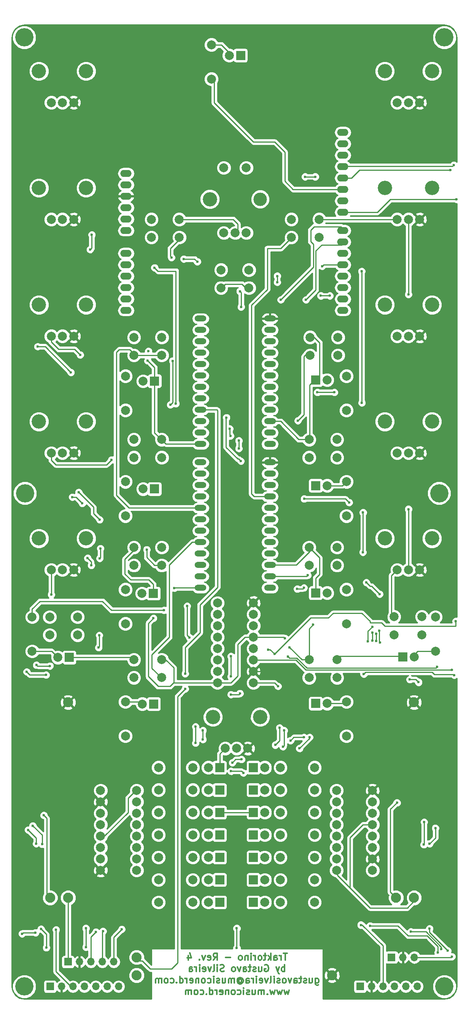
<source format=gbr>
G04 #@! TF.FileFunction,Copper,L2,Bot,Signal*
%FSLAX46Y46*%
G04 Gerber Fmt 4.6, Leading zero omitted, Abs format (unit mm)*
G04 Created by KiCad (PCBNEW 4.0.6) date Thursday, July 05, 2018 'AMt' 01:22:21 AM*
%MOMM*%
%LPD*%
G01*
G04 APERTURE LIST*
%ADD10C,0.100000*%
%ADD11C,0.300000*%
%ADD12C,1.998980*%
%ADD13C,3.200000*%
%ADD14C,4.064000*%
%ADD15R,2.000000X2.000000*%
%ADD16C,2.000000*%
%ADD17O,2.540000X1.524000*%
%ADD18C,2.247900*%
%ADD19O,2.641600X1.320800*%
%ADD20C,3.000000*%
%ADD21R,1.700000X1.700000*%
%ADD22O,1.700000X1.700000*%
%ADD23C,0.600000*%
%ADD24C,0.250000*%
%ADD25C,0.254000*%
G04 APERTURE END LIST*
D10*
D11*
X116252857Y-201623571D02*
X115395714Y-201623571D01*
X115824285Y-203123571D02*
X115824285Y-201623571D01*
X114895714Y-203123571D02*
X114895714Y-202123571D01*
X114895714Y-202409286D02*
X114824286Y-202266429D01*
X114752857Y-202195000D01*
X114610000Y-202123571D01*
X114467143Y-202123571D01*
X113324286Y-203123571D02*
X113324286Y-202337857D01*
X113395715Y-202195000D01*
X113538572Y-202123571D01*
X113824286Y-202123571D01*
X113967143Y-202195000D01*
X113324286Y-203052143D02*
X113467143Y-203123571D01*
X113824286Y-203123571D01*
X113967143Y-203052143D01*
X114038572Y-202909286D01*
X114038572Y-202766429D01*
X113967143Y-202623571D01*
X113824286Y-202552143D01*
X113467143Y-202552143D01*
X113324286Y-202480714D01*
X112610000Y-203123571D02*
X112610000Y-201623571D01*
X112467143Y-202552143D02*
X112038572Y-203123571D01*
X112038572Y-202123571D02*
X112610000Y-202695000D01*
X111610000Y-202123571D02*
X111038571Y-202123571D01*
X111395714Y-201623571D02*
X111395714Y-202909286D01*
X111324286Y-203052143D01*
X111181428Y-203123571D01*
X111038571Y-203123571D01*
X110324285Y-203123571D02*
X110467143Y-203052143D01*
X110538571Y-202980714D01*
X110610000Y-202837857D01*
X110610000Y-202409286D01*
X110538571Y-202266429D01*
X110467143Y-202195000D01*
X110324285Y-202123571D01*
X110110000Y-202123571D01*
X109967143Y-202195000D01*
X109895714Y-202266429D01*
X109824285Y-202409286D01*
X109824285Y-202837857D01*
X109895714Y-202980714D01*
X109967143Y-203052143D01*
X110110000Y-203123571D01*
X110324285Y-203123571D01*
X109181428Y-203123571D02*
X109181428Y-202123571D01*
X109181428Y-202409286D02*
X109110000Y-202266429D01*
X109038571Y-202195000D01*
X108895714Y-202123571D01*
X108752857Y-202123571D01*
X108252857Y-203123571D02*
X108252857Y-202123571D01*
X108252857Y-201623571D02*
X108324286Y-201695000D01*
X108252857Y-201766429D01*
X108181429Y-201695000D01*
X108252857Y-201623571D01*
X108252857Y-201766429D01*
X107538571Y-202123571D02*
X107538571Y-203123571D01*
X107538571Y-202266429D02*
X107467143Y-202195000D01*
X107324285Y-202123571D01*
X107110000Y-202123571D01*
X106967143Y-202195000D01*
X106895714Y-202337857D01*
X106895714Y-203123571D01*
X105967142Y-203123571D02*
X106110000Y-203052143D01*
X106181428Y-202980714D01*
X106252857Y-202837857D01*
X106252857Y-202409286D01*
X106181428Y-202266429D01*
X106110000Y-202195000D01*
X105967142Y-202123571D01*
X105752857Y-202123571D01*
X105610000Y-202195000D01*
X105538571Y-202266429D01*
X105467142Y-202409286D01*
X105467142Y-202837857D01*
X105538571Y-202980714D01*
X105610000Y-203052143D01*
X105752857Y-203123571D01*
X105967142Y-203123571D01*
X103681428Y-202552143D02*
X102538571Y-202552143D01*
X99824285Y-203123571D02*
X100324285Y-202409286D01*
X100681428Y-203123571D02*
X100681428Y-201623571D01*
X100110000Y-201623571D01*
X99967142Y-201695000D01*
X99895714Y-201766429D01*
X99824285Y-201909286D01*
X99824285Y-202123571D01*
X99895714Y-202266429D01*
X99967142Y-202337857D01*
X100110000Y-202409286D01*
X100681428Y-202409286D01*
X98610000Y-203052143D02*
X98752857Y-203123571D01*
X99038571Y-203123571D01*
X99181428Y-203052143D01*
X99252857Y-202909286D01*
X99252857Y-202337857D01*
X99181428Y-202195000D01*
X99038571Y-202123571D01*
X98752857Y-202123571D01*
X98610000Y-202195000D01*
X98538571Y-202337857D01*
X98538571Y-202480714D01*
X99252857Y-202623571D01*
X98038571Y-202123571D02*
X97681428Y-203123571D01*
X97324286Y-202123571D01*
X96752857Y-202980714D02*
X96681429Y-203052143D01*
X96752857Y-203123571D01*
X96824286Y-203052143D01*
X96752857Y-202980714D01*
X96752857Y-203123571D01*
X94252857Y-202123571D02*
X94252857Y-203123571D01*
X94610000Y-201552143D02*
X94967143Y-202623571D01*
X94038571Y-202623571D01*
X115717142Y-205673571D02*
X115717142Y-204173571D01*
X115717142Y-204745000D02*
X115574285Y-204673571D01*
X115288571Y-204673571D01*
X115145714Y-204745000D01*
X115074285Y-204816429D01*
X115002856Y-204959286D01*
X115002856Y-205387857D01*
X115074285Y-205530714D01*
X115145714Y-205602143D01*
X115288571Y-205673571D01*
X115574285Y-205673571D01*
X115717142Y-205602143D01*
X114502856Y-204673571D02*
X114145713Y-205673571D01*
X113788571Y-204673571D02*
X114145713Y-205673571D01*
X114288571Y-206030714D01*
X114359999Y-206102143D01*
X114502856Y-206173571D01*
X111288571Y-204245000D02*
X111431428Y-204173571D01*
X111645714Y-204173571D01*
X111859999Y-204245000D01*
X112002857Y-204387857D01*
X112074285Y-204530714D01*
X112145714Y-204816429D01*
X112145714Y-205030714D01*
X112074285Y-205316429D01*
X112002857Y-205459286D01*
X111859999Y-205602143D01*
X111645714Y-205673571D01*
X111502857Y-205673571D01*
X111288571Y-205602143D01*
X111217142Y-205530714D01*
X111217142Y-205030714D01*
X111502857Y-205030714D01*
X109931428Y-204673571D02*
X109931428Y-205673571D01*
X110574285Y-204673571D02*
X110574285Y-205459286D01*
X110502857Y-205602143D01*
X110359999Y-205673571D01*
X110145714Y-205673571D01*
X110002857Y-205602143D01*
X109931428Y-205530714D01*
X109288571Y-205602143D02*
X109145714Y-205673571D01*
X108859999Y-205673571D01*
X108717142Y-205602143D01*
X108645714Y-205459286D01*
X108645714Y-205387857D01*
X108717142Y-205245000D01*
X108859999Y-205173571D01*
X109074285Y-205173571D01*
X109217142Y-205102143D01*
X109288571Y-204959286D01*
X109288571Y-204887857D01*
X109217142Y-204745000D01*
X109074285Y-204673571D01*
X108859999Y-204673571D01*
X108717142Y-204745000D01*
X108217142Y-204673571D02*
X107645713Y-204673571D01*
X108002856Y-204173571D02*
X108002856Y-205459286D01*
X107931428Y-205602143D01*
X107788570Y-205673571D01*
X107645713Y-205673571D01*
X106502856Y-205673571D02*
X106502856Y-204887857D01*
X106574285Y-204745000D01*
X106717142Y-204673571D01*
X107002856Y-204673571D01*
X107145713Y-204745000D01*
X106502856Y-205602143D02*
X106645713Y-205673571D01*
X107002856Y-205673571D01*
X107145713Y-205602143D01*
X107217142Y-205459286D01*
X107217142Y-205316429D01*
X107145713Y-205173571D01*
X107002856Y-205102143D01*
X106645713Y-205102143D01*
X106502856Y-205030714D01*
X105931427Y-204673571D02*
X105574284Y-205673571D01*
X105217142Y-204673571D01*
X104431427Y-205673571D02*
X104574285Y-205602143D01*
X104645713Y-205530714D01*
X104717142Y-205387857D01*
X104717142Y-204959286D01*
X104645713Y-204816429D01*
X104574285Y-204745000D01*
X104431427Y-204673571D01*
X104217142Y-204673571D01*
X104074285Y-204745000D01*
X104002856Y-204816429D01*
X103931427Y-204959286D01*
X103931427Y-205387857D01*
X104002856Y-205530714D01*
X104074285Y-205602143D01*
X104217142Y-205673571D01*
X104431427Y-205673571D01*
X102217142Y-205602143D02*
X102002856Y-205673571D01*
X101645713Y-205673571D01*
X101502856Y-205602143D01*
X101431427Y-205530714D01*
X101359999Y-205387857D01*
X101359999Y-205245000D01*
X101431427Y-205102143D01*
X101502856Y-205030714D01*
X101645713Y-204959286D01*
X101931427Y-204887857D01*
X102074285Y-204816429D01*
X102145713Y-204745000D01*
X102217142Y-204602143D01*
X102217142Y-204459286D01*
X102145713Y-204316429D01*
X102074285Y-204245000D01*
X101931427Y-204173571D01*
X101574285Y-204173571D01*
X101359999Y-204245000D01*
X100717142Y-205673571D02*
X100717142Y-204673571D01*
X100717142Y-204173571D02*
X100788571Y-204245000D01*
X100717142Y-204316429D01*
X100645714Y-204245000D01*
X100717142Y-204173571D01*
X100717142Y-204316429D01*
X99788570Y-205673571D02*
X99931428Y-205602143D01*
X100002856Y-205459286D01*
X100002856Y-204173571D01*
X99359999Y-204673571D02*
X99002856Y-205673571D01*
X98645714Y-204673571D01*
X97502857Y-205602143D02*
X97645714Y-205673571D01*
X97931428Y-205673571D01*
X98074285Y-205602143D01*
X98145714Y-205459286D01*
X98145714Y-204887857D01*
X98074285Y-204745000D01*
X97931428Y-204673571D01*
X97645714Y-204673571D01*
X97502857Y-204745000D01*
X97431428Y-204887857D01*
X97431428Y-205030714D01*
X98145714Y-205173571D01*
X96788571Y-205673571D02*
X96788571Y-204673571D01*
X96788571Y-204173571D02*
X96860000Y-204245000D01*
X96788571Y-204316429D01*
X96717143Y-204245000D01*
X96788571Y-204173571D01*
X96788571Y-204316429D01*
X96074285Y-205673571D02*
X96074285Y-204673571D01*
X96074285Y-204959286D02*
X96002857Y-204816429D01*
X95931428Y-204745000D01*
X95788571Y-204673571D01*
X95645714Y-204673571D01*
X94502857Y-205673571D02*
X94502857Y-204887857D01*
X94574286Y-204745000D01*
X94717143Y-204673571D01*
X95002857Y-204673571D01*
X95145714Y-204745000D01*
X94502857Y-205602143D02*
X94645714Y-205673571D01*
X95002857Y-205673571D01*
X95145714Y-205602143D01*
X95217143Y-205459286D01*
X95217143Y-205316429D01*
X95145714Y-205173571D01*
X95002857Y-205102143D01*
X94645714Y-205102143D01*
X94502857Y-205030714D01*
X122574286Y-207223571D02*
X122574286Y-208437857D01*
X122645715Y-208580714D01*
X122717143Y-208652143D01*
X122860000Y-208723571D01*
X123074286Y-208723571D01*
X123217143Y-208652143D01*
X122574286Y-208152143D02*
X122717143Y-208223571D01*
X123002857Y-208223571D01*
X123145715Y-208152143D01*
X123217143Y-208080714D01*
X123288572Y-207937857D01*
X123288572Y-207509286D01*
X123217143Y-207366429D01*
X123145715Y-207295000D01*
X123002857Y-207223571D01*
X122717143Y-207223571D01*
X122574286Y-207295000D01*
X121217143Y-207223571D02*
X121217143Y-208223571D01*
X121860000Y-207223571D02*
X121860000Y-208009286D01*
X121788572Y-208152143D01*
X121645714Y-208223571D01*
X121431429Y-208223571D01*
X121288572Y-208152143D01*
X121217143Y-208080714D01*
X120574286Y-208152143D02*
X120431429Y-208223571D01*
X120145714Y-208223571D01*
X120002857Y-208152143D01*
X119931429Y-208009286D01*
X119931429Y-207937857D01*
X120002857Y-207795000D01*
X120145714Y-207723571D01*
X120360000Y-207723571D01*
X120502857Y-207652143D01*
X120574286Y-207509286D01*
X120574286Y-207437857D01*
X120502857Y-207295000D01*
X120360000Y-207223571D01*
X120145714Y-207223571D01*
X120002857Y-207295000D01*
X119502857Y-207223571D02*
X118931428Y-207223571D01*
X119288571Y-206723571D02*
X119288571Y-208009286D01*
X119217143Y-208152143D01*
X119074285Y-208223571D01*
X118931428Y-208223571D01*
X117788571Y-208223571D02*
X117788571Y-207437857D01*
X117860000Y-207295000D01*
X118002857Y-207223571D01*
X118288571Y-207223571D01*
X118431428Y-207295000D01*
X117788571Y-208152143D02*
X117931428Y-208223571D01*
X118288571Y-208223571D01*
X118431428Y-208152143D01*
X118502857Y-208009286D01*
X118502857Y-207866429D01*
X118431428Y-207723571D01*
X118288571Y-207652143D01*
X117931428Y-207652143D01*
X117788571Y-207580714D01*
X117217142Y-207223571D02*
X116859999Y-208223571D01*
X116502857Y-207223571D01*
X115717142Y-208223571D02*
X115860000Y-208152143D01*
X115931428Y-208080714D01*
X116002857Y-207937857D01*
X116002857Y-207509286D01*
X115931428Y-207366429D01*
X115860000Y-207295000D01*
X115717142Y-207223571D01*
X115502857Y-207223571D01*
X115360000Y-207295000D01*
X115288571Y-207366429D01*
X115217142Y-207509286D01*
X115217142Y-207937857D01*
X115288571Y-208080714D01*
X115360000Y-208152143D01*
X115502857Y-208223571D01*
X115717142Y-208223571D01*
X114645714Y-208152143D02*
X114502857Y-208223571D01*
X114217142Y-208223571D01*
X114074285Y-208152143D01*
X114002857Y-208009286D01*
X114002857Y-207937857D01*
X114074285Y-207795000D01*
X114217142Y-207723571D01*
X114431428Y-207723571D01*
X114574285Y-207652143D01*
X114645714Y-207509286D01*
X114645714Y-207437857D01*
X114574285Y-207295000D01*
X114431428Y-207223571D01*
X114217142Y-207223571D01*
X114074285Y-207295000D01*
X113359999Y-208223571D02*
X113359999Y-207223571D01*
X113359999Y-206723571D02*
X113431428Y-206795000D01*
X113359999Y-206866429D01*
X113288571Y-206795000D01*
X113359999Y-206723571D01*
X113359999Y-206866429D01*
X112431427Y-208223571D02*
X112574285Y-208152143D01*
X112645713Y-208009286D01*
X112645713Y-206723571D01*
X112002856Y-207223571D02*
X111645713Y-208223571D01*
X111288571Y-207223571D01*
X110145714Y-208152143D02*
X110288571Y-208223571D01*
X110574285Y-208223571D01*
X110717142Y-208152143D01*
X110788571Y-208009286D01*
X110788571Y-207437857D01*
X110717142Y-207295000D01*
X110574285Y-207223571D01*
X110288571Y-207223571D01*
X110145714Y-207295000D01*
X110074285Y-207437857D01*
X110074285Y-207580714D01*
X110788571Y-207723571D01*
X109431428Y-208223571D02*
X109431428Y-207223571D01*
X109431428Y-206723571D02*
X109502857Y-206795000D01*
X109431428Y-206866429D01*
X109360000Y-206795000D01*
X109431428Y-206723571D01*
X109431428Y-206866429D01*
X108717142Y-208223571D02*
X108717142Y-207223571D01*
X108717142Y-207509286D02*
X108645714Y-207366429D01*
X108574285Y-207295000D01*
X108431428Y-207223571D01*
X108288571Y-207223571D01*
X107145714Y-208223571D02*
X107145714Y-207437857D01*
X107217143Y-207295000D01*
X107360000Y-207223571D01*
X107645714Y-207223571D01*
X107788571Y-207295000D01*
X107145714Y-208152143D02*
X107288571Y-208223571D01*
X107645714Y-208223571D01*
X107788571Y-208152143D01*
X107860000Y-208009286D01*
X107860000Y-207866429D01*
X107788571Y-207723571D01*
X107645714Y-207652143D01*
X107288571Y-207652143D01*
X107145714Y-207580714D01*
X105502857Y-207509286D02*
X105574285Y-207437857D01*
X105717142Y-207366429D01*
X105860000Y-207366429D01*
X106002857Y-207437857D01*
X106074285Y-207509286D01*
X106145714Y-207652143D01*
X106145714Y-207795000D01*
X106074285Y-207937857D01*
X106002857Y-208009286D01*
X105860000Y-208080714D01*
X105717142Y-208080714D01*
X105574285Y-208009286D01*
X105502857Y-207937857D01*
X105502857Y-207366429D02*
X105502857Y-207937857D01*
X105431428Y-208009286D01*
X105360000Y-208009286D01*
X105217142Y-207937857D01*
X105145714Y-207795000D01*
X105145714Y-207437857D01*
X105288571Y-207223571D01*
X105502857Y-207080714D01*
X105788571Y-207009286D01*
X106074285Y-207080714D01*
X106288571Y-207223571D01*
X106431428Y-207437857D01*
X106502857Y-207723571D01*
X106431428Y-208009286D01*
X106288571Y-208223571D01*
X106074285Y-208366429D01*
X105788571Y-208437857D01*
X105502857Y-208366429D01*
X105288571Y-208223571D01*
X104502857Y-208223571D02*
X104502857Y-207223571D01*
X104502857Y-207366429D02*
X104431429Y-207295000D01*
X104288571Y-207223571D01*
X104074286Y-207223571D01*
X103931429Y-207295000D01*
X103860000Y-207437857D01*
X103860000Y-208223571D01*
X103860000Y-207437857D02*
X103788571Y-207295000D01*
X103645714Y-207223571D01*
X103431429Y-207223571D01*
X103288571Y-207295000D01*
X103217143Y-207437857D01*
X103217143Y-208223571D01*
X101860000Y-207223571D02*
X101860000Y-208223571D01*
X102502857Y-207223571D02*
X102502857Y-208009286D01*
X102431429Y-208152143D01*
X102288571Y-208223571D01*
X102074286Y-208223571D01*
X101931429Y-208152143D01*
X101860000Y-208080714D01*
X101217143Y-208152143D02*
X101074286Y-208223571D01*
X100788571Y-208223571D01*
X100645714Y-208152143D01*
X100574286Y-208009286D01*
X100574286Y-207937857D01*
X100645714Y-207795000D01*
X100788571Y-207723571D01*
X101002857Y-207723571D01*
X101145714Y-207652143D01*
X101217143Y-207509286D01*
X101217143Y-207437857D01*
X101145714Y-207295000D01*
X101002857Y-207223571D01*
X100788571Y-207223571D01*
X100645714Y-207295000D01*
X99931428Y-208223571D02*
X99931428Y-207223571D01*
X99931428Y-206723571D02*
X100002857Y-206795000D01*
X99931428Y-206866429D01*
X99860000Y-206795000D01*
X99931428Y-206723571D01*
X99931428Y-206866429D01*
X98574285Y-208152143D02*
X98717142Y-208223571D01*
X99002856Y-208223571D01*
X99145714Y-208152143D01*
X99217142Y-208080714D01*
X99288571Y-207937857D01*
X99288571Y-207509286D01*
X99217142Y-207366429D01*
X99145714Y-207295000D01*
X99002856Y-207223571D01*
X98717142Y-207223571D01*
X98574285Y-207295000D01*
X97717142Y-208223571D02*
X97860000Y-208152143D01*
X97931428Y-208080714D01*
X98002857Y-207937857D01*
X98002857Y-207509286D01*
X97931428Y-207366429D01*
X97860000Y-207295000D01*
X97717142Y-207223571D01*
X97502857Y-207223571D01*
X97360000Y-207295000D01*
X97288571Y-207366429D01*
X97217142Y-207509286D01*
X97217142Y-207937857D01*
X97288571Y-208080714D01*
X97360000Y-208152143D01*
X97502857Y-208223571D01*
X97717142Y-208223571D01*
X96574285Y-207223571D02*
X96574285Y-208223571D01*
X96574285Y-207366429D02*
X96502857Y-207295000D01*
X96359999Y-207223571D01*
X96145714Y-207223571D01*
X96002857Y-207295000D01*
X95931428Y-207437857D01*
X95931428Y-208223571D01*
X94645714Y-208152143D02*
X94788571Y-208223571D01*
X95074285Y-208223571D01*
X95217142Y-208152143D01*
X95288571Y-208009286D01*
X95288571Y-207437857D01*
X95217142Y-207295000D01*
X95074285Y-207223571D01*
X94788571Y-207223571D01*
X94645714Y-207295000D01*
X94574285Y-207437857D01*
X94574285Y-207580714D01*
X95288571Y-207723571D01*
X93931428Y-208223571D02*
X93931428Y-207223571D01*
X93931428Y-207509286D02*
X93860000Y-207366429D01*
X93788571Y-207295000D01*
X93645714Y-207223571D01*
X93502857Y-207223571D01*
X92360000Y-208223571D02*
X92360000Y-206723571D01*
X92360000Y-208152143D02*
X92502857Y-208223571D01*
X92788571Y-208223571D01*
X92931429Y-208152143D01*
X93002857Y-208080714D01*
X93074286Y-207937857D01*
X93074286Y-207509286D01*
X93002857Y-207366429D01*
X92931429Y-207295000D01*
X92788571Y-207223571D01*
X92502857Y-207223571D01*
X92360000Y-207295000D01*
X91645714Y-208080714D02*
X91574286Y-208152143D01*
X91645714Y-208223571D01*
X91717143Y-208152143D01*
X91645714Y-208080714D01*
X91645714Y-208223571D01*
X90288571Y-208152143D02*
X90431428Y-208223571D01*
X90717142Y-208223571D01*
X90860000Y-208152143D01*
X90931428Y-208080714D01*
X91002857Y-207937857D01*
X91002857Y-207509286D01*
X90931428Y-207366429D01*
X90860000Y-207295000D01*
X90717142Y-207223571D01*
X90431428Y-207223571D01*
X90288571Y-207295000D01*
X89431428Y-208223571D02*
X89574286Y-208152143D01*
X89645714Y-208080714D01*
X89717143Y-207937857D01*
X89717143Y-207509286D01*
X89645714Y-207366429D01*
X89574286Y-207295000D01*
X89431428Y-207223571D01*
X89217143Y-207223571D01*
X89074286Y-207295000D01*
X89002857Y-207366429D01*
X88931428Y-207509286D01*
X88931428Y-207937857D01*
X89002857Y-208080714D01*
X89074286Y-208152143D01*
X89217143Y-208223571D01*
X89431428Y-208223571D01*
X88288571Y-208223571D02*
X88288571Y-207223571D01*
X88288571Y-207366429D02*
X88217143Y-207295000D01*
X88074285Y-207223571D01*
X87860000Y-207223571D01*
X87717143Y-207295000D01*
X87645714Y-207437857D01*
X87645714Y-208223571D01*
X87645714Y-207437857D02*
X87574285Y-207295000D01*
X87431428Y-207223571D01*
X87217143Y-207223571D01*
X87074285Y-207295000D01*
X87002857Y-207437857D01*
X87002857Y-208223571D01*
X116717143Y-209773571D02*
X116431429Y-210773571D01*
X116145715Y-210059286D01*
X115860000Y-210773571D01*
X115574286Y-209773571D01*
X115145714Y-209773571D02*
X114860000Y-210773571D01*
X114574286Y-210059286D01*
X114288571Y-210773571D01*
X114002857Y-209773571D01*
X113574285Y-209773571D02*
X113288571Y-210773571D01*
X113002857Y-210059286D01*
X112717142Y-210773571D01*
X112431428Y-209773571D01*
X111859999Y-210630714D02*
X111788571Y-210702143D01*
X111859999Y-210773571D01*
X111931428Y-210702143D01*
X111859999Y-210630714D01*
X111859999Y-210773571D01*
X111145713Y-210773571D02*
X111145713Y-209773571D01*
X111145713Y-209916429D02*
X111074285Y-209845000D01*
X110931427Y-209773571D01*
X110717142Y-209773571D01*
X110574285Y-209845000D01*
X110502856Y-209987857D01*
X110502856Y-210773571D01*
X110502856Y-209987857D02*
X110431427Y-209845000D01*
X110288570Y-209773571D01*
X110074285Y-209773571D01*
X109931427Y-209845000D01*
X109859999Y-209987857D01*
X109859999Y-210773571D01*
X108502856Y-209773571D02*
X108502856Y-210773571D01*
X109145713Y-209773571D02*
X109145713Y-210559286D01*
X109074285Y-210702143D01*
X108931427Y-210773571D01*
X108717142Y-210773571D01*
X108574285Y-210702143D01*
X108502856Y-210630714D01*
X107859999Y-210702143D02*
X107717142Y-210773571D01*
X107431427Y-210773571D01*
X107288570Y-210702143D01*
X107217142Y-210559286D01*
X107217142Y-210487857D01*
X107288570Y-210345000D01*
X107431427Y-210273571D01*
X107645713Y-210273571D01*
X107788570Y-210202143D01*
X107859999Y-210059286D01*
X107859999Y-209987857D01*
X107788570Y-209845000D01*
X107645713Y-209773571D01*
X107431427Y-209773571D01*
X107288570Y-209845000D01*
X106574284Y-210773571D02*
X106574284Y-209773571D01*
X106574284Y-209273571D02*
X106645713Y-209345000D01*
X106574284Y-209416429D01*
X106502856Y-209345000D01*
X106574284Y-209273571D01*
X106574284Y-209416429D01*
X105217141Y-210702143D02*
X105359998Y-210773571D01*
X105645712Y-210773571D01*
X105788570Y-210702143D01*
X105859998Y-210630714D01*
X105931427Y-210487857D01*
X105931427Y-210059286D01*
X105859998Y-209916429D01*
X105788570Y-209845000D01*
X105645712Y-209773571D01*
X105359998Y-209773571D01*
X105217141Y-209845000D01*
X104359998Y-210773571D02*
X104502856Y-210702143D01*
X104574284Y-210630714D01*
X104645713Y-210487857D01*
X104645713Y-210059286D01*
X104574284Y-209916429D01*
X104502856Y-209845000D01*
X104359998Y-209773571D01*
X104145713Y-209773571D01*
X104002856Y-209845000D01*
X103931427Y-209916429D01*
X103859998Y-210059286D01*
X103859998Y-210487857D01*
X103931427Y-210630714D01*
X104002856Y-210702143D01*
X104145713Y-210773571D01*
X104359998Y-210773571D01*
X103217141Y-209773571D02*
X103217141Y-210773571D01*
X103217141Y-209916429D02*
X103145713Y-209845000D01*
X103002855Y-209773571D01*
X102788570Y-209773571D01*
X102645713Y-209845000D01*
X102574284Y-209987857D01*
X102574284Y-210773571D01*
X101288570Y-210702143D02*
X101431427Y-210773571D01*
X101717141Y-210773571D01*
X101859998Y-210702143D01*
X101931427Y-210559286D01*
X101931427Y-209987857D01*
X101859998Y-209845000D01*
X101717141Y-209773571D01*
X101431427Y-209773571D01*
X101288570Y-209845000D01*
X101217141Y-209987857D01*
X101217141Y-210130714D01*
X101931427Y-210273571D01*
X100574284Y-210773571D02*
X100574284Y-209773571D01*
X100574284Y-210059286D02*
X100502856Y-209916429D01*
X100431427Y-209845000D01*
X100288570Y-209773571D01*
X100145713Y-209773571D01*
X99002856Y-210773571D02*
X99002856Y-209273571D01*
X99002856Y-210702143D02*
X99145713Y-210773571D01*
X99431427Y-210773571D01*
X99574285Y-210702143D01*
X99645713Y-210630714D01*
X99717142Y-210487857D01*
X99717142Y-210059286D01*
X99645713Y-209916429D01*
X99574285Y-209845000D01*
X99431427Y-209773571D01*
X99145713Y-209773571D01*
X99002856Y-209845000D01*
X98288570Y-210630714D02*
X98217142Y-210702143D01*
X98288570Y-210773571D01*
X98359999Y-210702143D01*
X98288570Y-210630714D01*
X98288570Y-210773571D01*
X96931427Y-210702143D02*
X97074284Y-210773571D01*
X97359998Y-210773571D01*
X97502856Y-210702143D01*
X97574284Y-210630714D01*
X97645713Y-210487857D01*
X97645713Y-210059286D01*
X97574284Y-209916429D01*
X97502856Y-209845000D01*
X97359998Y-209773571D01*
X97074284Y-209773571D01*
X96931427Y-209845000D01*
X96074284Y-210773571D02*
X96217142Y-210702143D01*
X96288570Y-210630714D01*
X96359999Y-210487857D01*
X96359999Y-210059286D01*
X96288570Y-209916429D01*
X96217142Y-209845000D01*
X96074284Y-209773571D01*
X95859999Y-209773571D01*
X95717142Y-209845000D01*
X95645713Y-209916429D01*
X95574284Y-210059286D01*
X95574284Y-210487857D01*
X95645713Y-210630714D01*
X95717142Y-210702143D01*
X95859999Y-210773571D01*
X96074284Y-210773571D01*
X94931427Y-210773571D02*
X94931427Y-209773571D01*
X94931427Y-209916429D02*
X94859999Y-209845000D01*
X94717141Y-209773571D01*
X94502856Y-209773571D01*
X94359999Y-209845000D01*
X94288570Y-209987857D01*
X94288570Y-210773571D01*
X94288570Y-209987857D02*
X94217141Y-209845000D01*
X94074284Y-209773571D01*
X93859999Y-209773571D01*
X93717141Y-209845000D01*
X93645713Y-209987857D01*
X93645713Y-210773571D01*
D12*
X127550000Y-68500000D03*
X121350000Y-68500000D03*
X127550000Y-64500000D03*
X121350000Y-64500000D03*
X127350000Y-115250000D03*
X121150000Y-115250000D03*
X127350000Y-111250000D03*
X121150000Y-111250000D03*
D13*
X148500000Y-5250000D03*
D12*
X143250000Y-12250000D03*
X145750000Y-12250000D03*
X140750000Y-12250000D03*
D13*
X138000000Y-5250000D03*
D12*
X100740000Y-123610000D03*
X100740000Y-126150000D03*
X100740000Y-128690000D03*
X100740000Y-131230000D03*
X100740000Y-133770000D03*
X100740000Y-136310000D03*
X100740000Y-138850000D03*
X100740000Y-141390000D03*
X108760000Y-141390000D03*
X108760000Y-138850000D03*
X108760000Y-136310000D03*
X108760000Y-133770000D03*
X108760000Y-131230000D03*
X108760000Y-128690000D03*
X108760000Y-126150000D03*
X108760000Y-123610000D03*
D14*
X57900000Y-99200000D03*
X150100000Y-99200000D03*
X57750000Y-209000000D03*
X151250000Y-209000000D03*
X151250000Y2250000D03*
D15*
X67750000Y-135750000D03*
D16*
X65210000Y-135750000D03*
D15*
X86550000Y-146100000D03*
D16*
X84010000Y-146100000D03*
D15*
X86500000Y-121500000D03*
D16*
X83960000Y-121500000D03*
D15*
X86750000Y-98250000D03*
D16*
X84210000Y-98250000D03*
D15*
X86750000Y-74250000D03*
D16*
X84210000Y-74250000D03*
D15*
X105900000Y-1750000D03*
D16*
X103360000Y-1750000D03*
D15*
X142000000Y-135600000D03*
D16*
X144540000Y-135600000D03*
D15*
X122600000Y-146000000D03*
D16*
X125140000Y-146000000D03*
D15*
X122600000Y-121400000D03*
D16*
X125140000Y-121400000D03*
D15*
X122600000Y-97500000D03*
D16*
X125140000Y-97500000D03*
D15*
X122600000Y-74000000D03*
D16*
X125140000Y-74000000D03*
D12*
X59500000Y-126750000D03*
X59500000Y-134370000D03*
X80250000Y-153250000D03*
X80250000Y-145630000D03*
X80250000Y-128250000D03*
X80250000Y-120630000D03*
X80250000Y-104250000D03*
X80250000Y-96630000D03*
X80250000Y-80750000D03*
X80250000Y-73130000D03*
X99400000Y-7000000D03*
X99400000Y620000D03*
X149250000Y-126750000D03*
X149250000Y-134370000D03*
X129450000Y-153250000D03*
X129450000Y-145630000D03*
X129450000Y-128250000D03*
X129450000Y-120630000D03*
X129450000Y-104250000D03*
X129450000Y-96630000D03*
X129450000Y-80750000D03*
X129450000Y-73130000D03*
X95250000Y-190250000D03*
X87630000Y-190250000D03*
X95250000Y-185250000D03*
X87630000Y-185250000D03*
X95250000Y-180250000D03*
X87630000Y-180250000D03*
X95250000Y-175250000D03*
X87630000Y-175250000D03*
X95250000Y-170250000D03*
X87630000Y-170250000D03*
X95250000Y-165250000D03*
X87630000Y-165250000D03*
X95250000Y-160250000D03*
X87630000Y-160250000D03*
X114750000Y-190250000D03*
X122370000Y-190250000D03*
X114750000Y-185250000D03*
X122370000Y-185250000D03*
X114750000Y-180250000D03*
X122370000Y-180250000D03*
X114750000Y-175250000D03*
X122370000Y-175250000D03*
X114750000Y-170250000D03*
X122370000Y-170250000D03*
X114750000Y-165250000D03*
X122370000Y-165250000D03*
X114750000Y-160250000D03*
X122370000Y-160250000D03*
D17*
X80390000Y-58500000D03*
X80390000Y-55960000D03*
X80390000Y-53420000D03*
X80390000Y-45800000D03*
X80390000Y-48340000D03*
X80390000Y-50880000D03*
X80390000Y-40720000D03*
X80390000Y-38180000D03*
X80390000Y-35640000D03*
X80390000Y-30560000D03*
X80390000Y-28020000D03*
X128650000Y-58500000D03*
X128650000Y-55960000D03*
X128650000Y-53420000D03*
X128650000Y-50880000D03*
X128650000Y-48340000D03*
X128650000Y-45800000D03*
X128650000Y-43260000D03*
X128650000Y-40720000D03*
X128650000Y-36656000D03*
X128650000Y-34116000D03*
X128650000Y-31576000D03*
X128650000Y-29036000D03*
X128650000Y-26496000D03*
X128650000Y-23956000D03*
X128650000Y-21416000D03*
X128650000Y-18876000D03*
X80390000Y-33100000D03*
D15*
X101250000Y-190250000D03*
D16*
X98710000Y-190250000D03*
D15*
X101250000Y-185250000D03*
D16*
X98710000Y-185250000D03*
D15*
X101250000Y-180250000D03*
D16*
X98710000Y-180250000D03*
D15*
X101250000Y-175250000D03*
D16*
X98710000Y-175250000D03*
D15*
X101250000Y-170250000D03*
D16*
X98710000Y-170250000D03*
D15*
X101250000Y-165250000D03*
D16*
X98710000Y-165250000D03*
D15*
X101250000Y-160250000D03*
D16*
X98710000Y-160250000D03*
D15*
X108750000Y-190250000D03*
D16*
X111290000Y-190250000D03*
D15*
X108750000Y-185250000D03*
D16*
X111290000Y-185250000D03*
D15*
X108750000Y-180250000D03*
D16*
X111290000Y-180250000D03*
D15*
X108750000Y-175250000D03*
D16*
X111290000Y-175250000D03*
D15*
X108750000Y-170250000D03*
D16*
X111290000Y-170250000D03*
D15*
X108750000Y-165250000D03*
D16*
X111290000Y-165250000D03*
D15*
X108750000Y-160250000D03*
D16*
X111290000Y-160250000D03*
D14*
X57750000Y2250000D03*
D18*
X144498980Y-145752520D03*
X144498980Y-189247480D03*
X140501020Y-189247480D03*
X126247480Y-206498980D03*
X82752520Y-206498980D03*
X82752520Y-202501020D03*
X67498980Y-145752520D03*
X67498980Y-189247480D03*
X63501020Y-189247480D03*
D12*
X127240000Y-165360000D03*
X127240000Y-167900000D03*
X127240000Y-170440000D03*
X127240000Y-172980000D03*
X127240000Y-175520000D03*
X127240000Y-178060000D03*
X127240000Y-180600000D03*
X127240000Y-183140000D03*
X135260000Y-183140000D03*
X135260000Y-180600000D03*
X135260000Y-178060000D03*
X135260000Y-175520000D03*
X135260000Y-172980000D03*
X135260000Y-170440000D03*
X135260000Y-167900000D03*
X135260000Y-165360000D03*
X82760000Y-183140000D03*
X82760000Y-180600000D03*
X82760000Y-178060000D03*
X82760000Y-175520000D03*
X82760000Y-172980000D03*
X82760000Y-170440000D03*
X82760000Y-167900000D03*
X82760000Y-165360000D03*
X74740000Y-165360000D03*
X74740000Y-167900000D03*
X74740000Y-170440000D03*
X74740000Y-172980000D03*
X74740000Y-175520000D03*
X74740000Y-178060000D03*
X74740000Y-180600000D03*
X74740000Y-183140000D03*
D19*
X96980000Y-92330000D03*
X96980000Y-94870000D03*
X96980000Y-97410000D03*
X96980000Y-99950000D03*
X96980000Y-102490000D03*
X96980000Y-105030000D03*
X96980000Y-107570000D03*
X96980000Y-110110000D03*
X96980000Y-112650000D03*
X96980000Y-115190000D03*
X96980000Y-117730000D03*
X96980000Y-120270000D03*
X112420000Y-120270000D03*
X112420000Y-117730000D03*
X112420000Y-115190000D03*
X112420000Y-112650000D03*
X112420000Y-110110000D03*
X112420000Y-107570000D03*
X112420000Y-105030000D03*
X112420000Y-102490000D03*
X112420000Y-99950000D03*
X112420000Y-97410000D03*
X112420000Y-94870000D03*
X112420000Y-92330000D03*
X96980000Y-60330000D03*
X96980000Y-62870000D03*
X96980000Y-65410000D03*
X96980000Y-67950000D03*
X96980000Y-70490000D03*
X96980000Y-73030000D03*
X96980000Y-75570000D03*
X96980000Y-78110000D03*
X96980000Y-80650000D03*
X96980000Y-83190000D03*
X96980000Y-85730000D03*
X96980000Y-88270000D03*
X112420000Y-88270000D03*
X112420000Y-85730000D03*
X112420000Y-83190000D03*
X112420000Y-80650000D03*
X112420000Y-78110000D03*
X112420000Y-75570000D03*
X112420000Y-73030000D03*
X112420000Y-70490000D03*
X112420000Y-67950000D03*
X112420000Y-65410000D03*
X112420000Y-62870000D03*
X112420000Y-60330000D03*
D13*
X71500000Y-5250000D03*
D12*
X66250000Y-12250000D03*
X68750000Y-12250000D03*
X63750000Y-12250000D03*
D13*
X61000000Y-5250000D03*
X71500000Y-31250000D03*
D12*
X66250000Y-38250000D03*
X68750000Y-38250000D03*
X63750000Y-38250000D03*
D13*
X61000000Y-31250000D03*
X71500000Y-57250000D03*
D12*
X66250000Y-64250000D03*
X68750000Y-64250000D03*
X63750000Y-64250000D03*
D13*
X61000000Y-57250000D03*
X71500000Y-83250000D03*
D12*
X66250000Y-90250000D03*
X68750000Y-90250000D03*
X63750000Y-90250000D03*
D13*
X61000000Y-83250000D03*
X71500000Y-109250000D03*
D12*
X66250000Y-116250000D03*
X68750000Y-116250000D03*
X63750000Y-116250000D03*
D13*
X61000000Y-109250000D03*
X110250000Y-149000000D03*
D12*
X105000000Y-156000000D03*
X107500000Y-156000000D03*
X102500000Y-156000000D03*
D13*
X99750000Y-149000000D03*
X148500000Y-109250000D03*
D12*
X143250000Y-116250000D03*
X145750000Y-116250000D03*
X140750000Y-116250000D03*
D13*
X138000000Y-109250000D03*
X148500000Y-83250000D03*
D12*
X143250000Y-90250000D03*
X145750000Y-90250000D03*
X140750000Y-90250000D03*
D13*
X138000000Y-83250000D03*
X148500000Y-57250000D03*
D12*
X143250000Y-64250000D03*
X145750000Y-64250000D03*
X140750000Y-64250000D03*
D13*
X138000000Y-57250000D03*
X148500000Y-31250000D03*
D12*
X143250000Y-38250000D03*
X145750000Y-38250000D03*
X140750000Y-38250000D03*
D13*
X138000000Y-31250000D03*
D12*
X92250000Y-42250000D03*
X86050000Y-42250000D03*
X92250000Y-38250000D03*
X86050000Y-38250000D03*
X107750000Y-53500000D03*
X101550000Y-53500000D03*
X107750000Y-49500000D03*
X101550000Y-49500000D03*
X123400000Y-42250000D03*
X117200000Y-42250000D03*
X123400000Y-38250000D03*
X117200000Y-38250000D03*
X88350000Y-68500000D03*
X82150000Y-68500000D03*
X88350000Y-64500000D03*
X82150000Y-64500000D03*
X88350000Y-91250000D03*
X82150000Y-91250000D03*
X88350000Y-87250000D03*
X82150000Y-87250000D03*
X88350000Y-115250000D03*
X82150000Y-115250000D03*
X88350000Y-111250000D03*
X82150000Y-111250000D03*
X88350000Y-140250000D03*
X82150000Y-140250000D03*
X88350000Y-136250000D03*
X82150000Y-136250000D03*
X69600000Y-130750000D03*
X63400000Y-130750000D03*
X69600000Y-126750000D03*
X63400000Y-126750000D03*
X127350000Y-140250000D03*
X121150000Y-140250000D03*
X127350000Y-136250000D03*
X121150000Y-136250000D03*
X146250000Y-130700000D03*
X140050000Y-130700000D03*
X146250000Y-126700000D03*
X140050000Y-126700000D03*
X127350000Y-91250000D03*
X121150000Y-91250000D03*
X127350000Y-87250000D03*
X121150000Y-87250000D03*
X102150000Y-26750000D03*
X102150000Y-41250000D03*
X104650000Y-41250000D03*
X107150000Y-41250000D03*
X107150000Y-26750000D03*
D20*
X110250000Y-33750000D03*
D13*
X99050000Y-33750000D03*
D21*
X67500000Y-203500000D03*
D22*
X70040000Y-203500000D03*
X72580000Y-203500000D03*
X75120000Y-203500000D03*
X77660000Y-203500000D03*
D21*
X132500000Y-209000000D03*
D22*
X135040000Y-209000000D03*
X137580000Y-209000000D03*
X140120000Y-209000000D03*
X142660000Y-209000000D03*
X145200000Y-209000000D03*
D21*
X63500000Y-209000000D03*
D22*
X66040000Y-209000000D03*
X68580000Y-209000000D03*
X71120000Y-209000000D03*
X73660000Y-209000000D03*
X76200000Y-209000000D03*
X78740000Y-209000000D03*
D21*
X139500000Y-202500000D03*
D22*
X142040000Y-202500000D03*
X144580000Y-202500000D03*
D23*
X70190000Y-68400000D03*
X85380000Y-67580000D03*
X85230000Y-69720000D03*
X91160000Y-120320000D03*
X116810000Y-133500000D03*
X115740000Y-131480000D03*
X122040000Y-128470000D03*
X77170000Y-91760000D03*
X86500000Y-127000000D03*
X63750000Y-121750000D03*
X97500000Y-154000000D03*
X97500000Y-152000000D03*
X63450000Y-137650000D03*
X60450000Y-137450000D03*
X68450000Y-100050000D03*
X70650000Y-101450000D03*
X136050000Y-130450000D03*
X136050000Y-132050000D03*
X71850000Y-113650000D03*
X72650000Y-115250000D03*
X60250000Y-197000000D03*
X57250000Y-197250000D03*
X119000000Y-156000000D03*
X121250000Y-153500000D03*
X135250000Y-130250000D03*
X135250000Y-132000000D03*
X103750000Y-140000000D03*
X103750000Y-135500000D03*
X120000000Y-153500000D03*
X117000000Y-154250000D03*
X88850000Y-125250000D03*
X85000000Y-111750000D03*
X118500000Y-120500000D03*
X120000000Y-120250000D03*
X90250000Y-79500000D03*
X90750000Y-69750000D03*
X90500000Y-46750000D03*
X118650000Y-83050000D03*
X120250000Y-28750000D03*
X122500000Y-28750000D03*
X106000000Y-57750000D03*
X105750000Y-54250000D03*
X140700000Y-168100000D03*
X130050000Y-101250000D03*
X120050000Y-100450000D03*
X62100000Y-170900000D03*
X143250000Y-102750000D03*
X126750000Y-76750000D03*
X123000000Y-76750000D03*
X143250000Y-54950000D03*
X113940000Y-140040000D03*
X102750000Y-82350000D03*
X105950000Y-92050000D03*
X105050000Y-196050000D03*
X105050000Y-200450000D03*
X93550000Y-142750000D03*
X93550000Y-139350000D03*
X91500000Y-79250000D03*
X86750000Y-49000000D03*
X94000000Y-124320000D03*
X94530000Y-131340000D03*
X95870000Y-151160000D03*
X95870000Y-154810000D03*
X103740000Y-161080000D03*
X106520000Y-161460000D03*
X132660000Y-195290000D03*
X124050000Y-48650000D03*
X114050000Y-52250000D03*
X114050000Y-50850000D03*
X103450000Y-84850000D03*
X103650000Y-86450000D03*
X134730000Y-195470000D03*
X115320000Y-155600000D03*
X115590000Y-152010000D03*
X149790000Y-201410000D03*
X125750000Y-55250000D03*
X123750000Y-55250000D03*
X147970000Y-177200000D03*
X149260000Y-173730000D03*
X149650000Y-137860000D03*
X116470000Y-135590000D03*
X152000000Y-201000000D03*
X147950000Y-196110000D03*
X114850000Y-56150000D03*
X143780000Y-196770000D03*
X146690000Y-177420000D03*
X146740000Y-172390000D03*
X145510000Y-141270000D03*
X143560000Y-140650000D03*
X136960000Y-132440000D03*
X136800000Y-129810000D03*
X136850000Y-121650000D03*
X150600000Y-200650000D03*
X133880000Y-119060000D03*
X120850000Y-117470000D03*
X120450000Y-56150000D03*
X105500000Y-87500000D03*
X105500000Y-89250000D03*
X75250000Y-196700000D03*
X113500000Y-135000000D03*
X153800000Y-127700000D03*
X153950000Y-33750000D03*
X112000000Y-134000000D03*
X93250000Y-47050000D03*
X96250000Y-47650000D03*
X152550000Y-27250000D03*
X71450000Y-196050000D03*
X71450000Y-200250000D03*
X73680000Y-196840000D03*
X152950000Y-138550000D03*
X153350000Y-26150000D03*
X103750000Y-144000000D03*
X105750000Y-143750000D03*
X61720000Y-177310000D03*
X64820000Y-196360000D03*
X72780000Y-41660000D03*
X72400000Y-44970000D03*
X60710000Y-66560000D03*
X68130000Y-72310000D03*
X69850000Y-99020000D03*
X74520000Y-105090000D03*
X74710000Y-111480000D03*
X74520000Y-113720000D03*
X74440000Y-130820000D03*
X74270000Y-133560000D03*
X62590000Y-139650000D03*
X58290000Y-138950000D03*
X59620000Y-173200000D03*
X62640000Y-200340000D03*
X61470000Y-196210000D03*
X60410000Y-177200000D03*
X58620000Y-174130000D03*
X114220000Y-142160000D03*
X114560000Y-151380000D03*
X113610000Y-155240000D03*
X106070000Y-158450000D03*
X104050000Y-159180000D03*
X79440000Y-196250000D03*
X132850000Y-49790000D03*
X132890000Y-79090000D03*
X133160000Y-103490000D03*
X133110000Y-112320000D03*
X135210000Y-128960000D03*
X134220000Y-132160000D03*
X133330000Y-139420000D03*
X153460000Y-139670000D03*
X152930000Y-202330000D03*
D24*
X123400000Y-38250000D02*
X140750000Y-38250000D01*
X63750000Y-65540000D02*
X63750000Y-64250000D01*
X65380000Y-67170000D02*
X63750000Y-65540000D01*
X68960000Y-67170000D02*
X65380000Y-67170000D01*
X70190000Y-68400000D02*
X68960000Y-67170000D01*
X101250000Y-160250000D02*
X101250000Y-157250000D01*
X101250000Y-157250000D02*
X102500000Y-156000000D01*
X86750000Y-74250000D02*
X86750000Y-71240000D01*
X86750000Y-71240000D02*
X85230000Y-69720000D01*
X96980000Y-120270000D02*
X91210000Y-120270000D01*
X91210000Y-120270000D02*
X91160000Y-120320000D01*
X108760000Y-131230000D02*
X115490000Y-131230000D01*
X119560000Y-136250000D02*
X121150000Y-136250000D01*
X116810000Y-133500000D02*
X119560000Y-136250000D01*
X115490000Y-131230000D02*
X115740000Y-131480000D01*
X101250000Y-170250000D02*
X108750000Y-170250000D01*
X122600000Y-121400000D02*
X122600000Y-118080000D01*
X123440000Y-113540000D02*
X121150000Y-111250000D01*
X123440000Y-117240000D02*
X123440000Y-113540000D01*
X122600000Y-118080000D02*
X123440000Y-117240000D01*
X121150000Y-136250000D02*
X121150000Y-129360000D01*
X121150000Y-129360000D02*
X122040000Y-128470000D01*
X67750000Y-135750000D02*
X81650000Y-135750000D01*
X81650000Y-135750000D02*
X82150000Y-136250000D01*
X67500000Y-203500000D02*
X67500000Y-189248500D01*
X67500000Y-189248500D02*
X67498980Y-189247480D01*
X77170000Y-91760000D02*
X76050000Y-92880000D01*
X76050000Y-92880000D02*
X64780000Y-92880000D01*
X64780000Y-92880000D02*
X63750000Y-91850000D01*
X63750000Y-91850000D02*
X63750000Y-90250000D01*
X139500000Y-125500000D02*
X139500000Y-126050000D01*
X139500000Y-125500000D02*
X139500000Y-118500000D01*
X140750000Y-116250000D02*
X139500000Y-117500000D01*
X139500000Y-118500000D02*
X139500000Y-117500000D01*
X139500000Y-126050000D02*
X140150000Y-126700000D01*
X140500000Y-135500000D02*
X141650000Y-135500000D01*
X90180000Y-142200000D02*
X91050000Y-141330000D01*
X87550000Y-142200000D02*
X90180000Y-142200000D01*
X85350000Y-140000000D02*
X87550000Y-142200000D01*
X85350000Y-128150000D02*
X85350000Y-140000000D01*
X86500000Y-127000000D02*
X85350000Y-128150000D01*
X88375000Y-136375000D02*
X88250000Y-136250000D01*
X88375000Y-136375000D02*
X89375000Y-136375000D01*
X91050000Y-138050000D02*
X89375000Y-136375000D01*
X91050000Y-141330000D02*
X91050000Y-138050000D01*
X91110000Y-141390000D02*
X91050000Y-141330000D01*
X91110000Y-141390000D02*
X100940000Y-141390000D01*
X133650000Y-190450000D02*
X134700000Y-191500000D01*
X134700000Y-191500000D02*
X143000000Y-191500000D01*
X143000000Y-191500000D02*
X144750000Y-189750000D01*
X130250000Y-187050000D02*
X133650000Y-190450000D01*
X129000000Y-135500000D02*
X128000000Y-135500000D01*
X140750000Y-135500000D02*
X140500000Y-135500000D01*
X140500000Y-135500000D02*
X129000000Y-135500000D01*
X128000000Y-135500000D02*
X127250000Y-136250000D01*
X122600000Y-74000000D02*
X122400000Y-74000000D01*
X122400000Y-74000000D02*
X121300000Y-75100000D01*
X121300000Y-75100000D02*
X121300000Y-87200000D01*
X121300000Y-87200000D02*
X121250000Y-87250000D01*
X121450000Y-64250000D02*
X122050000Y-64250000D01*
X122050000Y-64250000D02*
X123500000Y-65700000D01*
X123500000Y-65700000D02*
X123500000Y-73100000D01*
X123500000Y-73100000D02*
X122600000Y-74000000D01*
X121250000Y-87250000D02*
X118850000Y-87250000D01*
X118850000Y-87250000D02*
X114790000Y-83190000D01*
X121800000Y-86700000D02*
X121250000Y-87250000D01*
X121250000Y-111250000D02*
X121250000Y-112150000D01*
X121250000Y-112150000D02*
X118260000Y-115140000D01*
X88375000Y-136375000D02*
X88250000Y-136250000D01*
X84950000Y-118450000D02*
X85450000Y-118450000D01*
X81450000Y-118450000D02*
X84950000Y-118450000D01*
X80150000Y-117150000D02*
X81450000Y-118450000D01*
X80150000Y-113850000D02*
X80150000Y-117150000D01*
X82250000Y-111750000D02*
X80150000Y-113850000D01*
X86500000Y-119500000D02*
X86500000Y-121500000D01*
X85450000Y-118450000D02*
X86500000Y-119500000D01*
X82250000Y-111250000D02*
X82250000Y-111750000D01*
X63750000Y-116250000D02*
X63750000Y-121750000D01*
X100940000Y-141390000D02*
X103710000Y-141390000D01*
X103710000Y-141390000D02*
X105250000Y-139850000D01*
X105250000Y-139850000D02*
X105250000Y-132850000D01*
X105250000Y-132850000D02*
X106870000Y-131230000D01*
X106870000Y-131230000D02*
X108560000Y-131230000D01*
X86750000Y-74250000D02*
X86750000Y-85750000D01*
X86750000Y-85750000D02*
X88250000Y-87250000D01*
X96630000Y-88220000D02*
X89220000Y-88220000D01*
X89220000Y-88220000D02*
X88250000Y-87250000D01*
X105250000Y-41250000D02*
X105250000Y-39250000D01*
X105250000Y-39250000D02*
X104250000Y-38250000D01*
X104250000Y-38250000D02*
X92750000Y-38250000D01*
X130250000Y-187050000D02*
X130250000Y-186850000D01*
X130250000Y-175850000D02*
X130250000Y-186850000D01*
X74940000Y-175520000D02*
X75580000Y-175520000D01*
X75580000Y-175520000D02*
X80850000Y-170250000D01*
X80850000Y-170250000D02*
X80850000Y-167070000D01*
X80850000Y-167070000D02*
X82560000Y-165360000D01*
X127440000Y-183140000D02*
X127440000Y-184240000D01*
X127440000Y-184240000D02*
X130250000Y-187050000D01*
X97500000Y-152000000D02*
X97500000Y-154000000D01*
X133120000Y-172980000D02*
X130250000Y-175850000D01*
X114790000Y-83190000D02*
X112320000Y-83190000D01*
X118260000Y-115140000D02*
X112870000Y-115140000D01*
X133120000Y-172980000D02*
X135060000Y-172980000D01*
X100000000Y-7600000D02*
X100000000Y-12250000D01*
X100000000Y-12250000D02*
X108750000Y-21000000D01*
X108750000Y-21000000D02*
X113500000Y-21000000D01*
X113500000Y-21000000D02*
X115750000Y-23250000D01*
X115750000Y-23250000D02*
X115750000Y-29750000D01*
X115750000Y-29750000D02*
X117576000Y-31576000D01*
X117576000Y-31576000D02*
X129050000Y-31576000D01*
X100000000Y-7600000D02*
X99400000Y-7000000D01*
X60650000Y-137650000D02*
X63450000Y-137650000D01*
X60450000Y-137450000D02*
X60650000Y-137650000D01*
X69250000Y-100050000D02*
X68450000Y-100050000D01*
X70650000Y-101450000D02*
X69250000Y-100050000D01*
X136050000Y-130450000D02*
X136050000Y-132050000D01*
X71850000Y-113650000D02*
X72650000Y-114450000D01*
X72650000Y-114450000D02*
X72650000Y-115250000D01*
X57500000Y-197000000D02*
X60250000Y-197000000D01*
X57250000Y-197250000D02*
X57500000Y-197000000D01*
X119000000Y-156000000D02*
X121250000Y-153750000D01*
X121250000Y-153750000D02*
X121250000Y-153500000D01*
X135250000Y-132000000D02*
X135250000Y-130250000D01*
X103750000Y-140000000D02*
X103750000Y-135500000D01*
X117750000Y-153500000D02*
X120000000Y-153500000D01*
X117000000Y-154250000D02*
X117750000Y-153500000D01*
X59500000Y-126750000D02*
X59500000Y-125000000D01*
X77150000Y-125250000D02*
X88850000Y-125250000D01*
X75150000Y-123250000D02*
X77150000Y-125250000D01*
X61250000Y-123250000D02*
X75150000Y-123250000D01*
X59500000Y-125000000D02*
X61250000Y-123250000D01*
X86750000Y-115250000D02*
X88250000Y-115250000D01*
X85000000Y-113500000D02*
X86750000Y-115250000D01*
X85000000Y-111750000D02*
X85000000Y-113500000D01*
X119750000Y-120500000D02*
X118500000Y-120500000D01*
X120000000Y-120250000D02*
X119750000Y-120500000D01*
X86150000Y-138150000D02*
X88250000Y-140250000D01*
X86150000Y-137350000D02*
X86150000Y-138150000D01*
X97630000Y-110060000D02*
X95140000Y-110060000D01*
X86150000Y-135150000D02*
X86150000Y-137350000D01*
X90050000Y-131250000D02*
X86150000Y-135150000D01*
X90050000Y-115150000D02*
X90050000Y-131250000D01*
X95140000Y-110060000D02*
X90050000Y-115150000D01*
X88450000Y-139650000D02*
X88650000Y-139650000D01*
X114850000Y-44700000D02*
X117300000Y-42250000D01*
X111850000Y-44700000D02*
X114850000Y-44700000D01*
X108900000Y-99900000D02*
X108350000Y-99350000D01*
X108350000Y-99350000D02*
X108350000Y-57350000D01*
X108350000Y-57350000D02*
X111850000Y-53850000D01*
X112870000Y-99900000D02*
X108900000Y-99900000D01*
X111850000Y-53850000D02*
X111850000Y-44700000D01*
X116850000Y-41800000D02*
X117300000Y-42250000D01*
X90250000Y-79500000D02*
X90750000Y-79000000D01*
X90750000Y-79000000D02*
X90750000Y-69750000D01*
X90500000Y-46750000D02*
X90250000Y-46500000D01*
X90250000Y-46500000D02*
X90250000Y-44750000D01*
X90250000Y-44750000D02*
X92750000Y-42250000D01*
X121450000Y-68250000D02*
X120500000Y-68250000D01*
X120000000Y-68750000D02*
X120000000Y-81700000D01*
X120000000Y-81700000D02*
X118650000Y-83050000D01*
X120500000Y-68250000D02*
X120000000Y-68750000D01*
X82250000Y-68500000D02*
X88250000Y-68500000D01*
X80250000Y-67250000D02*
X81250000Y-67250000D01*
X81250000Y-67250000D02*
X82250000Y-68250000D01*
X80250000Y-67250000D02*
X78850000Y-67250000D01*
X81040000Y-102440000D02*
X96630000Y-102440000D01*
X78250000Y-99650000D02*
X81040000Y-102440000D01*
X78250000Y-67850000D02*
X78250000Y-99650000D01*
X78850000Y-67250000D02*
X78250000Y-67850000D01*
X122500000Y-28750000D02*
X120250000Y-28750000D01*
X106000000Y-54500000D02*
X106000000Y-57750000D01*
X105750000Y-54250000D02*
X106000000Y-54500000D01*
X139250000Y-169550000D02*
X139250000Y-187260000D01*
X140700000Y-168100000D02*
X139250000Y-169550000D01*
X139250000Y-187996460D02*
X140501020Y-189247480D01*
X139250000Y-187260000D02*
X139250000Y-187996460D01*
X130050000Y-101250000D02*
X129250000Y-100450000D01*
X129250000Y-100450000D02*
X120050000Y-100450000D01*
X62750000Y-187510000D02*
X62750000Y-188496460D01*
X62750000Y-188496460D02*
X63501020Y-189247480D01*
X62100000Y-170900000D02*
X62750000Y-171550000D01*
X62750000Y-171550000D02*
X62750000Y-187510000D01*
X143250000Y-116250000D02*
X143250000Y-115250000D01*
X143250000Y-102750000D02*
X143250000Y-115250000D01*
X123000000Y-76750000D02*
X126750000Y-76750000D01*
X143250000Y-40000000D02*
X143250000Y-38250000D01*
X143250000Y-54950000D02*
X143250000Y-40000000D01*
X112750000Y-138850000D02*
X108760000Y-138850000D01*
X113940000Y-140040000D02*
X112750000Y-138850000D01*
X107650000Y-53500000D02*
X107050000Y-53500000D01*
X107050000Y-53500000D02*
X106200000Y-52650000D01*
X106200000Y-52650000D02*
X102500000Y-52650000D01*
X102500000Y-52650000D02*
X101650000Y-53500000D01*
X105250000Y-91550000D02*
X105450000Y-91550000D01*
X102750000Y-82350000D02*
X102650000Y-82450000D01*
X102650000Y-82450000D02*
X102650000Y-88950000D01*
X102650000Y-88950000D02*
X105250000Y-91550000D01*
X105450000Y-91550000D02*
X105950000Y-92050000D01*
X111460000Y-97360000D02*
X112870000Y-97360000D01*
X105050000Y-196050000D02*
X105050000Y-200450000D01*
X85790000Y-205040000D02*
X90550000Y-205040000D01*
X90550000Y-205040000D02*
X91850000Y-203740000D01*
X84030000Y-203280000D02*
X83531500Y-203280000D01*
X83531500Y-203280000D02*
X82752520Y-202501020D01*
X85790000Y-205040000D02*
X84030000Y-203280000D01*
X100600000Y-80600000D02*
X100750000Y-80750000D01*
X91850000Y-144450000D02*
X91850000Y-203740000D01*
X100600000Y-80600000D02*
X97630000Y-80600000D01*
X93550000Y-142750000D02*
X91850000Y-144450000D01*
X93550000Y-133550000D02*
X93550000Y-139350000D01*
X96850000Y-130250000D02*
X93550000Y-133550000D01*
X96850000Y-124050000D02*
X96850000Y-130250000D01*
X100750000Y-120150000D02*
X96850000Y-124050000D01*
X100750000Y-80750000D02*
X100750000Y-120150000D01*
X91500000Y-49750000D02*
X87500000Y-49750000D01*
X91500000Y-79250000D02*
X91500000Y-49750000D01*
X87500000Y-49750000D02*
X86750000Y-49000000D01*
X137580000Y-209500000D02*
X137580000Y-199880000D01*
X94000000Y-130810000D02*
X94000000Y-124320000D01*
X94530000Y-131340000D02*
X94000000Y-130810000D01*
X95870000Y-154810000D02*
X95870000Y-151160000D01*
X106140000Y-161080000D02*
X103740000Y-161080000D01*
X106520000Y-161460000D02*
X106140000Y-161080000D01*
X132990000Y-195290000D02*
X132660000Y-195290000D01*
X137580000Y-199880000D02*
X132990000Y-195290000D01*
X126320000Y-48340000D02*
X128650000Y-48340000D01*
X124360000Y-48340000D02*
X126320000Y-48340000D01*
X126320000Y-48340000D02*
X129050000Y-48340000D01*
X124050000Y-48650000D02*
X124360000Y-48340000D01*
X114050000Y-50850000D02*
X114050000Y-52250000D01*
X103450000Y-86250000D02*
X103450000Y-84850000D01*
X103650000Y-86450000D02*
X103450000Y-86250000D01*
X134730000Y-195470000D02*
X140940000Y-195470000D01*
X115320000Y-155600000D02*
X115590000Y-155330000D01*
X115590000Y-155330000D02*
X115590000Y-152010000D01*
X149790000Y-200062796D02*
X149790000Y-201410000D01*
X147447204Y-197720000D02*
X149790000Y-200062796D01*
X143190000Y-197720000D02*
X147447204Y-197720000D01*
X140940000Y-195470000D02*
X143190000Y-197720000D01*
X123750000Y-55250000D02*
X125750000Y-55250000D01*
X147970000Y-177200000D02*
X149260000Y-175910000D01*
X149260000Y-175910000D02*
X149260000Y-173730000D01*
X149650000Y-137860000D02*
X149410002Y-138099998D01*
X149410002Y-138099998D02*
X120636396Y-138099998D01*
X120636396Y-138099998D02*
X118396396Y-135859998D01*
X118396396Y-135859998D02*
X116739998Y-135859998D01*
X116739998Y-135859998D02*
X116470000Y-135590000D01*
X152000000Y-201000000D02*
X147950000Y-196950000D01*
X147950000Y-196950000D02*
X147950000Y-196110000D01*
X122150000Y-44200000D02*
X122150000Y-43810000D01*
X122320000Y-39850000D02*
X123450000Y-39850000D01*
X121490000Y-40680000D02*
X122320000Y-39850000D01*
X121490000Y-43150000D02*
X121490000Y-40680000D01*
X122150000Y-43810000D02*
X121490000Y-43150000D01*
X128180000Y-39850000D02*
X129050000Y-40720000D01*
X123450000Y-39850000D02*
X128180000Y-39850000D01*
X122150000Y-48850000D02*
X122150000Y-44200000D01*
X114850000Y-56150000D02*
X122150000Y-48850000D01*
X135070000Y-119870000D02*
X134690000Y-119870000D01*
X143780000Y-196770000D02*
X147133602Y-196770000D01*
X146690000Y-177420000D02*
X146740000Y-177370000D01*
X146740000Y-177370000D02*
X146740000Y-172390000D01*
X145510000Y-141270000D02*
X144890000Y-140650000D01*
X144890000Y-140650000D02*
X143560000Y-140650000D01*
X136960000Y-132440000D02*
X136800000Y-132280000D01*
X136800000Y-132280000D02*
X136800000Y-129810000D01*
X136850000Y-121650000D02*
X135070000Y-119870000D01*
X150600000Y-200236398D02*
X150600000Y-200650000D01*
X147133602Y-196770000D02*
X150600000Y-200236398D01*
X134690000Y-119870000D02*
X133880000Y-119060000D01*
X112420000Y-117730000D02*
X120590000Y-117730000D01*
X120850000Y-117470000D02*
X120590000Y-117730000D01*
X122650000Y-45850000D02*
X122650000Y-45250000D01*
X122650000Y-45250000D02*
X123950000Y-43950000D01*
X123950000Y-43950000D02*
X128360000Y-43950000D01*
X128360000Y-43950000D02*
X129050000Y-43260000D01*
X122650000Y-53950000D02*
X122650000Y-45850000D01*
X120450000Y-56150000D02*
X122650000Y-53950000D01*
X122650000Y-45850000D02*
X122650000Y-45650000D01*
X105500000Y-89250000D02*
X105500000Y-87500000D01*
X75120000Y-203500000D02*
X75120000Y-196830000D01*
X75120000Y-196830000D02*
X75250000Y-196700000D01*
X153800000Y-127700000D02*
X153800000Y-128750000D01*
X153800000Y-128750000D02*
X153800000Y-128700000D01*
X153800000Y-128700000D02*
X153800000Y-128750000D01*
X121550000Y-126950000D02*
X125450000Y-126950000D01*
X134700000Y-127700000D02*
X134700000Y-128050000D01*
X132900000Y-125900000D02*
X134700000Y-127700000D01*
X126500000Y-125900000D02*
X132900000Y-125900000D01*
X125450000Y-126950000D02*
X126500000Y-125900000D01*
X137250000Y-128050000D02*
X137300000Y-128050000D01*
X137250000Y-128050000D02*
X134700000Y-128050000D01*
X137300000Y-128050000D02*
X138000000Y-128750000D01*
X138000000Y-128750000D02*
X153800000Y-128750000D01*
X121550000Y-126950000D02*
X113500000Y-135000000D01*
X136344000Y-36656000D02*
X139250000Y-33750000D01*
X139250000Y-33750000D02*
X153950000Y-33750000D01*
X129050000Y-36656000D02*
X136344000Y-36656000D01*
X112500000Y-134000000D02*
X112000000Y-134000000D01*
X113500000Y-135000000D02*
X112500000Y-134000000D01*
X95650000Y-47050000D02*
X93250000Y-47050000D01*
X96250000Y-47650000D02*
X95650000Y-47050000D01*
X59500000Y-134370000D02*
X63830000Y-134370000D01*
X63830000Y-134370000D02*
X65210000Y-135750000D01*
X80250000Y-145630000D02*
X83340000Y-145630000D01*
X83340000Y-145630000D02*
X83960000Y-146250000D01*
X100000000Y620000D02*
X101590000Y620000D01*
X101590000Y620000D02*
X103960000Y-1750000D01*
X145700000Y-134370000D02*
X145320000Y-134370000D01*
X145320000Y-134370000D02*
X144190000Y-135500000D01*
X149250000Y-134370000D02*
X145700000Y-134370000D01*
X125140000Y-146000000D02*
X129080000Y-146000000D01*
X129080000Y-146000000D02*
X129450000Y-145630000D01*
X125140000Y-97500000D02*
X128580000Y-97500000D01*
X128580000Y-97500000D02*
X129450000Y-96630000D01*
X130564000Y-29036000D02*
X129050000Y-29036000D01*
X132350000Y-27250000D02*
X130564000Y-29036000D01*
X152550000Y-27250000D02*
X132350000Y-27250000D01*
X71450000Y-196050000D02*
X71450000Y-200250000D01*
X72580000Y-203500000D02*
X72580000Y-197940000D01*
X72580000Y-197940000D02*
X73680000Y-196840000D01*
X108560000Y-136310000D02*
X118210000Y-136310000D01*
X120450000Y-138550000D02*
X127150000Y-138550000D01*
X118210000Y-136310000D02*
X120450000Y-138550000D01*
X127150000Y-138550000D02*
X152950000Y-138550000D01*
X153350000Y-26150000D02*
X153050000Y-26450000D01*
X153050000Y-26450000D02*
X129096000Y-26450000D01*
X129096000Y-26450000D02*
X129050000Y-26496000D01*
X105500000Y-144000000D02*
X103750000Y-144000000D01*
X105750000Y-143750000D02*
X105500000Y-144000000D01*
X61720000Y-177310000D02*
X61720000Y-175300000D01*
X64820000Y-205680000D02*
X64820000Y-196360000D01*
X68580000Y-209440000D02*
X64820000Y-205680000D01*
X72780000Y-44590000D02*
X72780000Y-41660000D01*
X72400000Y-44970000D02*
X72780000Y-44590000D01*
X62380000Y-66560000D02*
X60710000Y-66560000D01*
X68130000Y-72310000D02*
X62380000Y-66560000D01*
X73150000Y-102320000D02*
X69850000Y-99020000D01*
X73150000Y-103720000D02*
X73150000Y-102320000D01*
X74520000Y-105090000D02*
X73150000Y-103720000D01*
X74710000Y-113530000D02*
X74710000Y-111480000D01*
X74520000Y-113720000D02*
X74710000Y-113530000D01*
X74440000Y-133390000D02*
X74440000Y-130820000D01*
X74270000Y-133560000D02*
X74440000Y-133390000D01*
X58990000Y-139650000D02*
X62590000Y-139650000D01*
X58290000Y-138950000D02*
X58990000Y-139650000D01*
X61720000Y-175300000D02*
X59620000Y-173200000D01*
X68580000Y-209500000D02*
X68580000Y-209440000D01*
X62640000Y-197380000D02*
X62640000Y-200340000D01*
X61470000Y-196210000D02*
X62640000Y-197380000D01*
X60410000Y-175920000D02*
X60410000Y-177200000D01*
X58620000Y-174130000D02*
X60410000Y-175920000D01*
X77660000Y-203500000D02*
X77660000Y-198030000D01*
X113450000Y-141390000D02*
X108760000Y-141390000D01*
X114220000Y-142160000D02*
X113450000Y-141390000D01*
X114560000Y-154290000D02*
X114560000Y-151380000D01*
X113610000Y-155240000D02*
X114560000Y-154290000D01*
X104780000Y-158450000D02*
X106070000Y-158450000D01*
X104050000Y-159180000D02*
X104780000Y-158450000D01*
X77660000Y-198030000D02*
X79440000Y-196250000D01*
X132890000Y-79090000D02*
X132890000Y-49830000D01*
X132890000Y-49830000D02*
X132850000Y-49790000D01*
X132890000Y-79090000D02*
X132740000Y-78940000D01*
X133160000Y-112270000D02*
X133160000Y-103490000D01*
X133110000Y-112320000D02*
X133160000Y-112270000D01*
X144580000Y-202500000D02*
X152760000Y-202500000D01*
X134260000Y-129910000D02*
X135210000Y-128960000D01*
X134260000Y-132120000D02*
X134260000Y-129910000D01*
X134220000Y-132160000D02*
X134260000Y-132120000D01*
X133749998Y-139000002D02*
X133330000Y-139420000D01*
X148510000Y-139000002D02*
X133749998Y-139000002D01*
X149069998Y-139560000D02*
X148510000Y-139000002D01*
X153350000Y-139560000D02*
X149069998Y-139560000D01*
X153460000Y-139670000D02*
X153350000Y-139560000D01*
X152760000Y-202500000D02*
X152930000Y-202330000D01*
D25*
G36*
X107373538Y-132154655D02*
X107718480Y-132500199D01*
X107375154Y-132842927D01*
X107125794Y-133443453D01*
X107125226Y-134093694D01*
X107373538Y-134694655D01*
X107718480Y-135040199D01*
X107375154Y-135382927D01*
X107125794Y-135983453D01*
X107125226Y-136633694D01*
X107373538Y-137234655D01*
X107800539Y-137662401D01*
X107787443Y-137697837D01*
X108760000Y-138670395D01*
X109732557Y-137697837D01*
X109719276Y-137661901D01*
X110144846Y-137237073D01*
X110214221Y-137070000D01*
X117895198Y-137070000D01*
X119912599Y-139087401D01*
X119965609Y-139122821D01*
X119765154Y-139322927D01*
X119515794Y-139923453D01*
X119515226Y-140573694D01*
X119763538Y-141174655D01*
X120222927Y-141634846D01*
X120823453Y-141884206D01*
X121473694Y-141884774D01*
X122074655Y-141636462D01*
X122534846Y-141177073D01*
X122784206Y-140576547D01*
X122784774Y-139926306D01*
X122536462Y-139325345D01*
X122521144Y-139310000D01*
X125978104Y-139310000D01*
X125965154Y-139322927D01*
X125715794Y-139923453D01*
X125715226Y-140573694D01*
X125963538Y-141174655D01*
X126422927Y-141634846D01*
X127023453Y-141884206D01*
X127673694Y-141884774D01*
X128274655Y-141636462D01*
X128734846Y-141177073D01*
X128984206Y-140576547D01*
X128984774Y-139926306D01*
X128736462Y-139325345D01*
X128721144Y-139310000D01*
X132395095Y-139310000D01*
X132394838Y-139605167D01*
X132536883Y-139948943D01*
X132799673Y-140212192D01*
X133143201Y-140354838D01*
X133515167Y-140355162D01*
X133858943Y-140213117D01*
X134122192Y-139950327D01*
X134201222Y-139760002D01*
X143265528Y-139760002D01*
X143031057Y-139856883D01*
X142767808Y-140119673D01*
X142625162Y-140463201D01*
X142624838Y-140835167D01*
X142766883Y-141178943D01*
X143029673Y-141442192D01*
X143373201Y-141584838D01*
X143745167Y-141585162D01*
X144088943Y-141443117D01*
X144122118Y-141410000D01*
X144574877Y-141410000D01*
X144574838Y-141455167D01*
X144716883Y-141798943D01*
X144979673Y-142062192D01*
X145323201Y-142204838D01*
X145695167Y-142205162D01*
X146038943Y-142063117D01*
X146302192Y-141800327D01*
X146444838Y-141456799D01*
X146445162Y-141084833D01*
X146303117Y-140741057D01*
X146040327Y-140477808D01*
X145696799Y-140335162D01*
X145649923Y-140335121D01*
X145427401Y-140112599D01*
X145180839Y-139947852D01*
X144890000Y-139890000D01*
X144122463Y-139890000D01*
X144090327Y-139857808D01*
X143854785Y-139760002D01*
X148195198Y-139760002D01*
X148532597Y-140097401D01*
X148779159Y-140262148D01*
X149069998Y-140320000D01*
X152787729Y-140320000D01*
X152929673Y-140462192D01*
X153273201Y-140604838D01*
X153645167Y-140605162D01*
X153988943Y-140463117D01*
X154040000Y-140412149D01*
X154040000Y-208930069D01*
X153814772Y-210062365D01*
X153212992Y-210962992D01*
X152312362Y-211564773D01*
X151180069Y-211790000D01*
X124209286Y-211790000D01*
X124209286Y-207741168D01*
X125184897Y-207741168D01*
X125298731Y-208020885D01*
X125953359Y-208268107D01*
X126652763Y-208245995D01*
X126884516Y-208150000D01*
X131002560Y-208150000D01*
X131002560Y-209850000D01*
X131046838Y-210085317D01*
X131185910Y-210301441D01*
X131398110Y-210446431D01*
X131650000Y-210497440D01*
X133350000Y-210497440D01*
X133585317Y-210453162D01*
X133801441Y-210314090D01*
X133946431Y-210101890D01*
X133968301Y-209993893D01*
X134273076Y-210271645D01*
X134683110Y-210441476D01*
X134913000Y-210320155D01*
X134913000Y-209127000D01*
X134893000Y-209127000D01*
X134893000Y-208873000D01*
X134913000Y-208873000D01*
X134913000Y-207679845D01*
X134683110Y-207558524D01*
X134273076Y-207728355D01*
X133970063Y-208004501D01*
X133953162Y-207914683D01*
X133814090Y-207698559D01*
X133601890Y-207553569D01*
X133350000Y-207502560D01*
X131650000Y-207502560D01*
X131414683Y-207546838D01*
X131198559Y-207685910D01*
X131053569Y-207898110D01*
X131002560Y-208150000D01*
X126884516Y-208150000D01*
X127196229Y-208020885D01*
X127310063Y-207741168D01*
X126247480Y-206678585D01*
X125184897Y-207741168D01*
X124209286Y-207741168D01*
X124209286Y-206204859D01*
X124478353Y-206204859D01*
X124500465Y-206904263D01*
X124725575Y-207447729D01*
X125005292Y-207561563D01*
X126067875Y-206498980D01*
X126427085Y-206498980D01*
X127489668Y-207561563D01*
X127769385Y-207447729D01*
X128016607Y-206793101D01*
X127994495Y-206093697D01*
X127769385Y-205550231D01*
X127489668Y-205436397D01*
X126427085Y-206498980D01*
X126067875Y-206498980D01*
X125005292Y-205436397D01*
X124725575Y-205550231D01*
X124478353Y-206204859D01*
X124209286Y-206204859D01*
X124209286Y-205256792D01*
X125184897Y-205256792D01*
X126247480Y-206319375D01*
X127310063Y-205256792D01*
X127196229Y-204977075D01*
X126541601Y-204729853D01*
X125842197Y-204751965D01*
X125298731Y-204977075D01*
X125184897Y-205256792D01*
X124209286Y-205256792D01*
X124209286Y-200610000D01*
X105984861Y-200610000D01*
X105985162Y-200264833D01*
X105843117Y-199921057D01*
X105810000Y-199887882D01*
X105810000Y-196612463D01*
X105842192Y-196580327D01*
X105984838Y-196236799D01*
X105985162Y-195864833D01*
X105843117Y-195521057D01*
X105797308Y-195475167D01*
X131724838Y-195475167D01*
X131866883Y-195818943D01*
X132129673Y-196082192D01*
X132473201Y-196224838D01*
X132845167Y-196225162D01*
X132848842Y-196223644D01*
X136820000Y-200194802D01*
X136820000Y-207727046D01*
X136529946Y-207920853D01*
X136302298Y-208261553D01*
X136235183Y-208118642D01*
X135806924Y-207728355D01*
X135396890Y-207558524D01*
X135167000Y-207679845D01*
X135167000Y-208873000D01*
X135187000Y-208873000D01*
X135187000Y-209127000D01*
X135167000Y-209127000D01*
X135167000Y-210320155D01*
X135396890Y-210441476D01*
X135806924Y-210271645D01*
X136235183Y-209881358D01*
X136302298Y-209738447D01*
X136529946Y-210079147D01*
X137011715Y-210401054D01*
X137580000Y-210514093D01*
X138148285Y-210401054D01*
X138630054Y-210079147D01*
X138850000Y-209749974D01*
X139069946Y-210079147D01*
X139551715Y-210401054D01*
X140120000Y-210514093D01*
X140688285Y-210401054D01*
X141170054Y-210079147D01*
X141390000Y-209749974D01*
X141609946Y-210079147D01*
X142091715Y-210401054D01*
X142660000Y-210514093D01*
X143228285Y-210401054D01*
X143710054Y-210079147D01*
X143930000Y-209749974D01*
X144149946Y-210079147D01*
X144631715Y-210401054D01*
X145200000Y-210514093D01*
X145768285Y-210401054D01*
X146250054Y-210079147D01*
X146571961Y-209597378D01*
X146585726Y-209528172D01*
X148582538Y-209528172D01*
X148987709Y-210508761D01*
X149737293Y-211259655D01*
X150717173Y-211666536D01*
X151778172Y-211667462D01*
X152758761Y-211262291D01*
X153509655Y-210512707D01*
X153916536Y-209532827D01*
X153917462Y-208471828D01*
X153512291Y-207491239D01*
X152762707Y-206740345D01*
X151782827Y-206333464D01*
X150721828Y-206332538D01*
X149741239Y-206737709D01*
X148990345Y-207487293D01*
X148583464Y-208467173D01*
X148582538Y-209528172D01*
X146585726Y-209528172D01*
X146685000Y-209029093D01*
X146685000Y-208970907D01*
X146571961Y-208402622D01*
X146250054Y-207920853D01*
X145768285Y-207598946D01*
X145200000Y-207485907D01*
X144631715Y-207598946D01*
X144149946Y-207920853D01*
X143930000Y-208250026D01*
X143710054Y-207920853D01*
X143228285Y-207598946D01*
X142660000Y-207485907D01*
X142091715Y-207598946D01*
X141609946Y-207920853D01*
X141390000Y-208250026D01*
X141170054Y-207920853D01*
X140688285Y-207598946D01*
X140120000Y-207485907D01*
X139551715Y-207598946D01*
X139069946Y-207920853D01*
X138850000Y-208250026D01*
X138630054Y-207920853D01*
X138340000Y-207727046D01*
X138340000Y-203906726D01*
X138398110Y-203946431D01*
X138650000Y-203997440D01*
X140350000Y-203997440D01*
X140585317Y-203953162D01*
X140801441Y-203814090D01*
X140946431Y-203601890D01*
X140968301Y-203493893D01*
X141273076Y-203771645D01*
X141683110Y-203941476D01*
X141913000Y-203820155D01*
X141913000Y-202627000D01*
X141893000Y-202627000D01*
X141893000Y-202373000D01*
X141913000Y-202373000D01*
X141913000Y-201179845D01*
X141683110Y-201058524D01*
X141273076Y-201228355D01*
X140970063Y-201504501D01*
X140953162Y-201414683D01*
X140814090Y-201198559D01*
X140601890Y-201053569D01*
X140350000Y-201002560D01*
X138650000Y-201002560D01*
X138414683Y-201046838D01*
X138340000Y-201094895D01*
X138340000Y-199880000D01*
X138282148Y-199589161D01*
X138282148Y-199589160D01*
X138117401Y-199342599D01*
X135102542Y-196327740D01*
X135258943Y-196263117D01*
X135292118Y-196230000D01*
X140625198Y-196230000D01*
X142652599Y-198257401D01*
X142899161Y-198422148D01*
X143190000Y-198480000D01*
X147132402Y-198480000D01*
X149030000Y-200377598D01*
X149030000Y-200847537D01*
X148997808Y-200879673D01*
X148855162Y-201223201D01*
X148854838Y-201595167D01*
X148914682Y-201740000D01*
X145843301Y-201740000D01*
X145630054Y-201420853D01*
X145148285Y-201098946D01*
X144580000Y-200985907D01*
X144011715Y-201098946D01*
X143529946Y-201420853D01*
X143302298Y-201761553D01*
X143235183Y-201618642D01*
X142806924Y-201228355D01*
X142396890Y-201058524D01*
X142167000Y-201179845D01*
X142167000Y-202373000D01*
X142187000Y-202373000D01*
X142187000Y-202627000D01*
X142167000Y-202627000D01*
X142167000Y-203820155D01*
X142396890Y-203941476D01*
X142806924Y-203771645D01*
X143235183Y-203381358D01*
X143302298Y-203238447D01*
X143529946Y-203579147D01*
X144011715Y-203901054D01*
X144580000Y-204014093D01*
X145148285Y-203901054D01*
X145630054Y-203579147D01*
X145843301Y-203260000D01*
X152731550Y-203260000D01*
X152743201Y-203264838D01*
X153115167Y-203265162D01*
X153458943Y-203123117D01*
X153722192Y-202860327D01*
X153864838Y-202516799D01*
X153865162Y-202144833D01*
X153723117Y-201801057D01*
X153460327Y-201537808D01*
X153116799Y-201395162D01*
X152848415Y-201394928D01*
X152934838Y-201186799D01*
X152935162Y-200814833D01*
X152793117Y-200471057D01*
X152530327Y-200207808D01*
X152186799Y-200065162D01*
X152139923Y-200065121D01*
X148728649Y-196653847D01*
X148742192Y-196640327D01*
X148884838Y-196296799D01*
X148885162Y-195924833D01*
X148743117Y-195581057D01*
X148480327Y-195317808D01*
X148136799Y-195175162D01*
X147764833Y-195174838D01*
X147421057Y-195316883D01*
X147157808Y-195579673D01*
X147015162Y-195923201D01*
X147015086Y-196010000D01*
X144342463Y-196010000D01*
X144310327Y-195977808D01*
X143966799Y-195835162D01*
X143594833Y-195834838D01*
X143251057Y-195976883D01*
X142987808Y-196239673D01*
X142928149Y-196383347D01*
X141477401Y-194932599D01*
X141230839Y-194767852D01*
X140940000Y-194710000D01*
X135292463Y-194710000D01*
X135260327Y-194677808D01*
X134916799Y-194535162D01*
X134544833Y-194534838D01*
X134201057Y-194676883D01*
X133937808Y-194939673D01*
X133872281Y-195097479D01*
X133527401Y-194752599D01*
X133280839Y-194587852D01*
X133280059Y-194587697D01*
X133190327Y-194497808D01*
X132846799Y-194355162D01*
X132474833Y-194354838D01*
X132131057Y-194496883D01*
X131867808Y-194759673D01*
X131725162Y-195103201D01*
X131724838Y-195475167D01*
X105797308Y-195475167D01*
X105580327Y-195257808D01*
X105236799Y-195115162D01*
X104864833Y-195114838D01*
X104521057Y-195256883D01*
X104257808Y-195519673D01*
X104115162Y-195863201D01*
X104114838Y-196235167D01*
X104256883Y-196578943D01*
X104290000Y-196612118D01*
X104290000Y-199887537D01*
X104257808Y-199919673D01*
X104115162Y-200263201D01*
X104114860Y-200610000D01*
X92610000Y-200610000D01*
X92610000Y-190573694D01*
X93615226Y-190573694D01*
X93863538Y-191174655D01*
X94322927Y-191634846D01*
X94923453Y-191884206D01*
X95573694Y-191884774D01*
X96174655Y-191636462D01*
X96634846Y-191177073D01*
X96884206Y-190576547D01*
X96884208Y-190573795D01*
X97074716Y-190573795D01*
X97323106Y-191174943D01*
X97782637Y-191635278D01*
X98383352Y-191884716D01*
X99033795Y-191885284D01*
X99634943Y-191636894D01*
X99701574Y-191570379D01*
X99785910Y-191701441D01*
X99998110Y-191846431D01*
X100250000Y-191897440D01*
X102250000Y-191897440D01*
X102485317Y-191853162D01*
X102701441Y-191714090D01*
X102846431Y-191501890D01*
X102897440Y-191250000D01*
X102897440Y-189250000D01*
X107102560Y-189250000D01*
X107102560Y-191250000D01*
X107146838Y-191485317D01*
X107285910Y-191701441D01*
X107498110Y-191846431D01*
X107750000Y-191897440D01*
X109750000Y-191897440D01*
X109985317Y-191853162D01*
X110201441Y-191714090D01*
X110298910Y-191571439D01*
X110362637Y-191635278D01*
X110963352Y-191884716D01*
X111613795Y-191885284D01*
X112214943Y-191636894D01*
X112675278Y-191177363D01*
X112924716Y-190576648D01*
X112924718Y-190573694D01*
X113115226Y-190573694D01*
X113363538Y-191174655D01*
X113822927Y-191634846D01*
X114423453Y-191884206D01*
X115073694Y-191884774D01*
X115674655Y-191636462D01*
X116134846Y-191177073D01*
X116384206Y-190576547D01*
X116384208Y-190573694D01*
X120735226Y-190573694D01*
X120983538Y-191174655D01*
X121442927Y-191634846D01*
X122043453Y-191884206D01*
X122693694Y-191884774D01*
X123294655Y-191636462D01*
X123754846Y-191177073D01*
X124004206Y-190576547D01*
X124004774Y-189926306D01*
X123756462Y-189325345D01*
X123297073Y-188865154D01*
X122696547Y-188615794D01*
X122046306Y-188615226D01*
X121445345Y-188863538D01*
X120985154Y-189322927D01*
X120735794Y-189923453D01*
X120735226Y-190573694D01*
X116384208Y-190573694D01*
X116384774Y-189926306D01*
X116136462Y-189325345D01*
X115677073Y-188865154D01*
X115076547Y-188615794D01*
X114426306Y-188615226D01*
X113825345Y-188863538D01*
X113365154Y-189322927D01*
X113115794Y-189923453D01*
X113115226Y-190573694D01*
X112924718Y-190573694D01*
X112925284Y-189926205D01*
X112676894Y-189325057D01*
X112217363Y-188864722D01*
X111616648Y-188615284D01*
X110966205Y-188614716D01*
X110365057Y-188863106D01*
X110298426Y-188929621D01*
X110214090Y-188798559D01*
X110001890Y-188653569D01*
X109750000Y-188602560D01*
X107750000Y-188602560D01*
X107514683Y-188646838D01*
X107298559Y-188785910D01*
X107153569Y-188998110D01*
X107102560Y-189250000D01*
X102897440Y-189250000D01*
X102853162Y-189014683D01*
X102714090Y-188798559D01*
X102501890Y-188653569D01*
X102250000Y-188602560D01*
X100250000Y-188602560D01*
X100014683Y-188646838D01*
X99798559Y-188785910D01*
X99701090Y-188928561D01*
X99637363Y-188864722D01*
X99036648Y-188615284D01*
X98386205Y-188614716D01*
X97785057Y-188863106D01*
X97324722Y-189322637D01*
X97075284Y-189923352D01*
X97074716Y-190573795D01*
X96884208Y-190573795D01*
X96884774Y-189926306D01*
X96636462Y-189325345D01*
X96177073Y-188865154D01*
X95576547Y-188615794D01*
X94926306Y-188615226D01*
X94325345Y-188863538D01*
X93865154Y-189322927D01*
X93615794Y-189923453D01*
X93615226Y-190573694D01*
X92610000Y-190573694D01*
X92610000Y-185573694D01*
X93615226Y-185573694D01*
X93863538Y-186174655D01*
X94322927Y-186634846D01*
X94923453Y-186884206D01*
X95573694Y-186884774D01*
X96174655Y-186636462D01*
X96634846Y-186177073D01*
X96884206Y-185576547D01*
X96884208Y-185573795D01*
X97074716Y-185573795D01*
X97323106Y-186174943D01*
X97782637Y-186635278D01*
X98383352Y-186884716D01*
X99033795Y-186885284D01*
X99634943Y-186636894D01*
X99701574Y-186570379D01*
X99785910Y-186701441D01*
X99998110Y-186846431D01*
X100250000Y-186897440D01*
X102250000Y-186897440D01*
X102485317Y-186853162D01*
X102701441Y-186714090D01*
X102846431Y-186501890D01*
X102897440Y-186250000D01*
X102897440Y-184250000D01*
X107102560Y-184250000D01*
X107102560Y-186250000D01*
X107146838Y-186485317D01*
X107285910Y-186701441D01*
X107498110Y-186846431D01*
X107750000Y-186897440D01*
X109750000Y-186897440D01*
X109985317Y-186853162D01*
X110201441Y-186714090D01*
X110298910Y-186571439D01*
X110362637Y-186635278D01*
X110963352Y-186884716D01*
X111613795Y-186885284D01*
X112214943Y-186636894D01*
X112675278Y-186177363D01*
X112924716Y-185576648D01*
X112924718Y-185573694D01*
X113115226Y-185573694D01*
X113363538Y-186174655D01*
X113822927Y-186634846D01*
X114423453Y-186884206D01*
X115073694Y-186884774D01*
X115674655Y-186636462D01*
X116134846Y-186177073D01*
X116384206Y-185576547D01*
X116384208Y-185573694D01*
X120735226Y-185573694D01*
X120983538Y-186174655D01*
X121442927Y-186634846D01*
X122043453Y-186884206D01*
X122693694Y-186884774D01*
X123294655Y-186636462D01*
X123754846Y-186177073D01*
X124004206Y-185576547D01*
X124004774Y-184926306D01*
X123756462Y-184325345D01*
X123297073Y-183865154D01*
X122696547Y-183615794D01*
X122046306Y-183615226D01*
X121445345Y-183863538D01*
X120985154Y-184322927D01*
X120735794Y-184923453D01*
X120735226Y-185573694D01*
X116384208Y-185573694D01*
X116384774Y-184926306D01*
X116136462Y-184325345D01*
X115677073Y-183865154D01*
X115076547Y-183615794D01*
X114426306Y-183615226D01*
X113825345Y-183863538D01*
X113365154Y-184322927D01*
X113115794Y-184923453D01*
X113115226Y-185573694D01*
X112924718Y-185573694D01*
X112925284Y-184926205D01*
X112676894Y-184325057D01*
X112217363Y-183864722D01*
X111616648Y-183615284D01*
X110966205Y-183614716D01*
X110365057Y-183863106D01*
X110298426Y-183929621D01*
X110214090Y-183798559D01*
X110001890Y-183653569D01*
X109750000Y-183602560D01*
X107750000Y-183602560D01*
X107514683Y-183646838D01*
X107298559Y-183785910D01*
X107153569Y-183998110D01*
X107102560Y-184250000D01*
X102897440Y-184250000D01*
X102853162Y-184014683D01*
X102714090Y-183798559D01*
X102501890Y-183653569D01*
X102250000Y-183602560D01*
X100250000Y-183602560D01*
X100014683Y-183646838D01*
X99798559Y-183785910D01*
X99701090Y-183928561D01*
X99637363Y-183864722D01*
X99036648Y-183615284D01*
X98386205Y-183614716D01*
X97785057Y-183863106D01*
X97324722Y-184322637D01*
X97075284Y-184923352D01*
X97074716Y-185573795D01*
X96884208Y-185573795D01*
X96884774Y-184926306D01*
X96636462Y-184325345D01*
X96177073Y-183865154D01*
X95576547Y-183615794D01*
X94926306Y-183615226D01*
X94325345Y-183863538D01*
X93865154Y-184322927D01*
X93615794Y-184923453D01*
X93615226Y-185573694D01*
X92610000Y-185573694D01*
X92610000Y-180573694D01*
X93615226Y-180573694D01*
X93863538Y-181174655D01*
X94322927Y-181634846D01*
X94923453Y-181884206D01*
X95573694Y-181884774D01*
X96174655Y-181636462D01*
X96634846Y-181177073D01*
X96884206Y-180576547D01*
X96884208Y-180573795D01*
X97074716Y-180573795D01*
X97323106Y-181174943D01*
X97782637Y-181635278D01*
X98383352Y-181884716D01*
X99033795Y-181885284D01*
X99634943Y-181636894D01*
X99701574Y-181570379D01*
X99785910Y-181701441D01*
X99998110Y-181846431D01*
X100250000Y-181897440D01*
X102250000Y-181897440D01*
X102485317Y-181853162D01*
X102701441Y-181714090D01*
X102846431Y-181501890D01*
X102897440Y-181250000D01*
X102897440Y-179250000D01*
X107102560Y-179250000D01*
X107102560Y-181250000D01*
X107146838Y-181485317D01*
X107285910Y-181701441D01*
X107498110Y-181846431D01*
X107750000Y-181897440D01*
X109750000Y-181897440D01*
X109985317Y-181853162D01*
X110201441Y-181714090D01*
X110298910Y-181571439D01*
X110362637Y-181635278D01*
X110963352Y-181884716D01*
X111613795Y-181885284D01*
X112214943Y-181636894D01*
X112675278Y-181177363D01*
X112924716Y-180576648D01*
X112924718Y-180573694D01*
X113115226Y-180573694D01*
X113363538Y-181174655D01*
X113822927Y-181634846D01*
X114423453Y-181884206D01*
X115073694Y-181884774D01*
X115674655Y-181636462D01*
X116134846Y-181177073D01*
X116384206Y-180576547D01*
X116384208Y-180573694D01*
X120735226Y-180573694D01*
X120983538Y-181174655D01*
X121442927Y-181634846D01*
X122043453Y-181884206D01*
X122693694Y-181884774D01*
X123294655Y-181636462D01*
X123754846Y-181177073D01*
X124004206Y-180576547D01*
X124004774Y-179926306D01*
X123756462Y-179325345D01*
X123297073Y-178865154D01*
X122696547Y-178615794D01*
X122046306Y-178615226D01*
X121445345Y-178863538D01*
X120985154Y-179322927D01*
X120735794Y-179923453D01*
X120735226Y-180573694D01*
X116384208Y-180573694D01*
X116384774Y-179926306D01*
X116136462Y-179325345D01*
X115677073Y-178865154D01*
X115076547Y-178615794D01*
X114426306Y-178615226D01*
X113825345Y-178863538D01*
X113365154Y-179322927D01*
X113115794Y-179923453D01*
X113115226Y-180573694D01*
X112924718Y-180573694D01*
X112925284Y-179926205D01*
X112676894Y-179325057D01*
X112217363Y-178864722D01*
X111616648Y-178615284D01*
X110966205Y-178614716D01*
X110365057Y-178863106D01*
X110298426Y-178929621D01*
X110214090Y-178798559D01*
X110001890Y-178653569D01*
X109750000Y-178602560D01*
X107750000Y-178602560D01*
X107514683Y-178646838D01*
X107298559Y-178785910D01*
X107153569Y-178998110D01*
X107102560Y-179250000D01*
X102897440Y-179250000D01*
X102853162Y-179014683D01*
X102714090Y-178798559D01*
X102501890Y-178653569D01*
X102250000Y-178602560D01*
X100250000Y-178602560D01*
X100014683Y-178646838D01*
X99798559Y-178785910D01*
X99701090Y-178928561D01*
X99637363Y-178864722D01*
X99036648Y-178615284D01*
X98386205Y-178614716D01*
X97785057Y-178863106D01*
X97324722Y-179322637D01*
X97075284Y-179923352D01*
X97074716Y-180573795D01*
X96884208Y-180573795D01*
X96884774Y-179926306D01*
X96636462Y-179325345D01*
X96177073Y-178865154D01*
X95576547Y-178615794D01*
X94926306Y-178615226D01*
X94325345Y-178863538D01*
X93865154Y-179322927D01*
X93615794Y-179923453D01*
X93615226Y-180573694D01*
X92610000Y-180573694D01*
X92610000Y-175573694D01*
X93615226Y-175573694D01*
X93863538Y-176174655D01*
X94322927Y-176634846D01*
X94923453Y-176884206D01*
X95573694Y-176884774D01*
X96174655Y-176636462D01*
X96634846Y-176177073D01*
X96884206Y-175576547D01*
X96884208Y-175573795D01*
X97074716Y-175573795D01*
X97323106Y-176174943D01*
X97782637Y-176635278D01*
X98383352Y-176884716D01*
X99033795Y-176885284D01*
X99634943Y-176636894D01*
X99701574Y-176570379D01*
X99785910Y-176701441D01*
X99998110Y-176846431D01*
X100250000Y-176897440D01*
X102250000Y-176897440D01*
X102485317Y-176853162D01*
X102701441Y-176714090D01*
X102846431Y-176501890D01*
X102897440Y-176250000D01*
X102897440Y-174250000D01*
X107102560Y-174250000D01*
X107102560Y-176250000D01*
X107146838Y-176485317D01*
X107285910Y-176701441D01*
X107498110Y-176846431D01*
X107750000Y-176897440D01*
X109750000Y-176897440D01*
X109985317Y-176853162D01*
X110201441Y-176714090D01*
X110298910Y-176571439D01*
X110362637Y-176635278D01*
X110963352Y-176884716D01*
X111613795Y-176885284D01*
X112214943Y-176636894D01*
X112675278Y-176177363D01*
X112924716Y-175576648D01*
X112924718Y-175573694D01*
X113115226Y-175573694D01*
X113363538Y-176174655D01*
X113822927Y-176634846D01*
X114423453Y-176884206D01*
X115073694Y-176884774D01*
X115674655Y-176636462D01*
X116134846Y-176177073D01*
X116384206Y-175576547D01*
X116384208Y-175573694D01*
X120735226Y-175573694D01*
X120983538Y-176174655D01*
X121442927Y-176634846D01*
X122043453Y-176884206D01*
X122693694Y-176884774D01*
X123294655Y-176636462D01*
X123754846Y-176177073D01*
X124004206Y-175576547D01*
X124004774Y-174926306D01*
X123756462Y-174325345D01*
X123297073Y-173865154D01*
X122696547Y-173615794D01*
X122046306Y-173615226D01*
X121445345Y-173863538D01*
X120985154Y-174322927D01*
X120735794Y-174923453D01*
X120735226Y-175573694D01*
X116384208Y-175573694D01*
X116384774Y-174926306D01*
X116136462Y-174325345D01*
X115677073Y-173865154D01*
X115076547Y-173615794D01*
X114426306Y-173615226D01*
X113825345Y-173863538D01*
X113365154Y-174322927D01*
X113115794Y-174923453D01*
X113115226Y-175573694D01*
X112924718Y-175573694D01*
X112925284Y-174926205D01*
X112676894Y-174325057D01*
X112217363Y-173864722D01*
X111616648Y-173615284D01*
X110966205Y-173614716D01*
X110365057Y-173863106D01*
X110298426Y-173929621D01*
X110214090Y-173798559D01*
X110001890Y-173653569D01*
X109750000Y-173602560D01*
X107750000Y-173602560D01*
X107514683Y-173646838D01*
X107298559Y-173785910D01*
X107153569Y-173998110D01*
X107102560Y-174250000D01*
X102897440Y-174250000D01*
X102853162Y-174014683D01*
X102714090Y-173798559D01*
X102501890Y-173653569D01*
X102250000Y-173602560D01*
X100250000Y-173602560D01*
X100014683Y-173646838D01*
X99798559Y-173785910D01*
X99701090Y-173928561D01*
X99637363Y-173864722D01*
X99036648Y-173615284D01*
X98386205Y-173614716D01*
X97785057Y-173863106D01*
X97324722Y-174322637D01*
X97075284Y-174923352D01*
X97074716Y-175573795D01*
X96884208Y-175573795D01*
X96884774Y-174926306D01*
X96636462Y-174325345D01*
X96177073Y-173865154D01*
X95576547Y-173615794D01*
X94926306Y-173615226D01*
X94325345Y-173863538D01*
X93865154Y-174322927D01*
X93615794Y-174923453D01*
X93615226Y-175573694D01*
X92610000Y-175573694D01*
X92610000Y-170573694D01*
X93615226Y-170573694D01*
X93863538Y-171174655D01*
X94322927Y-171634846D01*
X94923453Y-171884206D01*
X95573694Y-171884774D01*
X96174655Y-171636462D01*
X96634846Y-171177073D01*
X96884206Y-170576547D01*
X96884208Y-170573795D01*
X97074716Y-170573795D01*
X97323106Y-171174943D01*
X97782637Y-171635278D01*
X98383352Y-171884716D01*
X99033795Y-171885284D01*
X99634943Y-171636894D01*
X99701574Y-171570379D01*
X99785910Y-171701441D01*
X99998110Y-171846431D01*
X100250000Y-171897440D01*
X102250000Y-171897440D01*
X102485317Y-171853162D01*
X102701441Y-171714090D01*
X102846431Y-171501890D01*
X102897440Y-171250000D01*
X102897440Y-171010000D01*
X107102560Y-171010000D01*
X107102560Y-171250000D01*
X107146838Y-171485317D01*
X107285910Y-171701441D01*
X107498110Y-171846431D01*
X107750000Y-171897440D01*
X109750000Y-171897440D01*
X109985317Y-171853162D01*
X110201441Y-171714090D01*
X110298910Y-171571439D01*
X110362637Y-171635278D01*
X110963352Y-171884716D01*
X111613795Y-171885284D01*
X112214943Y-171636894D01*
X112675278Y-171177363D01*
X112924716Y-170576648D01*
X112924718Y-170573694D01*
X113115226Y-170573694D01*
X113363538Y-171174655D01*
X113822927Y-171634846D01*
X114423453Y-171884206D01*
X115073694Y-171884774D01*
X115674655Y-171636462D01*
X116134846Y-171177073D01*
X116384206Y-170576547D01*
X116384208Y-170573694D01*
X120735226Y-170573694D01*
X120983538Y-171174655D01*
X121442927Y-171634846D01*
X122043453Y-171884206D01*
X122693694Y-171884774D01*
X123294655Y-171636462D01*
X123754846Y-171177073D01*
X124004206Y-170576547D01*
X124004774Y-169926306D01*
X123756462Y-169325345D01*
X123297073Y-168865154D01*
X122696547Y-168615794D01*
X122046306Y-168615226D01*
X121445345Y-168863538D01*
X120985154Y-169322927D01*
X120735794Y-169923453D01*
X120735226Y-170573694D01*
X116384208Y-170573694D01*
X116384774Y-169926306D01*
X116136462Y-169325345D01*
X115677073Y-168865154D01*
X115076547Y-168615794D01*
X114426306Y-168615226D01*
X113825345Y-168863538D01*
X113365154Y-169322927D01*
X113115794Y-169923453D01*
X113115226Y-170573694D01*
X112924718Y-170573694D01*
X112925284Y-169926205D01*
X112676894Y-169325057D01*
X112217363Y-168864722D01*
X111616648Y-168615284D01*
X110966205Y-168614716D01*
X110365057Y-168863106D01*
X110298426Y-168929621D01*
X110214090Y-168798559D01*
X110001890Y-168653569D01*
X109750000Y-168602560D01*
X107750000Y-168602560D01*
X107514683Y-168646838D01*
X107298559Y-168785910D01*
X107153569Y-168998110D01*
X107102560Y-169250000D01*
X107102560Y-169490000D01*
X102897440Y-169490000D01*
X102897440Y-169250000D01*
X102853162Y-169014683D01*
X102714090Y-168798559D01*
X102501890Y-168653569D01*
X102250000Y-168602560D01*
X100250000Y-168602560D01*
X100014683Y-168646838D01*
X99798559Y-168785910D01*
X99701090Y-168928561D01*
X99637363Y-168864722D01*
X99036648Y-168615284D01*
X98386205Y-168614716D01*
X97785057Y-168863106D01*
X97324722Y-169322637D01*
X97075284Y-169923352D01*
X97074716Y-170573795D01*
X96884208Y-170573795D01*
X96884774Y-169926306D01*
X96636462Y-169325345D01*
X96177073Y-168865154D01*
X95576547Y-168615794D01*
X94926306Y-168615226D01*
X94325345Y-168863538D01*
X93865154Y-169322927D01*
X93615794Y-169923453D01*
X93615226Y-170573694D01*
X92610000Y-170573694D01*
X92610000Y-165573694D01*
X93615226Y-165573694D01*
X93863538Y-166174655D01*
X94322927Y-166634846D01*
X94923453Y-166884206D01*
X95573694Y-166884774D01*
X96174655Y-166636462D01*
X96634846Y-166177073D01*
X96884206Y-165576547D01*
X96884208Y-165573795D01*
X97074716Y-165573795D01*
X97323106Y-166174943D01*
X97782637Y-166635278D01*
X98383352Y-166884716D01*
X99033795Y-166885284D01*
X99634943Y-166636894D01*
X99701574Y-166570379D01*
X99785910Y-166701441D01*
X99998110Y-166846431D01*
X100250000Y-166897440D01*
X102250000Y-166897440D01*
X102485317Y-166853162D01*
X102701441Y-166714090D01*
X102846431Y-166501890D01*
X102897440Y-166250000D01*
X102897440Y-164250000D01*
X107102560Y-164250000D01*
X107102560Y-166250000D01*
X107146838Y-166485317D01*
X107285910Y-166701441D01*
X107498110Y-166846431D01*
X107750000Y-166897440D01*
X109750000Y-166897440D01*
X109985317Y-166853162D01*
X110201441Y-166714090D01*
X110298910Y-166571439D01*
X110362637Y-166635278D01*
X110963352Y-166884716D01*
X111613795Y-166885284D01*
X112214943Y-166636894D01*
X112675278Y-166177363D01*
X112924716Y-165576648D01*
X112924718Y-165573694D01*
X113115226Y-165573694D01*
X113363538Y-166174655D01*
X113822927Y-166634846D01*
X114423453Y-166884206D01*
X115073694Y-166884774D01*
X115674655Y-166636462D01*
X116134846Y-166177073D01*
X116384206Y-165576547D01*
X116384208Y-165573694D01*
X120735226Y-165573694D01*
X120983538Y-166174655D01*
X121442927Y-166634846D01*
X122043453Y-166884206D01*
X122693694Y-166884774D01*
X123294655Y-166636462D01*
X123754846Y-166177073D01*
X123959714Y-165683694D01*
X125605226Y-165683694D01*
X125853538Y-166284655D01*
X126198480Y-166630199D01*
X125855154Y-166972927D01*
X125605794Y-167573453D01*
X125605226Y-168223694D01*
X125853538Y-168824655D01*
X126198480Y-169170199D01*
X125855154Y-169512927D01*
X125605794Y-170113453D01*
X125605226Y-170763694D01*
X125853538Y-171364655D01*
X126198480Y-171710199D01*
X125855154Y-172052927D01*
X125605794Y-172653453D01*
X125605226Y-173303694D01*
X125853538Y-173904655D01*
X126198480Y-174250199D01*
X125855154Y-174592927D01*
X125605794Y-175193453D01*
X125605226Y-175843694D01*
X125853538Y-176444655D01*
X126198480Y-176790199D01*
X125855154Y-177132927D01*
X125605794Y-177733453D01*
X125605226Y-178383694D01*
X125853538Y-178984655D01*
X126198480Y-179330199D01*
X125855154Y-179672927D01*
X125605794Y-180273453D01*
X125605226Y-180923694D01*
X125853538Y-181524655D01*
X126198480Y-181870199D01*
X125855154Y-182212927D01*
X125605794Y-182813453D01*
X125605226Y-183463694D01*
X125853538Y-184064655D01*
X126312927Y-184524846D01*
X126895477Y-184766742D01*
X126902599Y-184777401D01*
X134162599Y-192037401D01*
X134409160Y-192202148D01*
X134700000Y-192260000D01*
X143000000Y-192260000D01*
X143290839Y-192202148D01*
X143537401Y-192037401D01*
X144568311Y-191006491D01*
X144847322Y-191006735D01*
X145494044Y-190739515D01*
X145989276Y-190245146D01*
X146257624Y-189598892D01*
X146258235Y-188899138D01*
X145991015Y-188252416D01*
X145496646Y-187757184D01*
X144850392Y-187488836D01*
X144150638Y-187488225D01*
X143503916Y-187755445D01*
X143008684Y-188249814D01*
X142740336Y-188896068D01*
X142739725Y-189595822D01*
X143006945Y-190242544D01*
X143094723Y-190330475D01*
X142685198Y-190740000D01*
X141494910Y-190740000D01*
X141496084Y-190739515D01*
X141991316Y-190245146D01*
X142259664Y-189598892D01*
X142260275Y-188899138D01*
X141993055Y-188252416D01*
X141498686Y-187757184D01*
X140852432Y-187488836D01*
X140152678Y-187488225D01*
X140010000Y-187547178D01*
X140010000Y-177605167D01*
X145754838Y-177605167D01*
X145896883Y-177948943D01*
X146159673Y-178212192D01*
X146503201Y-178354838D01*
X146875167Y-178355162D01*
X147218943Y-178213117D01*
X147440083Y-177992362D01*
X147783201Y-178134838D01*
X148155167Y-178135162D01*
X148498943Y-177993117D01*
X148762192Y-177730327D01*
X148904838Y-177386799D01*
X148904879Y-177339923D01*
X149797401Y-176447402D01*
X149962147Y-176200840D01*
X149962148Y-176200839D01*
X150020000Y-175910000D01*
X150020000Y-174292463D01*
X150052192Y-174260327D01*
X150194838Y-173916799D01*
X150195162Y-173544833D01*
X150053117Y-173201057D01*
X149790327Y-172937808D01*
X149446799Y-172795162D01*
X149074833Y-172794838D01*
X148731057Y-172936883D01*
X148467808Y-173199673D01*
X148325162Y-173543201D01*
X148324838Y-173915167D01*
X148466883Y-174258943D01*
X148500000Y-174292118D01*
X148500000Y-175595197D01*
X147830320Y-176264878D01*
X147784833Y-176264838D01*
X147500000Y-176382528D01*
X147500000Y-172952463D01*
X147532192Y-172920327D01*
X147674838Y-172576799D01*
X147675162Y-172204833D01*
X147533117Y-171861057D01*
X147270327Y-171597808D01*
X146926799Y-171455162D01*
X146554833Y-171454838D01*
X146211057Y-171596883D01*
X145947808Y-171859673D01*
X145805162Y-172203201D01*
X145804838Y-172575167D01*
X145946883Y-172918943D01*
X145980000Y-172952118D01*
X145980000Y-176807624D01*
X145897808Y-176889673D01*
X145755162Y-177233201D01*
X145754838Y-177605167D01*
X140010000Y-177605167D01*
X140010000Y-169864802D01*
X140839680Y-169035122D01*
X140885167Y-169035162D01*
X141228943Y-168893117D01*
X141492192Y-168630327D01*
X141634838Y-168286799D01*
X141635162Y-167914833D01*
X141493117Y-167571057D01*
X141230327Y-167307808D01*
X140886799Y-167165162D01*
X140514833Y-167164838D01*
X140171057Y-167306883D01*
X139907808Y-167569673D01*
X139765162Y-167913201D01*
X139765121Y-167960077D01*
X138712599Y-169012599D01*
X138547852Y-169259161D01*
X138490000Y-169550000D01*
X138490000Y-187996460D01*
X138547852Y-188287299D01*
X138712599Y-188533861D01*
X138839912Y-188661174D01*
X138742376Y-188896068D01*
X138741765Y-189595822D01*
X139008985Y-190242544D01*
X139503354Y-190737776D01*
X139508710Y-190740000D01*
X135014802Y-190740000D01*
X131010000Y-186735198D01*
X131010000Y-183463694D01*
X133625226Y-183463694D01*
X133873538Y-184064655D01*
X134332927Y-184524846D01*
X134933453Y-184774206D01*
X135583694Y-184774774D01*
X136184655Y-184526462D01*
X136644846Y-184067073D01*
X136894206Y-183466547D01*
X136894774Y-182816306D01*
X136646462Y-182215345D01*
X136219461Y-181787599D01*
X136232557Y-181752163D01*
X135260000Y-180779605D01*
X134287443Y-181752163D01*
X134300724Y-181788099D01*
X133875154Y-182212927D01*
X133625794Y-182813453D01*
X133625226Y-183463694D01*
X131010000Y-183463694D01*
X131010000Y-180335582D01*
X133614599Y-180335582D01*
X133638659Y-180985377D01*
X133841035Y-181473958D01*
X134107837Y-181572557D01*
X135080395Y-180600000D01*
X135439605Y-180600000D01*
X136412163Y-181572557D01*
X136678965Y-181473958D01*
X136905401Y-180864418D01*
X136881341Y-180214623D01*
X136678965Y-179726042D01*
X136412163Y-179627443D01*
X135439605Y-180600000D01*
X135080395Y-180600000D01*
X134107837Y-179627443D01*
X133841035Y-179726042D01*
X133614599Y-180335582D01*
X131010000Y-180335582D01*
X131010000Y-176164802D01*
X133434802Y-173740000D01*
X133805504Y-173740000D01*
X133873538Y-173904655D01*
X134218480Y-174250199D01*
X133875154Y-174592927D01*
X133625794Y-175193453D01*
X133625226Y-175843694D01*
X133873538Y-176444655D01*
X134218480Y-176790199D01*
X133875154Y-177132927D01*
X133625794Y-177733453D01*
X133625226Y-178383694D01*
X133873538Y-178984655D01*
X134300539Y-179412401D01*
X134287443Y-179447837D01*
X135260000Y-180420395D01*
X136232557Y-179447837D01*
X136219276Y-179411901D01*
X136644846Y-178987073D01*
X136894206Y-178386547D01*
X136894774Y-177736306D01*
X136646462Y-177135345D01*
X136301520Y-176789801D01*
X136644846Y-176447073D01*
X136894206Y-175846547D01*
X136894774Y-175196306D01*
X136646462Y-174595345D01*
X136301520Y-174249801D01*
X136644846Y-173907073D01*
X136894206Y-173306547D01*
X136894774Y-172656306D01*
X136646462Y-172055345D01*
X136301520Y-171709801D01*
X136644846Y-171367073D01*
X136894206Y-170766547D01*
X136894774Y-170116306D01*
X136646462Y-169515345D01*
X136301520Y-169169801D01*
X136644846Y-168827073D01*
X136894206Y-168226547D01*
X136894774Y-167576306D01*
X136646462Y-166975345D01*
X136219461Y-166547599D01*
X136232557Y-166512163D01*
X135260000Y-165539605D01*
X134287443Y-166512163D01*
X134300724Y-166548099D01*
X133875154Y-166972927D01*
X133625794Y-167573453D01*
X133625226Y-168223694D01*
X133873538Y-168824655D01*
X134218480Y-169170199D01*
X133875154Y-169512927D01*
X133625794Y-170113453D01*
X133625226Y-170763694D01*
X133873538Y-171364655D01*
X134218480Y-171710199D01*
X133875154Y-172052927D01*
X133805779Y-172220000D01*
X133120000Y-172220000D01*
X132829161Y-172277852D01*
X132582599Y-172442599D01*
X129712599Y-175312599D01*
X129547852Y-175559161D01*
X129490000Y-175850000D01*
X129490000Y-185215198D01*
X128483237Y-184208435D01*
X128624846Y-184067073D01*
X128874206Y-183466547D01*
X128874774Y-182816306D01*
X128626462Y-182215345D01*
X128281520Y-181869801D01*
X128624846Y-181527073D01*
X128874206Y-180926547D01*
X128874774Y-180276306D01*
X128626462Y-179675345D01*
X128281520Y-179329801D01*
X128624846Y-178987073D01*
X128874206Y-178386547D01*
X128874774Y-177736306D01*
X128626462Y-177135345D01*
X128281520Y-176789801D01*
X128624846Y-176447073D01*
X128874206Y-175846547D01*
X128874774Y-175196306D01*
X128626462Y-174595345D01*
X128281520Y-174249801D01*
X128624846Y-173907073D01*
X128874206Y-173306547D01*
X128874774Y-172656306D01*
X128626462Y-172055345D01*
X128281520Y-171709801D01*
X128624846Y-171367073D01*
X128874206Y-170766547D01*
X128874774Y-170116306D01*
X128626462Y-169515345D01*
X128281520Y-169169801D01*
X128624846Y-168827073D01*
X128874206Y-168226547D01*
X128874774Y-167576306D01*
X128626462Y-166975345D01*
X128281520Y-166629801D01*
X128624846Y-166287073D01*
X128874206Y-165686547D01*
X128874722Y-165095582D01*
X133614599Y-165095582D01*
X133638659Y-165745377D01*
X133841035Y-166233958D01*
X134107837Y-166332557D01*
X135080395Y-165360000D01*
X135439605Y-165360000D01*
X136412163Y-166332557D01*
X136678965Y-166233958D01*
X136905401Y-165624418D01*
X136881341Y-164974623D01*
X136678965Y-164486042D01*
X136412163Y-164387443D01*
X135439605Y-165360000D01*
X135080395Y-165360000D01*
X134107837Y-164387443D01*
X133841035Y-164486042D01*
X133614599Y-165095582D01*
X128874722Y-165095582D01*
X128874774Y-165036306D01*
X128626462Y-164435345D01*
X128399351Y-164207837D01*
X134287443Y-164207837D01*
X135260000Y-165180395D01*
X136232557Y-164207837D01*
X136133958Y-163941035D01*
X135524418Y-163714599D01*
X134874623Y-163738659D01*
X134386042Y-163941035D01*
X134287443Y-164207837D01*
X128399351Y-164207837D01*
X128167073Y-163975154D01*
X127566547Y-163725794D01*
X126916306Y-163725226D01*
X126315345Y-163973538D01*
X125855154Y-164432927D01*
X125605794Y-165033453D01*
X125605226Y-165683694D01*
X123959714Y-165683694D01*
X124004206Y-165576547D01*
X124004774Y-164926306D01*
X123756462Y-164325345D01*
X123297073Y-163865154D01*
X122696547Y-163615794D01*
X122046306Y-163615226D01*
X121445345Y-163863538D01*
X120985154Y-164322927D01*
X120735794Y-164923453D01*
X120735226Y-165573694D01*
X116384208Y-165573694D01*
X116384774Y-164926306D01*
X116136462Y-164325345D01*
X115677073Y-163865154D01*
X115076547Y-163615794D01*
X114426306Y-163615226D01*
X113825345Y-163863538D01*
X113365154Y-164322927D01*
X113115794Y-164923453D01*
X113115226Y-165573694D01*
X112924718Y-165573694D01*
X112925284Y-164926205D01*
X112676894Y-164325057D01*
X112217363Y-163864722D01*
X111616648Y-163615284D01*
X110966205Y-163614716D01*
X110365057Y-163863106D01*
X110298426Y-163929621D01*
X110214090Y-163798559D01*
X110001890Y-163653569D01*
X109750000Y-163602560D01*
X107750000Y-163602560D01*
X107514683Y-163646838D01*
X107298559Y-163785910D01*
X107153569Y-163998110D01*
X107102560Y-164250000D01*
X102897440Y-164250000D01*
X102853162Y-164014683D01*
X102714090Y-163798559D01*
X102501890Y-163653569D01*
X102250000Y-163602560D01*
X100250000Y-163602560D01*
X100014683Y-163646838D01*
X99798559Y-163785910D01*
X99701090Y-163928561D01*
X99637363Y-163864722D01*
X99036648Y-163615284D01*
X98386205Y-163614716D01*
X97785057Y-163863106D01*
X97324722Y-164322637D01*
X97075284Y-164923352D01*
X97074716Y-165573795D01*
X96884208Y-165573795D01*
X96884774Y-164926306D01*
X96636462Y-164325345D01*
X96177073Y-163865154D01*
X95576547Y-163615794D01*
X94926306Y-163615226D01*
X94325345Y-163863538D01*
X93865154Y-164322927D01*
X93615794Y-164923453D01*
X93615226Y-165573694D01*
X92610000Y-165573694D01*
X92610000Y-160573694D01*
X93615226Y-160573694D01*
X93863538Y-161174655D01*
X94322927Y-161634846D01*
X94923453Y-161884206D01*
X95573694Y-161884774D01*
X96174655Y-161636462D01*
X96634846Y-161177073D01*
X96884206Y-160576547D01*
X96884208Y-160573795D01*
X97074716Y-160573795D01*
X97323106Y-161174943D01*
X97782637Y-161635278D01*
X98383352Y-161884716D01*
X99033795Y-161885284D01*
X99634943Y-161636894D01*
X99701574Y-161570379D01*
X99785910Y-161701441D01*
X99998110Y-161846431D01*
X100250000Y-161897440D01*
X102250000Y-161897440D01*
X102485317Y-161853162D01*
X102701441Y-161714090D01*
X102846431Y-161501890D01*
X102864922Y-161410581D01*
X102946883Y-161608943D01*
X103209673Y-161872192D01*
X103553201Y-162014838D01*
X103925167Y-162015162D01*
X104268943Y-161873117D01*
X104302118Y-161840000D01*
X105665341Y-161840000D01*
X105726883Y-161988943D01*
X105989673Y-162252192D01*
X106333201Y-162394838D01*
X106705167Y-162395162D01*
X107048943Y-162253117D01*
X107312192Y-161990327D01*
X107399828Y-161779278D01*
X107498110Y-161846431D01*
X107750000Y-161897440D01*
X109750000Y-161897440D01*
X109985317Y-161853162D01*
X110201441Y-161714090D01*
X110298910Y-161571439D01*
X110362637Y-161635278D01*
X110963352Y-161884716D01*
X111613795Y-161885284D01*
X112214943Y-161636894D01*
X112675278Y-161177363D01*
X112924716Y-160576648D01*
X112924718Y-160573694D01*
X113115226Y-160573694D01*
X113363538Y-161174655D01*
X113822927Y-161634846D01*
X114423453Y-161884206D01*
X115073694Y-161884774D01*
X115674655Y-161636462D01*
X116134846Y-161177073D01*
X116384206Y-160576547D01*
X116384208Y-160573694D01*
X120735226Y-160573694D01*
X120983538Y-161174655D01*
X121442927Y-161634846D01*
X122043453Y-161884206D01*
X122693694Y-161884774D01*
X123294655Y-161636462D01*
X123754846Y-161177073D01*
X124004206Y-160576547D01*
X124004774Y-159926306D01*
X123756462Y-159325345D01*
X123297073Y-158865154D01*
X122696547Y-158615794D01*
X122046306Y-158615226D01*
X121445345Y-158863538D01*
X120985154Y-159322927D01*
X120735794Y-159923453D01*
X120735226Y-160573694D01*
X116384208Y-160573694D01*
X116384774Y-159926306D01*
X116136462Y-159325345D01*
X115677073Y-158865154D01*
X115076547Y-158615794D01*
X114426306Y-158615226D01*
X113825345Y-158863538D01*
X113365154Y-159322927D01*
X113115794Y-159923453D01*
X113115226Y-160573694D01*
X112924718Y-160573694D01*
X112925284Y-159926205D01*
X112676894Y-159325057D01*
X112217363Y-158864722D01*
X111616648Y-158615284D01*
X110966205Y-158614716D01*
X110365057Y-158863106D01*
X110298426Y-158929621D01*
X110214090Y-158798559D01*
X110001890Y-158653569D01*
X109750000Y-158602560D01*
X107750000Y-158602560D01*
X107514683Y-158646838D01*
X107298559Y-158785910D01*
X107153569Y-158998110D01*
X107102560Y-159250000D01*
X107102560Y-160720132D01*
X107050327Y-160667808D01*
X106706799Y-160525162D01*
X106651232Y-160525114D01*
X106430839Y-160377852D01*
X106140000Y-160320000D01*
X104302463Y-160320000D01*
X104270327Y-160287808D01*
X103926799Y-160145162D01*
X103554833Y-160144838D01*
X103211057Y-160286883D01*
X102947808Y-160549673D01*
X102897440Y-160670972D01*
X102897440Y-159365167D01*
X103114838Y-159365167D01*
X103256883Y-159708943D01*
X103519673Y-159972192D01*
X103863201Y-160114838D01*
X104235167Y-160115162D01*
X104578943Y-159973117D01*
X104842192Y-159710327D01*
X104984838Y-159366799D01*
X104984879Y-159319923D01*
X105094802Y-159210000D01*
X105507537Y-159210000D01*
X105539673Y-159242192D01*
X105883201Y-159384838D01*
X106255167Y-159385162D01*
X106598943Y-159243117D01*
X106862192Y-158980327D01*
X107004838Y-158636799D01*
X107005162Y-158264833D01*
X106863117Y-157921057D01*
X106600327Y-157657808D01*
X106256799Y-157515162D01*
X105884833Y-157514838D01*
X105541057Y-157656883D01*
X105507882Y-157690000D01*
X104780000Y-157690000D01*
X104489161Y-157747852D01*
X104242599Y-157912599D01*
X103910320Y-158244878D01*
X103864833Y-158244838D01*
X103521057Y-158386883D01*
X103257808Y-158649673D01*
X103115162Y-158993201D01*
X103114838Y-159365167D01*
X102897440Y-159365167D01*
X102897440Y-159250000D01*
X102853162Y-159014683D01*
X102714090Y-158798559D01*
X102501890Y-158653569D01*
X102250000Y-158602560D01*
X102010000Y-158602560D01*
X102010000Y-157566334D01*
X102173453Y-157634206D01*
X102823694Y-157634774D01*
X103424655Y-157386462D01*
X103750164Y-157061520D01*
X104072927Y-157384846D01*
X104673453Y-157634206D01*
X105323694Y-157634774D01*
X105924655Y-157386462D01*
X106159363Y-157152163D01*
X106527443Y-157152163D01*
X106626042Y-157418965D01*
X107235582Y-157645401D01*
X107885377Y-157621341D01*
X108373958Y-157418965D01*
X108472557Y-157152163D01*
X107500000Y-156179605D01*
X106527443Y-157152163D01*
X106159363Y-157152163D01*
X106341594Y-156970250D01*
X106347837Y-156972557D01*
X107320395Y-156000000D01*
X107679605Y-156000000D01*
X108652163Y-156972557D01*
X108918965Y-156873958D01*
X109145401Y-156264418D01*
X109121341Y-155614623D01*
X109042867Y-155425167D01*
X112674838Y-155425167D01*
X112816883Y-155768943D01*
X113079673Y-156032192D01*
X113423201Y-156174838D01*
X113795167Y-156175162D01*
X114138943Y-156033117D01*
X114385565Y-155786925D01*
X114526883Y-156128943D01*
X114789673Y-156392192D01*
X115133201Y-156534838D01*
X115505167Y-156535162D01*
X115848943Y-156393117D01*
X116112192Y-156130327D01*
X116254838Y-155786799D01*
X116254934Y-155676534D01*
X116292148Y-155620839D01*
X116350000Y-155330000D01*
X116350000Y-154922310D01*
X116469673Y-155042192D01*
X116813201Y-155184838D01*
X117185167Y-155185162D01*
X117528943Y-155043117D01*
X117792192Y-154780327D01*
X117934838Y-154436799D01*
X117934879Y-154389923D01*
X118064802Y-154260000D01*
X119437537Y-154260000D01*
X119469673Y-154292192D01*
X119585083Y-154340115D01*
X118860320Y-155064878D01*
X118814833Y-155064838D01*
X118471057Y-155206883D01*
X118207808Y-155469673D01*
X118065162Y-155813201D01*
X118064838Y-156185167D01*
X118206883Y-156528943D01*
X118469673Y-156792192D01*
X118813201Y-156934838D01*
X119185167Y-156935162D01*
X119528943Y-156793117D01*
X119792192Y-156530327D01*
X119934838Y-156186799D01*
X119934879Y-156139923D01*
X121787401Y-154287401D01*
X121792874Y-154279211D01*
X122042192Y-154030327D01*
X122184838Y-153686799D01*
X122184936Y-153573694D01*
X127815226Y-153573694D01*
X128063538Y-154174655D01*
X128522927Y-154634846D01*
X129123453Y-154884206D01*
X129773694Y-154884774D01*
X130374655Y-154636462D01*
X130834846Y-154177073D01*
X131084206Y-153576547D01*
X131084774Y-152926306D01*
X130836462Y-152325345D01*
X130377073Y-151865154D01*
X129776547Y-151615794D01*
X129126306Y-151615226D01*
X128525345Y-151863538D01*
X128065154Y-152322927D01*
X127815794Y-152923453D01*
X127815226Y-153573694D01*
X122184936Y-153573694D01*
X122185162Y-153314833D01*
X122043117Y-152971057D01*
X121780327Y-152707808D01*
X121436799Y-152565162D01*
X121064833Y-152564838D01*
X120721057Y-152706883D01*
X120625063Y-152802710D01*
X120530327Y-152707808D01*
X120186799Y-152565162D01*
X119814833Y-152564838D01*
X119471057Y-152706883D01*
X119437882Y-152740000D01*
X117750000Y-152740000D01*
X117459160Y-152797852D01*
X117212599Y-152962599D01*
X116860320Y-153314878D01*
X116814833Y-153314838D01*
X116471057Y-153456883D01*
X116350000Y-153577729D01*
X116350000Y-152572463D01*
X116382192Y-152540327D01*
X116524838Y-152196799D01*
X116525162Y-151824833D01*
X116383117Y-151481057D01*
X116120327Y-151217808D01*
X115776799Y-151075162D01*
X115445596Y-151074874D01*
X115353117Y-150851057D01*
X115090327Y-150587808D01*
X114746799Y-150445162D01*
X114374833Y-150444838D01*
X114031057Y-150586883D01*
X113767808Y-150849673D01*
X113625162Y-151193201D01*
X113624838Y-151565167D01*
X113766883Y-151908943D01*
X113800000Y-151942118D01*
X113800000Y-153975198D01*
X113470320Y-154304878D01*
X113424833Y-154304838D01*
X113081057Y-154446883D01*
X112817808Y-154709673D01*
X112675162Y-155053201D01*
X112674838Y-155425167D01*
X109042867Y-155425167D01*
X108918965Y-155126042D01*
X108652163Y-155027443D01*
X107679605Y-156000000D01*
X107320395Y-156000000D01*
X106347837Y-155027443D01*
X106341121Y-155029925D01*
X106159351Y-154847837D01*
X106527443Y-154847837D01*
X107500000Y-155820395D01*
X108472557Y-154847837D01*
X108373958Y-154581035D01*
X107764418Y-154354599D01*
X107114623Y-154378659D01*
X106626042Y-154581035D01*
X106527443Y-154847837D01*
X106159351Y-154847837D01*
X105927073Y-154615154D01*
X105326547Y-154365794D01*
X104676306Y-154365226D01*
X104075345Y-154613538D01*
X103749836Y-154938480D01*
X103427073Y-154615154D01*
X102826547Y-154365794D01*
X102176306Y-154365226D01*
X101575345Y-154613538D01*
X101115154Y-155072927D01*
X100865794Y-155673453D01*
X100865226Y-156323694D01*
X100934309Y-156490889D01*
X100712599Y-156712599D01*
X100547852Y-156959161D01*
X100490000Y-157250000D01*
X100490000Y-158602560D01*
X100250000Y-158602560D01*
X100014683Y-158646838D01*
X99798559Y-158785910D01*
X99701090Y-158928561D01*
X99637363Y-158864722D01*
X99036648Y-158615284D01*
X98386205Y-158614716D01*
X97785057Y-158863106D01*
X97324722Y-159322637D01*
X97075284Y-159923352D01*
X97074716Y-160573795D01*
X96884208Y-160573795D01*
X96884774Y-159926306D01*
X96636462Y-159325345D01*
X96177073Y-158865154D01*
X95576547Y-158615794D01*
X94926306Y-158615226D01*
X94325345Y-158863538D01*
X93865154Y-159322927D01*
X93615794Y-159923453D01*
X93615226Y-160573694D01*
X92610000Y-160573694D01*
X92610000Y-151345167D01*
X94934838Y-151345167D01*
X95076883Y-151688943D01*
X95110000Y-151722118D01*
X95110000Y-154247537D01*
X95077808Y-154279673D01*
X94935162Y-154623201D01*
X94934838Y-154995167D01*
X95076883Y-155338943D01*
X95339673Y-155602192D01*
X95683201Y-155744838D01*
X96055167Y-155745162D01*
X96398943Y-155603117D01*
X96662192Y-155340327D01*
X96804838Y-154996799D01*
X96805160Y-154627391D01*
X96969673Y-154792192D01*
X97313201Y-154934838D01*
X97685167Y-154935162D01*
X98028943Y-154793117D01*
X98292192Y-154530327D01*
X98434838Y-154186799D01*
X98435162Y-153814833D01*
X98293117Y-153471057D01*
X98260000Y-153437882D01*
X98260000Y-152562463D01*
X98292192Y-152530327D01*
X98434838Y-152186799D01*
X98435162Y-151814833D01*
X98293117Y-151471057D01*
X98030327Y-151207808D01*
X97686799Y-151065162D01*
X97314833Y-151064838D01*
X96971057Y-151206883D01*
X96786389Y-151391229D01*
X96804838Y-151346799D01*
X96805162Y-150974833D01*
X96663117Y-150631057D01*
X96400327Y-150367808D01*
X96056799Y-150225162D01*
X95684833Y-150224838D01*
X95341057Y-150366883D01*
X95077808Y-150629673D01*
X94935162Y-150973201D01*
X94934838Y-151345167D01*
X92610000Y-151345167D01*
X92610000Y-149442619D01*
X97514613Y-149442619D01*
X97854155Y-150264372D01*
X98482321Y-150893636D01*
X99303481Y-151234611D01*
X100192619Y-151235387D01*
X101014372Y-150895845D01*
X101643636Y-150267679D01*
X101984611Y-149446519D01*
X101984614Y-149442619D01*
X108014613Y-149442619D01*
X108354155Y-150264372D01*
X108982321Y-150893636D01*
X109803481Y-151234611D01*
X110692619Y-151235387D01*
X111514372Y-150895845D01*
X112143636Y-150267679D01*
X112484611Y-149446519D01*
X112485387Y-148557381D01*
X112145845Y-147735628D01*
X111517679Y-147106364D01*
X110696519Y-146765389D01*
X109807381Y-146764613D01*
X108985628Y-147104155D01*
X108356364Y-147732321D01*
X108015389Y-148553481D01*
X108014613Y-149442619D01*
X101984614Y-149442619D01*
X101985387Y-148557381D01*
X101645845Y-147735628D01*
X101017679Y-147106364D01*
X100196519Y-146765389D01*
X99307381Y-146764613D01*
X98485628Y-147104155D01*
X97856364Y-147732321D01*
X97515389Y-148553481D01*
X97514613Y-149442619D01*
X92610000Y-149442619D01*
X92610000Y-145000000D01*
X120952560Y-145000000D01*
X120952560Y-147000000D01*
X120996838Y-147235317D01*
X121135910Y-147451441D01*
X121348110Y-147596431D01*
X121600000Y-147647440D01*
X123600000Y-147647440D01*
X123835317Y-147603162D01*
X124051441Y-147464090D01*
X124148910Y-147321439D01*
X124212637Y-147385278D01*
X124813352Y-147634716D01*
X125463795Y-147635284D01*
X126064943Y-147386894D01*
X126525278Y-146927363D01*
X126594773Y-146760000D01*
X128268525Y-146760000D01*
X128522927Y-147014846D01*
X129123453Y-147264206D01*
X129773694Y-147264774D01*
X130374655Y-147016462D01*
X130396446Y-146994708D01*
X143436397Y-146994708D01*
X143550231Y-147274425D01*
X144204859Y-147521647D01*
X144904263Y-147499535D01*
X145447729Y-147274425D01*
X145561563Y-146994708D01*
X144498980Y-145932125D01*
X143436397Y-146994708D01*
X130396446Y-146994708D01*
X130834846Y-146557073D01*
X131084206Y-145956547D01*
X131084641Y-145458399D01*
X142729853Y-145458399D01*
X142751965Y-146157803D01*
X142977075Y-146701269D01*
X143256792Y-146815103D01*
X144319375Y-145752520D01*
X144678585Y-145752520D01*
X145741168Y-146815103D01*
X146020885Y-146701269D01*
X146268107Y-146046641D01*
X146245995Y-145347237D01*
X146020885Y-144803771D01*
X145741168Y-144689937D01*
X144678585Y-145752520D01*
X144319375Y-145752520D01*
X143256792Y-144689937D01*
X142977075Y-144803771D01*
X142729853Y-145458399D01*
X131084641Y-145458399D01*
X131084774Y-145306306D01*
X130836462Y-144705345D01*
X130641789Y-144510332D01*
X143436397Y-144510332D01*
X144498980Y-145572915D01*
X145561563Y-144510332D01*
X145447729Y-144230615D01*
X144793101Y-143983393D01*
X144093697Y-144005505D01*
X143550231Y-144230615D01*
X143436397Y-144510332D01*
X130641789Y-144510332D01*
X130377073Y-144245154D01*
X129776547Y-143995794D01*
X129126306Y-143995226D01*
X128525345Y-144243538D01*
X128065154Y-144702927D01*
X127842142Y-145240000D01*
X126595047Y-145240000D01*
X126526894Y-145075057D01*
X126067363Y-144614722D01*
X125466648Y-144365284D01*
X124816205Y-144364716D01*
X124215057Y-144613106D01*
X124148426Y-144679621D01*
X124064090Y-144548559D01*
X123851890Y-144403569D01*
X123600000Y-144352560D01*
X121600000Y-144352560D01*
X121364683Y-144396838D01*
X121148559Y-144535910D01*
X121003569Y-144748110D01*
X120952560Y-145000000D01*
X92610000Y-145000000D01*
X92610000Y-144764802D01*
X93189635Y-144185167D01*
X102814838Y-144185167D01*
X102956883Y-144528943D01*
X103219673Y-144792192D01*
X103563201Y-144934838D01*
X103935167Y-144935162D01*
X104278943Y-144793117D01*
X104312118Y-144760000D01*
X105500000Y-144760000D01*
X105790839Y-144702148D01*
X105816415Y-144685059D01*
X105935167Y-144685162D01*
X106278943Y-144543117D01*
X106542192Y-144280327D01*
X106684838Y-143936799D01*
X106685162Y-143564833D01*
X106543117Y-143221057D01*
X106280327Y-142957808D01*
X105936799Y-142815162D01*
X105564833Y-142814838D01*
X105221057Y-142956883D01*
X104957808Y-143219673D01*
X104949367Y-143240000D01*
X104312463Y-143240000D01*
X104280327Y-143207808D01*
X103936799Y-143065162D01*
X103564833Y-143064838D01*
X103221057Y-143206883D01*
X102957808Y-143469673D01*
X102815162Y-143813201D01*
X102814838Y-144185167D01*
X93189635Y-144185167D01*
X93689680Y-143685122D01*
X93735167Y-143685162D01*
X94078943Y-143543117D01*
X94342192Y-143280327D01*
X94484838Y-142936799D01*
X94485162Y-142564833D01*
X94343117Y-142221057D01*
X94272184Y-142150000D01*
X99285504Y-142150000D01*
X99353538Y-142314655D01*
X99812927Y-142774846D01*
X100413453Y-143024206D01*
X101063694Y-143024774D01*
X101664655Y-142776462D01*
X102124846Y-142317073D01*
X102194221Y-142150000D01*
X103710000Y-142150000D01*
X104000839Y-142092148D01*
X104247401Y-141927401D01*
X104461108Y-141713694D01*
X107125226Y-141713694D01*
X107373538Y-142314655D01*
X107832927Y-142774846D01*
X108433453Y-143024206D01*
X109083694Y-143024774D01*
X109684655Y-142776462D01*
X110144846Y-142317073D01*
X110214221Y-142150000D01*
X113135198Y-142150000D01*
X113284878Y-142299680D01*
X113284838Y-142345167D01*
X113426883Y-142688943D01*
X113689673Y-142952192D01*
X114033201Y-143094838D01*
X114405167Y-143095162D01*
X114748943Y-142953117D01*
X115012192Y-142690327D01*
X115154838Y-142346799D01*
X115155162Y-141974833D01*
X115013117Y-141631057D01*
X114750327Y-141367808D01*
X114406799Y-141225162D01*
X114359923Y-141225121D01*
X113987401Y-140852599D01*
X113740839Y-140687852D01*
X113450000Y-140630000D01*
X110214496Y-140630000D01*
X110146462Y-140465345D01*
X109719461Y-140037599D01*
X109732557Y-140002163D01*
X108760000Y-139029605D01*
X107787443Y-140002163D01*
X107800724Y-140038099D01*
X107375154Y-140462927D01*
X107125794Y-141063453D01*
X107125226Y-141713694D01*
X104461108Y-141713694D01*
X105787401Y-140387401D01*
X105952148Y-140140839D01*
X106010000Y-139850000D01*
X106010000Y-138585582D01*
X107114599Y-138585582D01*
X107138659Y-139235377D01*
X107341035Y-139723958D01*
X107607837Y-139822557D01*
X108580395Y-138850000D01*
X108939605Y-138850000D01*
X109912163Y-139822557D01*
X110178965Y-139723958D01*
X110405401Y-139114418D01*
X110381341Y-138464623D01*
X110178965Y-137976042D01*
X109912163Y-137877443D01*
X108939605Y-138850000D01*
X108580395Y-138850000D01*
X107607837Y-137877443D01*
X107341035Y-137976042D01*
X107114599Y-138585582D01*
X106010000Y-138585582D01*
X106010000Y-133164802D01*
X107184802Y-131990000D01*
X107305504Y-131990000D01*
X107373538Y-132154655D01*
X107373538Y-132154655D01*
G37*
X107373538Y-132154655D02*
X107718480Y-132500199D01*
X107375154Y-132842927D01*
X107125794Y-133443453D01*
X107125226Y-134093694D01*
X107373538Y-134694655D01*
X107718480Y-135040199D01*
X107375154Y-135382927D01*
X107125794Y-135983453D01*
X107125226Y-136633694D01*
X107373538Y-137234655D01*
X107800539Y-137662401D01*
X107787443Y-137697837D01*
X108760000Y-138670395D01*
X109732557Y-137697837D01*
X109719276Y-137661901D01*
X110144846Y-137237073D01*
X110214221Y-137070000D01*
X117895198Y-137070000D01*
X119912599Y-139087401D01*
X119965609Y-139122821D01*
X119765154Y-139322927D01*
X119515794Y-139923453D01*
X119515226Y-140573694D01*
X119763538Y-141174655D01*
X120222927Y-141634846D01*
X120823453Y-141884206D01*
X121473694Y-141884774D01*
X122074655Y-141636462D01*
X122534846Y-141177073D01*
X122784206Y-140576547D01*
X122784774Y-139926306D01*
X122536462Y-139325345D01*
X122521144Y-139310000D01*
X125978104Y-139310000D01*
X125965154Y-139322927D01*
X125715794Y-139923453D01*
X125715226Y-140573694D01*
X125963538Y-141174655D01*
X126422927Y-141634846D01*
X127023453Y-141884206D01*
X127673694Y-141884774D01*
X128274655Y-141636462D01*
X128734846Y-141177073D01*
X128984206Y-140576547D01*
X128984774Y-139926306D01*
X128736462Y-139325345D01*
X128721144Y-139310000D01*
X132395095Y-139310000D01*
X132394838Y-139605167D01*
X132536883Y-139948943D01*
X132799673Y-140212192D01*
X133143201Y-140354838D01*
X133515167Y-140355162D01*
X133858943Y-140213117D01*
X134122192Y-139950327D01*
X134201222Y-139760002D01*
X143265528Y-139760002D01*
X143031057Y-139856883D01*
X142767808Y-140119673D01*
X142625162Y-140463201D01*
X142624838Y-140835167D01*
X142766883Y-141178943D01*
X143029673Y-141442192D01*
X143373201Y-141584838D01*
X143745167Y-141585162D01*
X144088943Y-141443117D01*
X144122118Y-141410000D01*
X144574877Y-141410000D01*
X144574838Y-141455167D01*
X144716883Y-141798943D01*
X144979673Y-142062192D01*
X145323201Y-142204838D01*
X145695167Y-142205162D01*
X146038943Y-142063117D01*
X146302192Y-141800327D01*
X146444838Y-141456799D01*
X146445162Y-141084833D01*
X146303117Y-140741057D01*
X146040327Y-140477808D01*
X145696799Y-140335162D01*
X145649923Y-140335121D01*
X145427401Y-140112599D01*
X145180839Y-139947852D01*
X144890000Y-139890000D01*
X144122463Y-139890000D01*
X144090327Y-139857808D01*
X143854785Y-139760002D01*
X148195198Y-139760002D01*
X148532597Y-140097401D01*
X148779159Y-140262148D01*
X149069998Y-140320000D01*
X152787729Y-140320000D01*
X152929673Y-140462192D01*
X153273201Y-140604838D01*
X153645167Y-140605162D01*
X153988943Y-140463117D01*
X154040000Y-140412149D01*
X154040000Y-208930069D01*
X153814772Y-210062365D01*
X153212992Y-210962992D01*
X152312362Y-211564773D01*
X151180069Y-211790000D01*
X124209286Y-211790000D01*
X124209286Y-207741168D01*
X125184897Y-207741168D01*
X125298731Y-208020885D01*
X125953359Y-208268107D01*
X126652763Y-208245995D01*
X126884516Y-208150000D01*
X131002560Y-208150000D01*
X131002560Y-209850000D01*
X131046838Y-210085317D01*
X131185910Y-210301441D01*
X131398110Y-210446431D01*
X131650000Y-210497440D01*
X133350000Y-210497440D01*
X133585317Y-210453162D01*
X133801441Y-210314090D01*
X133946431Y-210101890D01*
X133968301Y-209993893D01*
X134273076Y-210271645D01*
X134683110Y-210441476D01*
X134913000Y-210320155D01*
X134913000Y-209127000D01*
X134893000Y-209127000D01*
X134893000Y-208873000D01*
X134913000Y-208873000D01*
X134913000Y-207679845D01*
X134683110Y-207558524D01*
X134273076Y-207728355D01*
X133970063Y-208004501D01*
X133953162Y-207914683D01*
X133814090Y-207698559D01*
X133601890Y-207553569D01*
X133350000Y-207502560D01*
X131650000Y-207502560D01*
X131414683Y-207546838D01*
X131198559Y-207685910D01*
X131053569Y-207898110D01*
X131002560Y-208150000D01*
X126884516Y-208150000D01*
X127196229Y-208020885D01*
X127310063Y-207741168D01*
X126247480Y-206678585D01*
X125184897Y-207741168D01*
X124209286Y-207741168D01*
X124209286Y-206204859D01*
X124478353Y-206204859D01*
X124500465Y-206904263D01*
X124725575Y-207447729D01*
X125005292Y-207561563D01*
X126067875Y-206498980D01*
X126427085Y-206498980D01*
X127489668Y-207561563D01*
X127769385Y-207447729D01*
X128016607Y-206793101D01*
X127994495Y-206093697D01*
X127769385Y-205550231D01*
X127489668Y-205436397D01*
X126427085Y-206498980D01*
X126067875Y-206498980D01*
X125005292Y-205436397D01*
X124725575Y-205550231D01*
X124478353Y-206204859D01*
X124209286Y-206204859D01*
X124209286Y-205256792D01*
X125184897Y-205256792D01*
X126247480Y-206319375D01*
X127310063Y-205256792D01*
X127196229Y-204977075D01*
X126541601Y-204729853D01*
X125842197Y-204751965D01*
X125298731Y-204977075D01*
X125184897Y-205256792D01*
X124209286Y-205256792D01*
X124209286Y-200610000D01*
X105984861Y-200610000D01*
X105985162Y-200264833D01*
X105843117Y-199921057D01*
X105810000Y-199887882D01*
X105810000Y-196612463D01*
X105842192Y-196580327D01*
X105984838Y-196236799D01*
X105985162Y-195864833D01*
X105843117Y-195521057D01*
X105797308Y-195475167D01*
X131724838Y-195475167D01*
X131866883Y-195818943D01*
X132129673Y-196082192D01*
X132473201Y-196224838D01*
X132845167Y-196225162D01*
X132848842Y-196223644D01*
X136820000Y-200194802D01*
X136820000Y-207727046D01*
X136529946Y-207920853D01*
X136302298Y-208261553D01*
X136235183Y-208118642D01*
X135806924Y-207728355D01*
X135396890Y-207558524D01*
X135167000Y-207679845D01*
X135167000Y-208873000D01*
X135187000Y-208873000D01*
X135187000Y-209127000D01*
X135167000Y-209127000D01*
X135167000Y-210320155D01*
X135396890Y-210441476D01*
X135806924Y-210271645D01*
X136235183Y-209881358D01*
X136302298Y-209738447D01*
X136529946Y-210079147D01*
X137011715Y-210401054D01*
X137580000Y-210514093D01*
X138148285Y-210401054D01*
X138630054Y-210079147D01*
X138850000Y-209749974D01*
X139069946Y-210079147D01*
X139551715Y-210401054D01*
X140120000Y-210514093D01*
X140688285Y-210401054D01*
X141170054Y-210079147D01*
X141390000Y-209749974D01*
X141609946Y-210079147D01*
X142091715Y-210401054D01*
X142660000Y-210514093D01*
X143228285Y-210401054D01*
X143710054Y-210079147D01*
X143930000Y-209749974D01*
X144149946Y-210079147D01*
X144631715Y-210401054D01*
X145200000Y-210514093D01*
X145768285Y-210401054D01*
X146250054Y-210079147D01*
X146571961Y-209597378D01*
X146585726Y-209528172D01*
X148582538Y-209528172D01*
X148987709Y-210508761D01*
X149737293Y-211259655D01*
X150717173Y-211666536D01*
X151778172Y-211667462D01*
X152758761Y-211262291D01*
X153509655Y-210512707D01*
X153916536Y-209532827D01*
X153917462Y-208471828D01*
X153512291Y-207491239D01*
X152762707Y-206740345D01*
X151782827Y-206333464D01*
X150721828Y-206332538D01*
X149741239Y-206737709D01*
X148990345Y-207487293D01*
X148583464Y-208467173D01*
X148582538Y-209528172D01*
X146585726Y-209528172D01*
X146685000Y-209029093D01*
X146685000Y-208970907D01*
X146571961Y-208402622D01*
X146250054Y-207920853D01*
X145768285Y-207598946D01*
X145200000Y-207485907D01*
X144631715Y-207598946D01*
X144149946Y-207920853D01*
X143930000Y-208250026D01*
X143710054Y-207920853D01*
X143228285Y-207598946D01*
X142660000Y-207485907D01*
X142091715Y-207598946D01*
X141609946Y-207920853D01*
X141390000Y-208250026D01*
X141170054Y-207920853D01*
X140688285Y-207598946D01*
X140120000Y-207485907D01*
X139551715Y-207598946D01*
X139069946Y-207920853D01*
X138850000Y-208250026D01*
X138630054Y-207920853D01*
X138340000Y-207727046D01*
X138340000Y-203906726D01*
X138398110Y-203946431D01*
X138650000Y-203997440D01*
X140350000Y-203997440D01*
X140585317Y-203953162D01*
X140801441Y-203814090D01*
X140946431Y-203601890D01*
X140968301Y-203493893D01*
X141273076Y-203771645D01*
X141683110Y-203941476D01*
X141913000Y-203820155D01*
X141913000Y-202627000D01*
X141893000Y-202627000D01*
X141893000Y-202373000D01*
X141913000Y-202373000D01*
X141913000Y-201179845D01*
X141683110Y-201058524D01*
X141273076Y-201228355D01*
X140970063Y-201504501D01*
X140953162Y-201414683D01*
X140814090Y-201198559D01*
X140601890Y-201053569D01*
X140350000Y-201002560D01*
X138650000Y-201002560D01*
X138414683Y-201046838D01*
X138340000Y-201094895D01*
X138340000Y-199880000D01*
X138282148Y-199589161D01*
X138282148Y-199589160D01*
X138117401Y-199342599D01*
X135102542Y-196327740D01*
X135258943Y-196263117D01*
X135292118Y-196230000D01*
X140625198Y-196230000D01*
X142652599Y-198257401D01*
X142899161Y-198422148D01*
X143190000Y-198480000D01*
X147132402Y-198480000D01*
X149030000Y-200377598D01*
X149030000Y-200847537D01*
X148997808Y-200879673D01*
X148855162Y-201223201D01*
X148854838Y-201595167D01*
X148914682Y-201740000D01*
X145843301Y-201740000D01*
X145630054Y-201420853D01*
X145148285Y-201098946D01*
X144580000Y-200985907D01*
X144011715Y-201098946D01*
X143529946Y-201420853D01*
X143302298Y-201761553D01*
X143235183Y-201618642D01*
X142806924Y-201228355D01*
X142396890Y-201058524D01*
X142167000Y-201179845D01*
X142167000Y-202373000D01*
X142187000Y-202373000D01*
X142187000Y-202627000D01*
X142167000Y-202627000D01*
X142167000Y-203820155D01*
X142396890Y-203941476D01*
X142806924Y-203771645D01*
X143235183Y-203381358D01*
X143302298Y-203238447D01*
X143529946Y-203579147D01*
X144011715Y-203901054D01*
X144580000Y-204014093D01*
X145148285Y-203901054D01*
X145630054Y-203579147D01*
X145843301Y-203260000D01*
X152731550Y-203260000D01*
X152743201Y-203264838D01*
X153115167Y-203265162D01*
X153458943Y-203123117D01*
X153722192Y-202860327D01*
X153864838Y-202516799D01*
X153865162Y-202144833D01*
X153723117Y-201801057D01*
X153460327Y-201537808D01*
X153116799Y-201395162D01*
X152848415Y-201394928D01*
X152934838Y-201186799D01*
X152935162Y-200814833D01*
X152793117Y-200471057D01*
X152530327Y-200207808D01*
X152186799Y-200065162D01*
X152139923Y-200065121D01*
X148728649Y-196653847D01*
X148742192Y-196640327D01*
X148884838Y-196296799D01*
X148885162Y-195924833D01*
X148743117Y-195581057D01*
X148480327Y-195317808D01*
X148136799Y-195175162D01*
X147764833Y-195174838D01*
X147421057Y-195316883D01*
X147157808Y-195579673D01*
X147015162Y-195923201D01*
X147015086Y-196010000D01*
X144342463Y-196010000D01*
X144310327Y-195977808D01*
X143966799Y-195835162D01*
X143594833Y-195834838D01*
X143251057Y-195976883D01*
X142987808Y-196239673D01*
X142928149Y-196383347D01*
X141477401Y-194932599D01*
X141230839Y-194767852D01*
X140940000Y-194710000D01*
X135292463Y-194710000D01*
X135260327Y-194677808D01*
X134916799Y-194535162D01*
X134544833Y-194534838D01*
X134201057Y-194676883D01*
X133937808Y-194939673D01*
X133872281Y-195097479D01*
X133527401Y-194752599D01*
X133280839Y-194587852D01*
X133280059Y-194587697D01*
X133190327Y-194497808D01*
X132846799Y-194355162D01*
X132474833Y-194354838D01*
X132131057Y-194496883D01*
X131867808Y-194759673D01*
X131725162Y-195103201D01*
X131724838Y-195475167D01*
X105797308Y-195475167D01*
X105580327Y-195257808D01*
X105236799Y-195115162D01*
X104864833Y-195114838D01*
X104521057Y-195256883D01*
X104257808Y-195519673D01*
X104115162Y-195863201D01*
X104114838Y-196235167D01*
X104256883Y-196578943D01*
X104290000Y-196612118D01*
X104290000Y-199887537D01*
X104257808Y-199919673D01*
X104115162Y-200263201D01*
X104114860Y-200610000D01*
X92610000Y-200610000D01*
X92610000Y-190573694D01*
X93615226Y-190573694D01*
X93863538Y-191174655D01*
X94322927Y-191634846D01*
X94923453Y-191884206D01*
X95573694Y-191884774D01*
X96174655Y-191636462D01*
X96634846Y-191177073D01*
X96884206Y-190576547D01*
X96884208Y-190573795D01*
X97074716Y-190573795D01*
X97323106Y-191174943D01*
X97782637Y-191635278D01*
X98383352Y-191884716D01*
X99033795Y-191885284D01*
X99634943Y-191636894D01*
X99701574Y-191570379D01*
X99785910Y-191701441D01*
X99998110Y-191846431D01*
X100250000Y-191897440D01*
X102250000Y-191897440D01*
X102485317Y-191853162D01*
X102701441Y-191714090D01*
X102846431Y-191501890D01*
X102897440Y-191250000D01*
X102897440Y-189250000D01*
X107102560Y-189250000D01*
X107102560Y-191250000D01*
X107146838Y-191485317D01*
X107285910Y-191701441D01*
X107498110Y-191846431D01*
X107750000Y-191897440D01*
X109750000Y-191897440D01*
X109985317Y-191853162D01*
X110201441Y-191714090D01*
X110298910Y-191571439D01*
X110362637Y-191635278D01*
X110963352Y-191884716D01*
X111613795Y-191885284D01*
X112214943Y-191636894D01*
X112675278Y-191177363D01*
X112924716Y-190576648D01*
X112924718Y-190573694D01*
X113115226Y-190573694D01*
X113363538Y-191174655D01*
X113822927Y-191634846D01*
X114423453Y-191884206D01*
X115073694Y-191884774D01*
X115674655Y-191636462D01*
X116134846Y-191177073D01*
X116384206Y-190576547D01*
X116384208Y-190573694D01*
X120735226Y-190573694D01*
X120983538Y-191174655D01*
X121442927Y-191634846D01*
X122043453Y-191884206D01*
X122693694Y-191884774D01*
X123294655Y-191636462D01*
X123754846Y-191177073D01*
X124004206Y-190576547D01*
X124004774Y-189926306D01*
X123756462Y-189325345D01*
X123297073Y-188865154D01*
X122696547Y-188615794D01*
X122046306Y-188615226D01*
X121445345Y-188863538D01*
X120985154Y-189322927D01*
X120735794Y-189923453D01*
X120735226Y-190573694D01*
X116384208Y-190573694D01*
X116384774Y-189926306D01*
X116136462Y-189325345D01*
X115677073Y-188865154D01*
X115076547Y-188615794D01*
X114426306Y-188615226D01*
X113825345Y-188863538D01*
X113365154Y-189322927D01*
X113115794Y-189923453D01*
X113115226Y-190573694D01*
X112924718Y-190573694D01*
X112925284Y-189926205D01*
X112676894Y-189325057D01*
X112217363Y-188864722D01*
X111616648Y-188615284D01*
X110966205Y-188614716D01*
X110365057Y-188863106D01*
X110298426Y-188929621D01*
X110214090Y-188798559D01*
X110001890Y-188653569D01*
X109750000Y-188602560D01*
X107750000Y-188602560D01*
X107514683Y-188646838D01*
X107298559Y-188785910D01*
X107153569Y-188998110D01*
X107102560Y-189250000D01*
X102897440Y-189250000D01*
X102853162Y-189014683D01*
X102714090Y-188798559D01*
X102501890Y-188653569D01*
X102250000Y-188602560D01*
X100250000Y-188602560D01*
X100014683Y-188646838D01*
X99798559Y-188785910D01*
X99701090Y-188928561D01*
X99637363Y-188864722D01*
X99036648Y-188615284D01*
X98386205Y-188614716D01*
X97785057Y-188863106D01*
X97324722Y-189322637D01*
X97075284Y-189923352D01*
X97074716Y-190573795D01*
X96884208Y-190573795D01*
X96884774Y-189926306D01*
X96636462Y-189325345D01*
X96177073Y-188865154D01*
X95576547Y-188615794D01*
X94926306Y-188615226D01*
X94325345Y-188863538D01*
X93865154Y-189322927D01*
X93615794Y-189923453D01*
X93615226Y-190573694D01*
X92610000Y-190573694D01*
X92610000Y-185573694D01*
X93615226Y-185573694D01*
X93863538Y-186174655D01*
X94322927Y-186634846D01*
X94923453Y-186884206D01*
X95573694Y-186884774D01*
X96174655Y-186636462D01*
X96634846Y-186177073D01*
X96884206Y-185576547D01*
X96884208Y-185573795D01*
X97074716Y-185573795D01*
X97323106Y-186174943D01*
X97782637Y-186635278D01*
X98383352Y-186884716D01*
X99033795Y-186885284D01*
X99634943Y-186636894D01*
X99701574Y-186570379D01*
X99785910Y-186701441D01*
X99998110Y-186846431D01*
X100250000Y-186897440D01*
X102250000Y-186897440D01*
X102485317Y-186853162D01*
X102701441Y-186714090D01*
X102846431Y-186501890D01*
X102897440Y-186250000D01*
X102897440Y-184250000D01*
X107102560Y-184250000D01*
X107102560Y-186250000D01*
X107146838Y-186485317D01*
X107285910Y-186701441D01*
X107498110Y-186846431D01*
X107750000Y-186897440D01*
X109750000Y-186897440D01*
X109985317Y-186853162D01*
X110201441Y-186714090D01*
X110298910Y-186571439D01*
X110362637Y-186635278D01*
X110963352Y-186884716D01*
X111613795Y-186885284D01*
X112214943Y-186636894D01*
X112675278Y-186177363D01*
X112924716Y-185576648D01*
X112924718Y-185573694D01*
X113115226Y-185573694D01*
X113363538Y-186174655D01*
X113822927Y-186634846D01*
X114423453Y-186884206D01*
X115073694Y-186884774D01*
X115674655Y-186636462D01*
X116134846Y-186177073D01*
X116384206Y-185576547D01*
X116384208Y-185573694D01*
X120735226Y-185573694D01*
X120983538Y-186174655D01*
X121442927Y-186634846D01*
X122043453Y-186884206D01*
X122693694Y-186884774D01*
X123294655Y-186636462D01*
X123754846Y-186177073D01*
X124004206Y-185576547D01*
X124004774Y-184926306D01*
X123756462Y-184325345D01*
X123297073Y-183865154D01*
X122696547Y-183615794D01*
X122046306Y-183615226D01*
X121445345Y-183863538D01*
X120985154Y-184322927D01*
X120735794Y-184923453D01*
X120735226Y-185573694D01*
X116384208Y-185573694D01*
X116384774Y-184926306D01*
X116136462Y-184325345D01*
X115677073Y-183865154D01*
X115076547Y-183615794D01*
X114426306Y-183615226D01*
X113825345Y-183863538D01*
X113365154Y-184322927D01*
X113115794Y-184923453D01*
X113115226Y-185573694D01*
X112924718Y-185573694D01*
X112925284Y-184926205D01*
X112676894Y-184325057D01*
X112217363Y-183864722D01*
X111616648Y-183615284D01*
X110966205Y-183614716D01*
X110365057Y-183863106D01*
X110298426Y-183929621D01*
X110214090Y-183798559D01*
X110001890Y-183653569D01*
X109750000Y-183602560D01*
X107750000Y-183602560D01*
X107514683Y-183646838D01*
X107298559Y-183785910D01*
X107153569Y-183998110D01*
X107102560Y-184250000D01*
X102897440Y-184250000D01*
X102853162Y-184014683D01*
X102714090Y-183798559D01*
X102501890Y-183653569D01*
X102250000Y-183602560D01*
X100250000Y-183602560D01*
X100014683Y-183646838D01*
X99798559Y-183785910D01*
X99701090Y-183928561D01*
X99637363Y-183864722D01*
X99036648Y-183615284D01*
X98386205Y-183614716D01*
X97785057Y-183863106D01*
X97324722Y-184322637D01*
X97075284Y-184923352D01*
X97074716Y-185573795D01*
X96884208Y-185573795D01*
X96884774Y-184926306D01*
X96636462Y-184325345D01*
X96177073Y-183865154D01*
X95576547Y-183615794D01*
X94926306Y-183615226D01*
X94325345Y-183863538D01*
X93865154Y-184322927D01*
X93615794Y-184923453D01*
X93615226Y-185573694D01*
X92610000Y-185573694D01*
X92610000Y-180573694D01*
X93615226Y-180573694D01*
X93863538Y-181174655D01*
X94322927Y-181634846D01*
X94923453Y-181884206D01*
X95573694Y-181884774D01*
X96174655Y-181636462D01*
X96634846Y-181177073D01*
X96884206Y-180576547D01*
X96884208Y-180573795D01*
X97074716Y-180573795D01*
X97323106Y-181174943D01*
X97782637Y-181635278D01*
X98383352Y-181884716D01*
X99033795Y-181885284D01*
X99634943Y-181636894D01*
X99701574Y-181570379D01*
X99785910Y-181701441D01*
X99998110Y-181846431D01*
X100250000Y-181897440D01*
X102250000Y-181897440D01*
X102485317Y-181853162D01*
X102701441Y-181714090D01*
X102846431Y-181501890D01*
X102897440Y-181250000D01*
X102897440Y-179250000D01*
X107102560Y-179250000D01*
X107102560Y-181250000D01*
X107146838Y-181485317D01*
X107285910Y-181701441D01*
X107498110Y-181846431D01*
X107750000Y-181897440D01*
X109750000Y-181897440D01*
X109985317Y-181853162D01*
X110201441Y-181714090D01*
X110298910Y-181571439D01*
X110362637Y-181635278D01*
X110963352Y-181884716D01*
X111613795Y-181885284D01*
X112214943Y-181636894D01*
X112675278Y-181177363D01*
X112924716Y-180576648D01*
X112924718Y-180573694D01*
X113115226Y-180573694D01*
X113363538Y-181174655D01*
X113822927Y-181634846D01*
X114423453Y-181884206D01*
X115073694Y-181884774D01*
X115674655Y-181636462D01*
X116134846Y-181177073D01*
X116384206Y-180576547D01*
X116384208Y-180573694D01*
X120735226Y-180573694D01*
X120983538Y-181174655D01*
X121442927Y-181634846D01*
X122043453Y-181884206D01*
X122693694Y-181884774D01*
X123294655Y-181636462D01*
X123754846Y-181177073D01*
X124004206Y-180576547D01*
X124004774Y-179926306D01*
X123756462Y-179325345D01*
X123297073Y-178865154D01*
X122696547Y-178615794D01*
X122046306Y-178615226D01*
X121445345Y-178863538D01*
X120985154Y-179322927D01*
X120735794Y-179923453D01*
X120735226Y-180573694D01*
X116384208Y-180573694D01*
X116384774Y-179926306D01*
X116136462Y-179325345D01*
X115677073Y-178865154D01*
X115076547Y-178615794D01*
X114426306Y-178615226D01*
X113825345Y-178863538D01*
X113365154Y-179322927D01*
X113115794Y-179923453D01*
X113115226Y-180573694D01*
X112924718Y-180573694D01*
X112925284Y-179926205D01*
X112676894Y-179325057D01*
X112217363Y-178864722D01*
X111616648Y-178615284D01*
X110966205Y-178614716D01*
X110365057Y-178863106D01*
X110298426Y-178929621D01*
X110214090Y-178798559D01*
X110001890Y-178653569D01*
X109750000Y-178602560D01*
X107750000Y-178602560D01*
X107514683Y-178646838D01*
X107298559Y-178785910D01*
X107153569Y-178998110D01*
X107102560Y-179250000D01*
X102897440Y-179250000D01*
X102853162Y-179014683D01*
X102714090Y-178798559D01*
X102501890Y-178653569D01*
X102250000Y-178602560D01*
X100250000Y-178602560D01*
X100014683Y-178646838D01*
X99798559Y-178785910D01*
X99701090Y-178928561D01*
X99637363Y-178864722D01*
X99036648Y-178615284D01*
X98386205Y-178614716D01*
X97785057Y-178863106D01*
X97324722Y-179322637D01*
X97075284Y-179923352D01*
X97074716Y-180573795D01*
X96884208Y-180573795D01*
X96884774Y-179926306D01*
X96636462Y-179325345D01*
X96177073Y-178865154D01*
X95576547Y-178615794D01*
X94926306Y-178615226D01*
X94325345Y-178863538D01*
X93865154Y-179322927D01*
X93615794Y-179923453D01*
X93615226Y-180573694D01*
X92610000Y-180573694D01*
X92610000Y-175573694D01*
X93615226Y-175573694D01*
X93863538Y-176174655D01*
X94322927Y-176634846D01*
X94923453Y-176884206D01*
X95573694Y-176884774D01*
X96174655Y-176636462D01*
X96634846Y-176177073D01*
X96884206Y-175576547D01*
X96884208Y-175573795D01*
X97074716Y-175573795D01*
X97323106Y-176174943D01*
X97782637Y-176635278D01*
X98383352Y-176884716D01*
X99033795Y-176885284D01*
X99634943Y-176636894D01*
X99701574Y-176570379D01*
X99785910Y-176701441D01*
X99998110Y-176846431D01*
X100250000Y-176897440D01*
X102250000Y-176897440D01*
X102485317Y-176853162D01*
X102701441Y-176714090D01*
X102846431Y-176501890D01*
X102897440Y-176250000D01*
X102897440Y-174250000D01*
X107102560Y-174250000D01*
X107102560Y-176250000D01*
X107146838Y-176485317D01*
X107285910Y-176701441D01*
X107498110Y-176846431D01*
X107750000Y-176897440D01*
X109750000Y-176897440D01*
X109985317Y-176853162D01*
X110201441Y-176714090D01*
X110298910Y-176571439D01*
X110362637Y-176635278D01*
X110963352Y-176884716D01*
X111613795Y-176885284D01*
X112214943Y-176636894D01*
X112675278Y-176177363D01*
X112924716Y-175576648D01*
X112924718Y-175573694D01*
X113115226Y-175573694D01*
X113363538Y-176174655D01*
X113822927Y-176634846D01*
X114423453Y-176884206D01*
X115073694Y-176884774D01*
X115674655Y-176636462D01*
X116134846Y-176177073D01*
X116384206Y-175576547D01*
X116384208Y-175573694D01*
X120735226Y-175573694D01*
X120983538Y-176174655D01*
X121442927Y-176634846D01*
X122043453Y-176884206D01*
X122693694Y-176884774D01*
X123294655Y-176636462D01*
X123754846Y-176177073D01*
X124004206Y-175576547D01*
X124004774Y-174926306D01*
X123756462Y-174325345D01*
X123297073Y-173865154D01*
X122696547Y-173615794D01*
X122046306Y-173615226D01*
X121445345Y-173863538D01*
X120985154Y-174322927D01*
X120735794Y-174923453D01*
X120735226Y-175573694D01*
X116384208Y-175573694D01*
X116384774Y-174926306D01*
X116136462Y-174325345D01*
X115677073Y-173865154D01*
X115076547Y-173615794D01*
X114426306Y-173615226D01*
X113825345Y-173863538D01*
X113365154Y-174322927D01*
X113115794Y-174923453D01*
X113115226Y-175573694D01*
X112924718Y-175573694D01*
X112925284Y-174926205D01*
X112676894Y-174325057D01*
X112217363Y-173864722D01*
X111616648Y-173615284D01*
X110966205Y-173614716D01*
X110365057Y-173863106D01*
X110298426Y-173929621D01*
X110214090Y-173798559D01*
X110001890Y-173653569D01*
X109750000Y-173602560D01*
X107750000Y-173602560D01*
X107514683Y-173646838D01*
X107298559Y-173785910D01*
X107153569Y-173998110D01*
X107102560Y-174250000D01*
X102897440Y-174250000D01*
X102853162Y-174014683D01*
X102714090Y-173798559D01*
X102501890Y-173653569D01*
X102250000Y-173602560D01*
X100250000Y-173602560D01*
X100014683Y-173646838D01*
X99798559Y-173785910D01*
X99701090Y-173928561D01*
X99637363Y-173864722D01*
X99036648Y-173615284D01*
X98386205Y-173614716D01*
X97785057Y-173863106D01*
X97324722Y-174322637D01*
X97075284Y-174923352D01*
X97074716Y-175573795D01*
X96884208Y-175573795D01*
X96884774Y-174926306D01*
X96636462Y-174325345D01*
X96177073Y-173865154D01*
X95576547Y-173615794D01*
X94926306Y-173615226D01*
X94325345Y-173863538D01*
X93865154Y-174322927D01*
X93615794Y-174923453D01*
X93615226Y-175573694D01*
X92610000Y-175573694D01*
X92610000Y-170573694D01*
X93615226Y-170573694D01*
X93863538Y-171174655D01*
X94322927Y-171634846D01*
X94923453Y-171884206D01*
X95573694Y-171884774D01*
X96174655Y-171636462D01*
X96634846Y-171177073D01*
X96884206Y-170576547D01*
X96884208Y-170573795D01*
X97074716Y-170573795D01*
X97323106Y-171174943D01*
X97782637Y-171635278D01*
X98383352Y-171884716D01*
X99033795Y-171885284D01*
X99634943Y-171636894D01*
X99701574Y-171570379D01*
X99785910Y-171701441D01*
X99998110Y-171846431D01*
X100250000Y-171897440D01*
X102250000Y-171897440D01*
X102485317Y-171853162D01*
X102701441Y-171714090D01*
X102846431Y-171501890D01*
X102897440Y-171250000D01*
X102897440Y-171010000D01*
X107102560Y-171010000D01*
X107102560Y-171250000D01*
X107146838Y-171485317D01*
X107285910Y-171701441D01*
X107498110Y-171846431D01*
X107750000Y-171897440D01*
X109750000Y-171897440D01*
X109985317Y-171853162D01*
X110201441Y-171714090D01*
X110298910Y-171571439D01*
X110362637Y-171635278D01*
X110963352Y-171884716D01*
X111613795Y-171885284D01*
X112214943Y-171636894D01*
X112675278Y-171177363D01*
X112924716Y-170576648D01*
X112924718Y-170573694D01*
X113115226Y-170573694D01*
X113363538Y-171174655D01*
X113822927Y-171634846D01*
X114423453Y-171884206D01*
X115073694Y-171884774D01*
X115674655Y-171636462D01*
X116134846Y-171177073D01*
X116384206Y-170576547D01*
X116384208Y-170573694D01*
X120735226Y-170573694D01*
X120983538Y-171174655D01*
X121442927Y-171634846D01*
X122043453Y-171884206D01*
X122693694Y-171884774D01*
X123294655Y-171636462D01*
X123754846Y-171177073D01*
X124004206Y-170576547D01*
X124004774Y-169926306D01*
X123756462Y-169325345D01*
X123297073Y-168865154D01*
X122696547Y-168615794D01*
X122046306Y-168615226D01*
X121445345Y-168863538D01*
X120985154Y-169322927D01*
X120735794Y-169923453D01*
X120735226Y-170573694D01*
X116384208Y-170573694D01*
X116384774Y-169926306D01*
X116136462Y-169325345D01*
X115677073Y-168865154D01*
X115076547Y-168615794D01*
X114426306Y-168615226D01*
X113825345Y-168863538D01*
X113365154Y-169322927D01*
X113115794Y-169923453D01*
X113115226Y-170573694D01*
X112924718Y-170573694D01*
X112925284Y-169926205D01*
X112676894Y-169325057D01*
X112217363Y-168864722D01*
X111616648Y-168615284D01*
X110966205Y-168614716D01*
X110365057Y-168863106D01*
X110298426Y-168929621D01*
X110214090Y-168798559D01*
X110001890Y-168653569D01*
X109750000Y-168602560D01*
X107750000Y-168602560D01*
X107514683Y-168646838D01*
X107298559Y-168785910D01*
X107153569Y-168998110D01*
X107102560Y-169250000D01*
X107102560Y-169490000D01*
X102897440Y-169490000D01*
X102897440Y-169250000D01*
X102853162Y-169014683D01*
X102714090Y-168798559D01*
X102501890Y-168653569D01*
X102250000Y-168602560D01*
X100250000Y-168602560D01*
X100014683Y-168646838D01*
X99798559Y-168785910D01*
X99701090Y-168928561D01*
X99637363Y-168864722D01*
X99036648Y-168615284D01*
X98386205Y-168614716D01*
X97785057Y-168863106D01*
X97324722Y-169322637D01*
X97075284Y-169923352D01*
X97074716Y-170573795D01*
X96884208Y-170573795D01*
X96884774Y-169926306D01*
X96636462Y-169325345D01*
X96177073Y-168865154D01*
X95576547Y-168615794D01*
X94926306Y-168615226D01*
X94325345Y-168863538D01*
X93865154Y-169322927D01*
X93615794Y-169923453D01*
X93615226Y-170573694D01*
X92610000Y-170573694D01*
X92610000Y-165573694D01*
X93615226Y-165573694D01*
X93863538Y-166174655D01*
X94322927Y-166634846D01*
X94923453Y-166884206D01*
X95573694Y-166884774D01*
X96174655Y-166636462D01*
X96634846Y-166177073D01*
X96884206Y-165576547D01*
X96884208Y-165573795D01*
X97074716Y-165573795D01*
X97323106Y-166174943D01*
X97782637Y-166635278D01*
X98383352Y-166884716D01*
X99033795Y-166885284D01*
X99634943Y-166636894D01*
X99701574Y-166570379D01*
X99785910Y-166701441D01*
X99998110Y-166846431D01*
X100250000Y-166897440D01*
X102250000Y-166897440D01*
X102485317Y-166853162D01*
X102701441Y-166714090D01*
X102846431Y-166501890D01*
X102897440Y-166250000D01*
X102897440Y-164250000D01*
X107102560Y-164250000D01*
X107102560Y-166250000D01*
X107146838Y-166485317D01*
X107285910Y-166701441D01*
X107498110Y-166846431D01*
X107750000Y-166897440D01*
X109750000Y-166897440D01*
X109985317Y-166853162D01*
X110201441Y-166714090D01*
X110298910Y-166571439D01*
X110362637Y-166635278D01*
X110963352Y-166884716D01*
X111613795Y-166885284D01*
X112214943Y-166636894D01*
X112675278Y-166177363D01*
X112924716Y-165576648D01*
X112924718Y-165573694D01*
X113115226Y-165573694D01*
X113363538Y-166174655D01*
X113822927Y-166634846D01*
X114423453Y-166884206D01*
X115073694Y-166884774D01*
X115674655Y-166636462D01*
X116134846Y-166177073D01*
X116384206Y-165576547D01*
X116384208Y-165573694D01*
X120735226Y-165573694D01*
X120983538Y-166174655D01*
X121442927Y-166634846D01*
X122043453Y-166884206D01*
X122693694Y-166884774D01*
X123294655Y-166636462D01*
X123754846Y-166177073D01*
X123959714Y-165683694D01*
X125605226Y-165683694D01*
X125853538Y-166284655D01*
X126198480Y-166630199D01*
X125855154Y-166972927D01*
X125605794Y-167573453D01*
X125605226Y-168223694D01*
X125853538Y-168824655D01*
X126198480Y-169170199D01*
X125855154Y-169512927D01*
X125605794Y-170113453D01*
X125605226Y-170763694D01*
X125853538Y-171364655D01*
X126198480Y-171710199D01*
X125855154Y-172052927D01*
X125605794Y-172653453D01*
X125605226Y-173303694D01*
X125853538Y-173904655D01*
X126198480Y-174250199D01*
X125855154Y-174592927D01*
X125605794Y-175193453D01*
X125605226Y-175843694D01*
X125853538Y-176444655D01*
X126198480Y-176790199D01*
X125855154Y-177132927D01*
X125605794Y-177733453D01*
X125605226Y-178383694D01*
X125853538Y-178984655D01*
X126198480Y-179330199D01*
X125855154Y-179672927D01*
X125605794Y-180273453D01*
X125605226Y-180923694D01*
X125853538Y-181524655D01*
X126198480Y-181870199D01*
X125855154Y-182212927D01*
X125605794Y-182813453D01*
X125605226Y-183463694D01*
X125853538Y-184064655D01*
X126312927Y-184524846D01*
X126895477Y-184766742D01*
X126902599Y-184777401D01*
X134162599Y-192037401D01*
X134409160Y-192202148D01*
X134700000Y-192260000D01*
X143000000Y-192260000D01*
X143290839Y-192202148D01*
X143537401Y-192037401D01*
X144568311Y-191006491D01*
X144847322Y-191006735D01*
X145494044Y-190739515D01*
X145989276Y-190245146D01*
X146257624Y-189598892D01*
X146258235Y-188899138D01*
X145991015Y-188252416D01*
X145496646Y-187757184D01*
X144850392Y-187488836D01*
X144150638Y-187488225D01*
X143503916Y-187755445D01*
X143008684Y-188249814D01*
X142740336Y-188896068D01*
X142739725Y-189595822D01*
X143006945Y-190242544D01*
X143094723Y-190330475D01*
X142685198Y-190740000D01*
X141494910Y-190740000D01*
X141496084Y-190739515D01*
X141991316Y-190245146D01*
X142259664Y-189598892D01*
X142260275Y-188899138D01*
X141993055Y-188252416D01*
X141498686Y-187757184D01*
X140852432Y-187488836D01*
X140152678Y-187488225D01*
X140010000Y-187547178D01*
X140010000Y-177605167D01*
X145754838Y-177605167D01*
X145896883Y-177948943D01*
X146159673Y-178212192D01*
X146503201Y-178354838D01*
X146875167Y-178355162D01*
X147218943Y-178213117D01*
X147440083Y-177992362D01*
X147783201Y-178134838D01*
X148155167Y-178135162D01*
X148498943Y-177993117D01*
X148762192Y-177730327D01*
X148904838Y-177386799D01*
X148904879Y-177339923D01*
X149797401Y-176447402D01*
X149962147Y-176200840D01*
X149962148Y-176200839D01*
X150020000Y-175910000D01*
X150020000Y-174292463D01*
X150052192Y-174260327D01*
X150194838Y-173916799D01*
X150195162Y-173544833D01*
X150053117Y-173201057D01*
X149790327Y-172937808D01*
X149446799Y-172795162D01*
X149074833Y-172794838D01*
X148731057Y-172936883D01*
X148467808Y-173199673D01*
X148325162Y-173543201D01*
X148324838Y-173915167D01*
X148466883Y-174258943D01*
X148500000Y-174292118D01*
X148500000Y-175595197D01*
X147830320Y-176264878D01*
X147784833Y-176264838D01*
X147500000Y-176382528D01*
X147500000Y-172952463D01*
X147532192Y-172920327D01*
X147674838Y-172576799D01*
X147675162Y-172204833D01*
X147533117Y-171861057D01*
X147270327Y-171597808D01*
X146926799Y-171455162D01*
X146554833Y-171454838D01*
X146211057Y-171596883D01*
X145947808Y-171859673D01*
X145805162Y-172203201D01*
X145804838Y-172575167D01*
X145946883Y-172918943D01*
X145980000Y-172952118D01*
X145980000Y-176807624D01*
X145897808Y-176889673D01*
X145755162Y-177233201D01*
X145754838Y-177605167D01*
X140010000Y-177605167D01*
X140010000Y-169864802D01*
X140839680Y-169035122D01*
X140885167Y-169035162D01*
X141228943Y-168893117D01*
X141492192Y-168630327D01*
X141634838Y-168286799D01*
X141635162Y-167914833D01*
X141493117Y-167571057D01*
X141230327Y-167307808D01*
X140886799Y-167165162D01*
X140514833Y-167164838D01*
X140171057Y-167306883D01*
X139907808Y-167569673D01*
X139765162Y-167913201D01*
X139765121Y-167960077D01*
X138712599Y-169012599D01*
X138547852Y-169259161D01*
X138490000Y-169550000D01*
X138490000Y-187996460D01*
X138547852Y-188287299D01*
X138712599Y-188533861D01*
X138839912Y-188661174D01*
X138742376Y-188896068D01*
X138741765Y-189595822D01*
X139008985Y-190242544D01*
X139503354Y-190737776D01*
X139508710Y-190740000D01*
X135014802Y-190740000D01*
X131010000Y-186735198D01*
X131010000Y-183463694D01*
X133625226Y-183463694D01*
X133873538Y-184064655D01*
X134332927Y-184524846D01*
X134933453Y-184774206D01*
X135583694Y-184774774D01*
X136184655Y-184526462D01*
X136644846Y-184067073D01*
X136894206Y-183466547D01*
X136894774Y-182816306D01*
X136646462Y-182215345D01*
X136219461Y-181787599D01*
X136232557Y-181752163D01*
X135260000Y-180779605D01*
X134287443Y-181752163D01*
X134300724Y-181788099D01*
X133875154Y-182212927D01*
X133625794Y-182813453D01*
X133625226Y-183463694D01*
X131010000Y-183463694D01*
X131010000Y-180335582D01*
X133614599Y-180335582D01*
X133638659Y-180985377D01*
X133841035Y-181473958D01*
X134107837Y-181572557D01*
X135080395Y-180600000D01*
X135439605Y-180600000D01*
X136412163Y-181572557D01*
X136678965Y-181473958D01*
X136905401Y-180864418D01*
X136881341Y-180214623D01*
X136678965Y-179726042D01*
X136412163Y-179627443D01*
X135439605Y-180600000D01*
X135080395Y-180600000D01*
X134107837Y-179627443D01*
X133841035Y-179726042D01*
X133614599Y-180335582D01*
X131010000Y-180335582D01*
X131010000Y-176164802D01*
X133434802Y-173740000D01*
X133805504Y-173740000D01*
X133873538Y-173904655D01*
X134218480Y-174250199D01*
X133875154Y-174592927D01*
X133625794Y-175193453D01*
X133625226Y-175843694D01*
X133873538Y-176444655D01*
X134218480Y-176790199D01*
X133875154Y-177132927D01*
X133625794Y-177733453D01*
X133625226Y-178383694D01*
X133873538Y-178984655D01*
X134300539Y-179412401D01*
X134287443Y-179447837D01*
X135260000Y-180420395D01*
X136232557Y-179447837D01*
X136219276Y-179411901D01*
X136644846Y-178987073D01*
X136894206Y-178386547D01*
X136894774Y-177736306D01*
X136646462Y-177135345D01*
X136301520Y-176789801D01*
X136644846Y-176447073D01*
X136894206Y-175846547D01*
X136894774Y-175196306D01*
X136646462Y-174595345D01*
X136301520Y-174249801D01*
X136644846Y-173907073D01*
X136894206Y-173306547D01*
X136894774Y-172656306D01*
X136646462Y-172055345D01*
X136301520Y-171709801D01*
X136644846Y-171367073D01*
X136894206Y-170766547D01*
X136894774Y-170116306D01*
X136646462Y-169515345D01*
X136301520Y-169169801D01*
X136644846Y-168827073D01*
X136894206Y-168226547D01*
X136894774Y-167576306D01*
X136646462Y-166975345D01*
X136219461Y-166547599D01*
X136232557Y-166512163D01*
X135260000Y-165539605D01*
X134287443Y-166512163D01*
X134300724Y-166548099D01*
X133875154Y-166972927D01*
X133625794Y-167573453D01*
X133625226Y-168223694D01*
X133873538Y-168824655D01*
X134218480Y-169170199D01*
X133875154Y-169512927D01*
X133625794Y-170113453D01*
X133625226Y-170763694D01*
X133873538Y-171364655D01*
X134218480Y-171710199D01*
X133875154Y-172052927D01*
X133805779Y-172220000D01*
X133120000Y-172220000D01*
X132829161Y-172277852D01*
X132582599Y-172442599D01*
X129712599Y-175312599D01*
X129547852Y-175559161D01*
X129490000Y-175850000D01*
X129490000Y-185215198D01*
X128483237Y-184208435D01*
X128624846Y-184067073D01*
X128874206Y-183466547D01*
X128874774Y-182816306D01*
X128626462Y-182215345D01*
X128281520Y-181869801D01*
X128624846Y-181527073D01*
X128874206Y-180926547D01*
X128874774Y-180276306D01*
X128626462Y-179675345D01*
X128281520Y-179329801D01*
X128624846Y-178987073D01*
X128874206Y-178386547D01*
X128874774Y-177736306D01*
X128626462Y-177135345D01*
X128281520Y-176789801D01*
X128624846Y-176447073D01*
X128874206Y-175846547D01*
X128874774Y-175196306D01*
X128626462Y-174595345D01*
X128281520Y-174249801D01*
X128624846Y-173907073D01*
X128874206Y-173306547D01*
X128874774Y-172656306D01*
X128626462Y-172055345D01*
X128281520Y-171709801D01*
X128624846Y-171367073D01*
X128874206Y-170766547D01*
X128874774Y-170116306D01*
X128626462Y-169515345D01*
X128281520Y-169169801D01*
X128624846Y-168827073D01*
X128874206Y-168226547D01*
X128874774Y-167576306D01*
X128626462Y-166975345D01*
X128281520Y-166629801D01*
X128624846Y-166287073D01*
X128874206Y-165686547D01*
X128874722Y-165095582D01*
X133614599Y-165095582D01*
X133638659Y-165745377D01*
X133841035Y-166233958D01*
X134107837Y-166332557D01*
X135080395Y-165360000D01*
X135439605Y-165360000D01*
X136412163Y-166332557D01*
X136678965Y-166233958D01*
X136905401Y-165624418D01*
X136881341Y-164974623D01*
X136678965Y-164486042D01*
X136412163Y-164387443D01*
X135439605Y-165360000D01*
X135080395Y-165360000D01*
X134107837Y-164387443D01*
X133841035Y-164486042D01*
X133614599Y-165095582D01*
X128874722Y-165095582D01*
X128874774Y-165036306D01*
X128626462Y-164435345D01*
X128399351Y-164207837D01*
X134287443Y-164207837D01*
X135260000Y-165180395D01*
X136232557Y-164207837D01*
X136133958Y-163941035D01*
X135524418Y-163714599D01*
X134874623Y-163738659D01*
X134386042Y-163941035D01*
X134287443Y-164207837D01*
X128399351Y-164207837D01*
X128167073Y-163975154D01*
X127566547Y-163725794D01*
X126916306Y-163725226D01*
X126315345Y-163973538D01*
X125855154Y-164432927D01*
X125605794Y-165033453D01*
X125605226Y-165683694D01*
X123959714Y-165683694D01*
X124004206Y-165576547D01*
X124004774Y-164926306D01*
X123756462Y-164325345D01*
X123297073Y-163865154D01*
X122696547Y-163615794D01*
X122046306Y-163615226D01*
X121445345Y-163863538D01*
X120985154Y-164322927D01*
X120735794Y-164923453D01*
X120735226Y-165573694D01*
X116384208Y-165573694D01*
X116384774Y-164926306D01*
X116136462Y-164325345D01*
X115677073Y-163865154D01*
X115076547Y-163615794D01*
X114426306Y-163615226D01*
X113825345Y-163863538D01*
X113365154Y-164322927D01*
X113115794Y-164923453D01*
X113115226Y-165573694D01*
X112924718Y-165573694D01*
X112925284Y-164926205D01*
X112676894Y-164325057D01*
X112217363Y-163864722D01*
X111616648Y-163615284D01*
X110966205Y-163614716D01*
X110365057Y-163863106D01*
X110298426Y-163929621D01*
X110214090Y-163798559D01*
X110001890Y-163653569D01*
X109750000Y-163602560D01*
X107750000Y-163602560D01*
X107514683Y-163646838D01*
X107298559Y-163785910D01*
X107153569Y-163998110D01*
X107102560Y-164250000D01*
X102897440Y-164250000D01*
X102853162Y-164014683D01*
X102714090Y-163798559D01*
X102501890Y-163653569D01*
X102250000Y-163602560D01*
X100250000Y-163602560D01*
X100014683Y-163646838D01*
X99798559Y-163785910D01*
X99701090Y-163928561D01*
X99637363Y-163864722D01*
X99036648Y-163615284D01*
X98386205Y-163614716D01*
X97785057Y-163863106D01*
X97324722Y-164322637D01*
X97075284Y-164923352D01*
X97074716Y-165573795D01*
X96884208Y-165573795D01*
X96884774Y-164926306D01*
X96636462Y-164325345D01*
X96177073Y-163865154D01*
X95576547Y-163615794D01*
X94926306Y-163615226D01*
X94325345Y-163863538D01*
X93865154Y-164322927D01*
X93615794Y-164923453D01*
X93615226Y-165573694D01*
X92610000Y-165573694D01*
X92610000Y-160573694D01*
X93615226Y-160573694D01*
X93863538Y-161174655D01*
X94322927Y-161634846D01*
X94923453Y-161884206D01*
X95573694Y-161884774D01*
X96174655Y-161636462D01*
X96634846Y-161177073D01*
X96884206Y-160576547D01*
X96884208Y-160573795D01*
X97074716Y-160573795D01*
X97323106Y-161174943D01*
X97782637Y-161635278D01*
X98383352Y-161884716D01*
X99033795Y-161885284D01*
X99634943Y-161636894D01*
X99701574Y-161570379D01*
X99785910Y-161701441D01*
X99998110Y-161846431D01*
X100250000Y-161897440D01*
X102250000Y-161897440D01*
X102485317Y-161853162D01*
X102701441Y-161714090D01*
X102846431Y-161501890D01*
X102864922Y-161410581D01*
X102946883Y-161608943D01*
X103209673Y-161872192D01*
X103553201Y-162014838D01*
X103925167Y-162015162D01*
X104268943Y-161873117D01*
X104302118Y-161840000D01*
X105665341Y-161840000D01*
X105726883Y-161988943D01*
X105989673Y-162252192D01*
X106333201Y-162394838D01*
X106705167Y-162395162D01*
X107048943Y-162253117D01*
X107312192Y-161990327D01*
X107399828Y-161779278D01*
X107498110Y-161846431D01*
X107750000Y-161897440D01*
X109750000Y-161897440D01*
X109985317Y-161853162D01*
X110201441Y-161714090D01*
X110298910Y-161571439D01*
X110362637Y-161635278D01*
X110963352Y-161884716D01*
X111613795Y-161885284D01*
X112214943Y-161636894D01*
X112675278Y-161177363D01*
X112924716Y-160576648D01*
X112924718Y-160573694D01*
X113115226Y-160573694D01*
X113363538Y-161174655D01*
X113822927Y-161634846D01*
X114423453Y-161884206D01*
X115073694Y-161884774D01*
X115674655Y-161636462D01*
X116134846Y-161177073D01*
X116384206Y-160576547D01*
X116384208Y-160573694D01*
X120735226Y-160573694D01*
X120983538Y-161174655D01*
X121442927Y-161634846D01*
X122043453Y-161884206D01*
X122693694Y-161884774D01*
X123294655Y-161636462D01*
X123754846Y-161177073D01*
X124004206Y-160576547D01*
X124004774Y-159926306D01*
X123756462Y-159325345D01*
X123297073Y-158865154D01*
X122696547Y-158615794D01*
X122046306Y-158615226D01*
X121445345Y-158863538D01*
X120985154Y-159322927D01*
X120735794Y-159923453D01*
X120735226Y-160573694D01*
X116384208Y-160573694D01*
X116384774Y-159926306D01*
X116136462Y-159325345D01*
X115677073Y-158865154D01*
X115076547Y-158615794D01*
X114426306Y-158615226D01*
X113825345Y-158863538D01*
X113365154Y-159322927D01*
X113115794Y-159923453D01*
X113115226Y-160573694D01*
X112924718Y-160573694D01*
X112925284Y-159926205D01*
X112676894Y-159325057D01*
X112217363Y-158864722D01*
X111616648Y-158615284D01*
X110966205Y-158614716D01*
X110365057Y-158863106D01*
X110298426Y-158929621D01*
X110214090Y-158798559D01*
X110001890Y-158653569D01*
X109750000Y-158602560D01*
X107750000Y-158602560D01*
X107514683Y-158646838D01*
X107298559Y-158785910D01*
X107153569Y-158998110D01*
X107102560Y-159250000D01*
X107102560Y-160720132D01*
X107050327Y-160667808D01*
X106706799Y-160525162D01*
X106651232Y-160525114D01*
X106430839Y-160377852D01*
X106140000Y-160320000D01*
X104302463Y-160320000D01*
X104270327Y-160287808D01*
X103926799Y-160145162D01*
X103554833Y-160144838D01*
X103211057Y-160286883D01*
X102947808Y-160549673D01*
X102897440Y-160670972D01*
X102897440Y-159365167D01*
X103114838Y-159365167D01*
X103256883Y-159708943D01*
X103519673Y-159972192D01*
X103863201Y-160114838D01*
X104235167Y-160115162D01*
X104578943Y-159973117D01*
X104842192Y-159710327D01*
X104984838Y-159366799D01*
X104984879Y-159319923D01*
X105094802Y-159210000D01*
X105507537Y-159210000D01*
X105539673Y-159242192D01*
X105883201Y-159384838D01*
X106255167Y-159385162D01*
X106598943Y-159243117D01*
X106862192Y-158980327D01*
X107004838Y-158636799D01*
X107005162Y-158264833D01*
X106863117Y-157921057D01*
X106600327Y-157657808D01*
X106256799Y-157515162D01*
X105884833Y-157514838D01*
X105541057Y-157656883D01*
X105507882Y-157690000D01*
X104780000Y-157690000D01*
X104489161Y-157747852D01*
X104242599Y-157912599D01*
X103910320Y-158244878D01*
X103864833Y-158244838D01*
X103521057Y-158386883D01*
X103257808Y-158649673D01*
X103115162Y-158993201D01*
X103114838Y-159365167D01*
X102897440Y-159365167D01*
X102897440Y-159250000D01*
X102853162Y-159014683D01*
X102714090Y-158798559D01*
X102501890Y-158653569D01*
X102250000Y-158602560D01*
X102010000Y-158602560D01*
X102010000Y-157566334D01*
X102173453Y-157634206D01*
X102823694Y-157634774D01*
X103424655Y-157386462D01*
X103750164Y-157061520D01*
X104072927Y-157384846D01*
X104673453Y-157634206D01*
X105323694Y-157634774D01*
X105924655Y-157386462D01*
X106159363Y-157152163D01*
X106527443Y-157152163D01*
X106626042Y-157418965D01*
X107235582Y-157645401D01*
X107885377Y-157621341D01*
X108373958Y-157418965D01*
X108472557Y-157152163D01*
X107500000Y-156179605D01*
X106527443Y-157152163D01*
X106159363Y-157152163D01*
X106341594Y-156970250D01*
X106347837Y-156972557D01*
X107320395Y-156000000D01*
X107679605Y-156000000D01*
X108652163Y-156972557D01*
X108918965Y-156873958D01*
X109145401Y-156264418D01*
X109121341Y-155614623D01*
X109042867Y-155425167D01*
X112674838Y-155425167D01*
X112816883Y-155768943D01*
X113079673Y-156032192D01*
X113423201Y-156174838D01*
X113795167Y-156175162D01*
X114138943Y-156033117D01*
X114385565Y-155786925D01*
X114526883Y-156128943D01*
X114789673Y-156392192D01*
X115133201Y-156534838D01*
X115505167Y-156535162D01*
X115848943Y-156393117D01*
X116112192Y-156130327D01*
X116254838Y-155786799D01*
X116254934Y-155676534D01*
X116292148Y-155620839D01*
X116350000Y-155330000D01*
X116350000Y-154922310D01*
X116469673Y-155042192D01*
X116813201Y-155184838D01*
X117185167Y-155185162D01*
X117528943Y-155043117D01*
X117792192Y-154780327D01*
X117934838Y-154436799D01*
X117934879Y-154389923D01*
X118064802Y-154260000D01*
X119437537Y-154260000D01*
X119469673Y-154292192D01*
X119585083Y-154340115D01*
X118860320Y-155064878D01*
X118814833Y-155064838D01*
X118471057Y-155206883D01*
X118207808Y-155469673D01*
X118065162Y-155813201D01*
X118064838Y-156185167D01*
X118206883Y-156528943D01*
X118469673Y-156792192D01*
X118813201Y-156934838D01*
X119185167Y-156935162D01*
X119528943Y-156793117D01*
X119792192Y-156530327D01*
X119934838Y-156186799D01*
X119934879Y-156139923D01*
X121787401Y-154287401D01*
X121792874Y-154279211D01*
X122042192Y-154030327D01*
X122184838Y-153686799D01*
X122184936Y-153573694D01*
X127815226Y-153573694D01*
X128063538Y-154174655D01*
X128522927Y-154634846D01*
X129123453Y-154884206D01*
X129773694Y-154884774D01*
X130374655Y-154636462D01*
X130834846Y-154177073D01*
X131084206Y-153576547D01*
X131084774Y-152926306D01*
X130836462Y-152325345D01*
X130377073Y-151865154D01*
X129776547Y-151615794D01*
X129126306Y-151615226D01*
X128525345Y-151863538D01*
X128065154Y-152322927D01*
X127815794Y-152923453D01*
X127815226Y-153573694D01*
X122184936Y-153573694D01*
X122185162Y-153314833D01*
X122043117Y-152971057D01*
X121780327Y-152707808D01*
X121436799Y-152565162D01*
X121064833Y-152564838D01*
X120721057Y-152706883D01*
X120625063Y-152802710D01*
X120530327Y-152707808D01*
X120186799Y-152565162D01*
X119814833Y-152564838D01*
X119471057Y-152706883D01*
X119437882Y-152740000D01*
X117750000Y-152740000D01*
X117459160Y-152797852D01*
X117212599Y-152962599D01*
X116860320Y-153314878D01*
X116814833Y-153314838D01*
X116471057Y-153456883D01*
X116350000Y-153577729D01*
X116350000Y-152572463D01*
X116382192Y-152540327D01*
X116524838Y-152196799D01*
X116525162Y-151824833D01*
X116383117Y-151481057D01*
X116120327Y-151217808D01*
X115776799Y-151075162D01*
X115445596Y-151074874D01*
X115353117Y-150851057D01*
X115090327Y-150587808D01*
X114746799Y-150445162D01*
X114374833Y-150444838D01*
X114031057Y-150586883D01*
X113767808Y-150849673D01*
X113625162Y-151193201D01*
X113624838Y-151565167D01*
X113766883Y-151908943D01*
X113800000Y-151942118D01*
X113800000Y-153975198D01*
X113470320Y-154304878D01*
X113424833Y-154304838D01*
X113081057Y-154446883D01*
X112817808Y-154709673D01*
X112675162Y-155053201D01*
X112674838Y-155425167D01*
X109042867Y-155425167D01*
X108918965Y-155126042D01*
X108652163Y-155027443D01*
X107679605Y-156000000D01*
X107320395Y-156000000D01*
X106347837Y-155027443D01*
X106341121Y-155029925D01*
X106159351Y-154847837D01*
X106527443Y-154847837D01*
X107500000Y-155820395D01*
X108472557Y-154847837D01*
X108373958Y-154581035D01*
X107764418Y-154354599D01*
X107114623Y-154378659D01*
X106626042Y-154581035D01*
X106527443Y-154847837D01*
X106159351Y-154847837D01*
X105927073Y-154615154D01*
X105326547Y-154365794D01*
X104676306Y-154365226D01*
X104075345Y-154613538D01*
X103749836Y-154938480D01*
X103427073Y-154615154D01*
X102826547Y-154365794D01*
X102176306Y-154365226D01*
X101575345Y-154613538D01*
X101115154Y-155072927D01*
X100865794Y-155673453D01*
X100865226Y-156323694D01*
X100934309Y-156490889D01*
X100712599Y-156712599D01*
X100547852Y-156959161D01*
X100490000Y-157250000D01*
X100490000Y-158602560D01*
X100250000Y-158602560D01*
X100014683Y-158646838D01*
X99798559Y-158785910D01*
X99701090Y-158928561D01*
X99637363Y-158864722D01*
X99036648Y-158615284D01*
X98386205Y-158614716D01*
X97785057Y-158863106D01*
X97324722Y-159322637D01*
X97075284Y-159923352D01*
X97074716Y-160573795D01*
X96884208Y-160573795D01*
X96884774Y-159926306D01*
X96636462Y-159325345D01*
X96177073Y-158865154D01*
X95576547Y-158615794D01*
X94926306Y-158615226D01*
X94325345Y-158863538D01*
X93865154Y-159322927D01*
X93615794Y-159923453D01*
X93615226Y-160573694D01*
X92610000Y-160573694D01*
X92610000Y-151345167D01*
X94934838Y-151345167D01*
X95076883Y-151688943D01*
X95110000Y-151722118D01*
X95110000Y-154247537D01*
X95077808Y-154279673D01*
X94935162Y-154623201D01*
X94934838Y-154995167D01*
X95076883Y-155338943D01*
X95339673Y-155602192D01*
X95683201Y-155744838D01*
X96055167Y-155745162D01*
X96398943Y-155603117D01*
X96662192Y-155340327D01*
X96804838Y-154996799D01*
X96805160Y-154627391D01*
X96969673Y-154792192D01*
X97313201Y-154934838D01*
X97685167Y-154935162D01*
X98028943Y-154793117D01*
X98292192Y-154530327D01*
X98434838Y-154186799D01*
X98435162Y-153814833D01*
X98293117Y-153471057D01*
X98260000Y-153437882D01*
X98260000Y-152562463D01*
X98292192Y-152530327D01*
X98434838Y-152186799D01*
X98435162Y-151814833D01*
X98293117Y-151471057D01*
X98030327Y-151207808D01*
X97686799Y-151065162D01*
X97314833Y-151064838D01*
X96971057Y-151206883D01*
X96786389Y-151391229D01*
X96804838Y-151346799D01*
X96805162Y-150974833D01*
X96663117Y-150631057D01*
X96400327Y-150367808D01*
X96056799Y-150225162D01*
X95684833Y-150224838D01*
X95341057Y-150366883D01*
X95077808Y-150629673D01*
X94935162Y-150973201D01*
X94934838Y-151345167D01*
X92610000Y-151345167D01*
X92610000Y-149442619D01*
X97514613Y-149442619D01*
X97854155Y-150264372D01*
X98482321Y-150893636D01*
X99303481Y-151234611D01*
X100192619Y-151235387D01*
X101014372Y-150895845D01*
X101643636Y-150267679D01*
X101984611Y-149446519D01*
X101984614Y-149442619D01*
X108014613Y-149442619D01*
X108354155Y-150264372D01*
X108982321Y-150893636D01*
X109803481Y-151234611D01*
X110692619Y-151235387D01*
X111514372Y-150895845D01*
X112143636Y-150267679D01*
X112484611Y-149446519D01*
X112485387Y-148557381D01*
X112145845Y-147735628D01*
X111517679Y-147106364D01*
X110696519Y-146765389D01*
X109807381Y-146764613D01*
X108985628Y-147104155D01*
X108356364Y-147732321D01*
X108015389Y-148553481D01*
X108014613Y-149442619D01*
X101984614Y-149442619D01*
X101985387Y-148557381D01*
X101645845Y-147735628D01*
X101017679Y-147106364D01*
X100196519Y-146765389D01*
X99307381Y-146764613D01*
X98485628Y-147104155D01*
X97856364Y-147732321D01*
X97515389Y-148553481D01*
X97514613Y-149442619D01*
X92610000Y-149442619D01*
X92610000Y-145000000D01*
X120952560Y-145000000D01*
X120952560Y-147000000D01*
X120996838Y-147235317D01*
X121135910Y-147451441D01*
X121348110Y-147596431D01*
X121600000Y-147647440D01*
X123600000Y-147647440D01*
X123835317Y-147603162D01*
X124051441Y-147464090D01*
X124148910Y-147321439D01*
X124212637Y-147385278D01*
X124813352Y-147634716D01*
X125463795Y-147635284D01*
X126064943Y-147386894D01*
X126525278Y-146927363D01*
X126594773Y-146760000D01*
X128268525Y-146760000D01*
X128522927Y-147014846D01*
X129123453Y-147264206D01*
X129773694Y-147264774D01*
X130374655Y-147016462D01*
X130396446Y-146994708D01*
X143436397Y-146994708D01*
X143550231Y-147274425D01*
X144204859Y-147521647D01*
X144904263Y-147499535D01*
X145447729Y-147274425D01*
X145561563Y-146994708D01*
X144498980Y-145932125D01*
X143436397Y-146994708D01*
X130396446Y-146994708D01*
X130834846Y-146557073D01*
X131084206Y-145956547D01*
X131084641Y-145458399D01*
X142729853Y-145458399D01*
X142751965Y-146157803D01*
X142977075Y-146701269D01*
X143256792Y-146815103D01*
X144319375Y-145752520D01*
X144678585Y-145752520D01*
X145741168Y-146815103D01*
X146020885Y-146701269D01*
X146268107Y-146046641D01*
X146245995Y-145347237D01*
X146020885Y-144803771D01*
X145741168Y-144689937D01*
X144678585Y-145752520D01*
X144319375Y-145752520D01*
X143256792Y-144689937D01*
X142977075Y-144803771D01*
X142729853Y-145458399D01*
X131084641Y-145458399D01*
X131084774Y-145306306D01*
X130836462Y-144705345D01*
X130641789Y-144510332D01*
X143436397Y-144510332D01*
X144498980Y-145572915D01*
X145561563Y-144510332D01*
X145447729Y-144230615D01*
X144793101Y-143983393D01*
X144093697Y-144005505D01*
X143550231Y-144230615D01*
X143436397Y-144510332D01*
X130641789Y-144510332D01*
X130377073Y-144245154D01*
X129776547Y-143995794D01*
X129126306Y-143995226D01*
X128525345Y-144243538D01*
X128065154Y-144702927D01*
X127842142Y-145240000D01*
X126595047Y-145240000D01*
X126526894Y-145075057D01*
X126067363Y-144614722D01*
X125466648Y-144365284D01*
X124816205Y-144364716D01*
X124215057Y-144613106D01*
X124148426Y-144679621D01*
X124064090Y-144548559D01*
X123851890Y-144403569D01*
X123600000Y-144352560D01*
X121600000Y-144352560D01*
X121364683Y-144396838D01*
X121148559Y-144535910D01*
X121003569Y-144748110D01*
X120952560Y-145000000D01*
X92610000Y-145000000D01*
X92610000Y-144764802D01*
X93189635Y-144185167D01*
X102814838Y-144185167D01*
X102956883Y-144528943D01*
X103219673Y-144792192D01*
X103563201Y-144934838D01*
X103935167Y-144935162D01*
X104278943Y-144793117D01*
X104312118Y-144760000D01*
X105500000Y-144760000D01*
X105790839Y-144702148D01*
X105816415Y-144685059D01*
X105935167Y-144685162D01*
X106278943Y-144543117D01*
X106542192Y-144280327D01*
X106684838Y-143936799D01*
X106685162Y-143564833D01*
X106543117Y-143221057D01*
X106280327Y-142957808D01*
X105936799Y-142815162D01*
X105564833Y-142814838D01*
X105221057Y-142956883D01*
X104957808Y-143219673D01*
X104949367Y-143240000D01*
X104312463Y-143240000D01*
X104280327Y-143207808D01*
X103936799Y-143065162D01*
X103564833Y-143064838D01*
X103221057Y-143206883D01*
X102957808Y-143469673D01*
X102815162Y-143813201D01*
X102814838Y-144185167D01*
X93189635Y-144185167D01*
X93689680Y-143685122D01*
X93735167Y-143685162D01*
X94078943Y-143543117D01*
X94342192Y-143280327D01*
X94484838Y-142936799D01*
X94485162Y-142564833D01*
X94343117Y-142221057D01*
X94272184Y-142150000D01*
X99285504Y-142150000D01*
X99353538Y-142314655D01*
X99812927Y-142774846D01*
X100413453Y-143024206D01*
X101063694Y-143024774D01*
X101664655Y-142776462D01*
X102124846Y-142317073D01*
X102194221Y-142150000D01*
X103710000Y-142150000D01*
X104000839Y-142092148D01*
X104247401Y-141927401D01*
X104461108Y-141713694D01*
X107125226Y-141713694D01*
X107373538Y-142314655D01*
X107832927Y-142774846D01*
X108433453Y-143024206D01*
X109083694Y-143024774D01*
X109684655Y-142776462D01*
X110144846Y-142317073D01*
X110214221Y-142150000D01*
X113135198Y-142150000D01*
X113284878Y-142299680D01*
X113284838Y-142345167D01*
X113426883Y-142688943D01*
X113689673Y-142952192D01*
X114033201Y-143094838D01*
X114405167Y-143095162D01*
X114748943Y-142953117D01*
X115012192Y-142690327D01*
X115154838Y-142346799D01*
X115155162Y-141974833D01*
X115013117Y-141631057D01*
X114750327Y-141367808D01*
X114406799Y-141225162D01*
X114359923Y-141225121D01*
X113987401Y-140852599D01*
X113740839Y-140687852D01*
X113450000Y-140630000D01*
X110214496Y-140630000D01*
X110146462Y-140465345D01*
X109719461Y-140037599D01*
X109732557Y-140002163D01*
X108760000Y-139029605D01*
X107787443Y-140002163D01*
X107800724Y-140038099D01*
X107375154Y-140462927D01*
X107125794Y-141063453D01*
X107125226Y-141713694D01*
X104461108Y-141713694D01*
X105787401Y-140387401D01*
X105952148Y-140140839D01*
X106010000Y-139850000D01*
X106010000Y-138585582D01*
X107114599Y-138585582D01*
X107138659Y-139235377D01*
X107341035Y-139723958D01*
X107607837Y-139822557D01*
X108580395Y-138850000D01*
X108939605Y-138850000D01*
X109912163Y-139822557D01*
X110178965Y-139723958D01*
X110405401Y-139114418D01*
X110381341Y-138464623D01*
X110178965Y-137976042D01*
X109912163Y-137877443D01*
X108939605Y-138850000D01*
X108580395Y-138850000D01*
X107607837Y-137877443D01*
X107341035Y-137976042D01*
X107114599Y-138585582D01*
X106010000Y-138585582D01*
X106010000Y-133164802D01*
X107184802Y-131990000D01*
X107305504Y-131990000D01*
X107373538Y-132154655D01*
G36*
X152312362Y4814773D02*
X153212992Y4212992D01*
X153814772Y3312365D01*
X154040000Y2180069D01*
X154040000Y-25517760D01*
X153880327Y-25357808D01*
X153536799Y-25215162D01*
X153164833Y-25214838D01*
X152821057Y-25356883D01*
X152557808Y-25619673D01*
X152528606Y-25690000D01*
X130304643Y-25690000D01*
X130183149Y-25508172D01*
X129760850Y-25226000D01*
X130183149Y-24943828D01*
X130485981Y-24490609D01*
X130592321Y-23956000D01*
X130485981Y-23421391D01*
X130183149Y-22968172D01*
X129760850Y-22686000D01*
X130183149Y-22403828D01*
X130485981Y-21950609D01*
X130592321Y-21416000D01*
X130485981Y-20881391D01*
X130183149Y-20428172D01*
X129760850Y-20146000D01*
X130183149Y-19863828D01*
X130485981Y-19410609D01*
X130592321Y-18876000D01*
X130485981Y-18341391D01*
X130183149Y-17888172D01*
X129729930Y-17585340D01*
X129195321Y-17479000D01*
X128104679Y-17479000D01*
X127570070Y-17585340D01*
X127116851Y-17888172D01*
X126814019Y-18341391D01*
X126707679Y-18876000D01*
X126814019Y-19410609D01*
X127116851Y-19863828D01*
X127539150Y-20146000D01*
X127116851Y-20428172D01*
X126814019Y-20881391D01*
X126707679Y-21416000D01*
X126814019Y-21950609D01*
X127116851Y-22403828D01*
X127539150Y-22686000D01*
X127116851Y-22968172D01*
X126814019Y-23421391D01*
X126707679Y-23956000D01*
X126814019Y-24490609D01*
X127116851Y-24943828D01*
X127539150Y-25226000D01*
X127116851Y-25508172D01*
X126814019Y-25961391D01*
X126707679Y-26496000D01*
X126814019Y-27030609D01*
X127116851Y-27483828D01*
X127539150Y-27766000D01*
X127116851Y-28048172D01*
X126814019Y-28501391D01*
X126707679Y-29036000D01*
X126814019Y-29570609D01*
X127116851Y-30023828D01*
X127539150Y-30306000D01*
X127116851Y-30588172D01*
X126964621Y-30816000D01*
X117890802Y-30816000D01*
X116510000Y-29435198D01*
X116510000Y-28935167D01*
X119314838Y-28935167D01*
X119456883Y-29278943D01*
X119719673Y-29542192D01*
X120063201Y-29684838D01*
X120435167Y-29685162D01*
X120778943Y-29543117D01*
X120812118Y-29510000D01*
X121937537Y-29510000D01*
X121969673Y-29542192D01*
X122313201Y-29684838D01*
X122685167Y-29685162D01*
X123028943Y-29543117D01*
X123292192Y-29280327D01*
X123434838Y-28936799D01*
X123435162Y-28564833D01*
X123293117Y-28221057D01*
X123030327Y-27957808D01*
X122686799Y-27815162D01*
X122314833Y-27814838D01*
X121971057Y-27956883D01*
X121937882Y-27990000D01*
X120812463Y-27990000D01*
X120780327Y-27957808D01*
X120436799Y-27815162D01*
X120064833Y-27814838D01*
X119721057Y-27956883D01*
X119457808Y-28219673D01*
X119315162Y-28563201D01*
X119314838Y-28935167D01*
X116510000Y-28935167D01*
X116510000Y-23250000D01*
X116452148Y-22959161D01*
X116287401Y-22712599D01*
X114037401Y-20462599D01*
X113790839Y-20297852D01*
X113500000Y-20240000D01*
X109064802Y-20240000D01*
X101398496Y-12573694D01*
X139115226Y-12573694D01*
X139363538Y-13174655D01*
X139822927Y-13634846D01*
X140423453Y-13884206D01*
X141073694Y-13884774D01*
X141674655Y-13636462D01*
X142000164Y-13311520D01*
X142322927Y-13634846D01*
X142923453Y-13884206D01*
X143573694Y-13884774D01*
X144174655Y-13636462D01*
X144409363Y-13402163D01*
X144777443Y-13402163D01*
X144876042Y-13668965D01*
X145485582Y-13895401D01*
X146135377Y-13871341D01*
X146623958Y-13668965D01*
X146722557Y-13402163D01*
X145750000Y-12429605D01*
X144777443Y-13402163D01*
X144409363Y-13402163D01*
X144591594Y-13220250D01*
X144597837Y-13222557D01*
X145570395Y-12250000D01*
X145929605Y-12250000D01*
X146902163Y-13222557D01*
X147168965Y-13123958D01*
X147395401Y-12514418D01*
X147371341Y-11864623D01*
X147168965Y-11376042D01*
X146902163Y-11277443D01*
X145929605Y-12250000D01*
X145570395Y-12250000D01*
X144597837Y-11277443D01*
X144591121Y-11279925D01*
X144409351Y-11097837D01*
X144777443Y-11097837D01*
X145750000Y-12070395D01*
X146722557Y-11097837D01*
X146623958Y-10831035D01*
X146014418Y-10604599D01*
X145364623Y-10628659D01*
X144876042Y-10831035D01*
X144777443Y-11097837D01*
X144409351Y-11097837D01*
X144177073Y-10865154D01*
X143576547Y-10615794D01*
X142926306Y-10615226D01*
X142325345Y-10863538D01*
X141999836Y-11188480D01*
X141677073Y-10865154D01*
X141076547Y-10615794D01*
X140426306Y-10615226D01*
X139825345Y-10863538D01*
X139365154Y-11322927D01*
X139115794Y-11923453D01*
X139115226Y-12573694D01*
X101398496Y-12573694D01*
X100760000Y-11935198D01*
X100760000Y-7951876D01*
X100784846Y-7927073D01*
X101034206Y-7326547D01*
X101034774Y-6676306D01*
X100786462Y-6075345D01*
X100404403Y-5692619D01*
X135764613Y-5692619D01*
X136104155Y-6514372D01*
X136732321Y-7143636D01*
X137553481Y-7484611D01*
X138442619Y-7485387D01*
X139264372Y-7145845D01*
X139893636Y-6517679D01*
X140234611Y-5696519D01*
X140234614Y-5692619D01*
X146264613Y-5692619D01*
X146604155Y-6514372D01*
X147232321Y-7143636D01*
X148053481Y-7484611D01*
X148942619Y-7485387D01*
X149764372Y-7145845D01*
X150393636Y-6517679D01*
X150734611Y-5696519D01*
X150735387Y-4807381D01*
X150395845Y-3985628D01*
X149767679Y-3356364D01*
X148946519Y-3015389D01*
X148057381Y-3014613D01*
X147235628Y-3354155D01*
X146606364Y-3982321D01*
X146265389Y-4803481D01*
X146264613Y-5692619D01*
X140234614Y-5692619D01*
X140235387Y-4807381D01*
X139895845Y-3985628D01*
X139267679Y-3356364D01*
X138446519Y-3015389D01*
X137557381Y-3014613D01*
X136735628Y-3354155D01*
X136106364Y-3982321D01*
X135765389Y-4803481D01*
X135764613Y-5692619D01*
X100404403Y-5692619D01*
X100327073Y-5615154D01*
X99726547Y-5365794D01*
X99076306Y-5365226D01*
X98475345Y-5613538D01*
X98015154Y-6072927D01*
X97765794Y-6673453D01*
X97765226Y-7323694D01*
X98013538Y-7924655D01*
X98472927Y-8384846D01*
X99073453Y-8634206D01*
X99240000Y-8634351D01*
X99240000Y-12250000D01*
X99297852Y-12540839D01*
X99462599Y-12787401D01*
X108212599Y-21537401D01*
X108459161Y-21702148D01*
X108750000Y-21760000D01*
X113185198Y-21760000D01*
X114990000Y-23564802D01*
X114990000Y-29750000D01*
X115047852Y-30040839D01*
X115212599Y-30287401D01*
X117038599Y-32113401D01*
X117285161Y-32278148D01*
X117576000Y-32336000D01*
X126964621Y-32336000D01*
X127116851Y-32563828D01*
X127539150Y-32846000D01*
X127116851Y-33128172D01*
X126814019Y-33581391D01*
X126707679Y-34116000D01*
X126814019Y-34650609D01*
X127116851Y-35103828D01*
X127539150Y-35386000D01*
X127116851Y-35668172D01*
X126814019Y-36121391D01*
X126707679Y-36656000D01*
X126814019Y-37190609D01*
X127014066Y-37490000D01*
X124854496Y-37490000D01*
X124786462Y-37325345D01*
X124327073Y-36865154D01*
X123726547Y-36615794D01*
X123076306Y-36615226D01*
X122475345Y-36863538D01*
X122015154Y-37322927D01*
X121765794Y-37923453D01*
X121765226Y-38573694D01*
X122008239Y-39161831D01*
X121782599Y-39312599D01*
X120952599Y-40142599D01*
X120787852Y-40389161D01*
X120730000Y-40680000D01*
X120730000Y-43150000D01*
X120787852Y-43440839D01*
X120952599Y-43687401D01*
X121390000Y-44124802D01*
X121390000Y-48535198D01*
X114710320Y-55214878D01*
X114664833Y-55214838D01*
X114321057Y-55356883D01*
X114057808Y-55619673D01*
X113915162Y-55963201D01*
X113914838Y-56335167D01*
X114056883Y-56678943D01*
X114319673Y-56942192D01*
X114663201Y-57084838D01*
X115035167Y-57085162D01*
X115378943Y-56943117D01*
X115642192Y-56680327D01*
X115784838Y-56336799D01*
X115784879Y-56289923D01*
X121890000Y-50184802D01*
X121890000Y-53635198D01*
X120310320Y-55214878D01*
X120264833Y-55214838D01*
X119921057Y-55356883D01*
X119657808Y-55619673D01*
X119515162Y-55963201D01*
X119514838Y-56335167D01*
X119656883Y-56678943D01*
X119919673Y-56942192D01*
X120263201Y-57084838D01*
X120635167Y-57085162D01*
X120978943Y-56943117D01*
X121242192Y-56680327D01*
X121384838Y-56336799D01*
X121384879Y-56289923D01*
X122239635Y-55435167D01*
X122814838Y-55435167D01*
X122956883Y-55778943D01*
X123219673Y-56042192D01*
X123563201Y-56184838D01*
X123935167Y-56185162D01*
X124278943Y-56043117D01*
X124312118Y-56010000D01*
X125187537Y-56010000D01*
X125219673Y-56042192D01*
X125563201Y-56184838D01*
X125935167Y-56185162D01*
X126278943Y-56043117D01*
X126542192Y-55780327D01*
X126684838Y-55436799D01*
X126685162Y-55064833D01*
X126543117Y-54721057D01*
X126280327Y-54457808D01*
X125936799Y-54315162D01*
X125564833Y-54314838D01*
X125221057Y-54456883D01*
X125187882Y-54490000D01*
X124312463Y-54490000D01*
X124280327Y-54457808D01*
X123936799Y-54315162D01*
X123564833Y-54314838D01*
X123221057Y-54456883D01*
X122957808Y-54719673D01*
X122815162Y-55063201D01*
X122814838Y-55435167D01*
X122239635Y-55435167D01*
X123187401Y-54487401D01*
X123352148Y-54240839D01*
X123410000Y-53950000D01*
X123410000Y-49332327D01*
X123519673Y-49442192D01*
X123863201Y-49584838D01*
X124235167Y-49585162D01*
X124578943Y-49443117D01*
X124842192Y-49180327D01*
X124875547Y-49100000D01*
X126964621Y-49100000D01*
X127116851Y-49327828D01*
X127539150Y-49610000D01*
X127116851Y-49892172D01*
X126814019Y-50345391D01*
X126707679Y-50880000D01*
X126814019Y-51414609D01*
X127116851Y-51867828D01*
X127539150Y-52150000D01*
X127116851Y-52432172D01*
X126814019Y-52885391D01*
X126707679Y-53420000D01*
X126814019Y-53954609D01*
X127116851Y-54407828D01*
X127539150Y-54690000D01*
X127116851Y-54972172D01*
X126814019Y-55425391D01*
X126707679Y-55960000D01*
X126814019Y-56494609D01*
X127116851Y-56947828D01*
X127539150Y-57230000D01*
X127116851Y-57512172D01*
X126814019Y-57965391D01*
X126707679Y-58500000D01*
X126814019Y-59034609D01*
X127116851Y-59487828D01*
X127570070Y-59790660D01*
X128104679Y-59897000D01*
X129195321Y-59897000D01*
X129729930Y-59790660D01*
X130183149Y-59487828D01*
X130485981Y-59034609D01*
X130592321Y-58500000D01*
X130485981Y-57965391D01*
X130183149Y-57512172D01*
X129760850Y-57230000D01*
X130183149Y-56947828D01*
X130485981Y-56494609D01*
X130592321Y-55960000D01*
X130485981Y-55425391D01*
X130183149Y-54972172D01*
X129760850Y-54690000D01*
X130183149Y-54407828D01*
X130485981Y-53954609D01*
X130592321Y-53420000D01*
X130485981Y-52885391D01*
X130183149Y-52432172D01*
X129760850Y-52150000D01*
X130183149Y-51867828D01*
X130485981Y-51414609D01*
X130592321Y-50880000D01*
X130485981Y-50345391D01*
X130238605Y-49975167D01*
X131914838Y-49975167D01*
X132056883Y-50318943D01*
X132130000Y-50392188D01*
X132130000Y-78511251D01*
X132037852Y-78649161D01*
X132016890Y-78754545D01*
X131955162Y-78903201D01*
X131954838Y-79275167D01*
X132096883Y-79618943D01*
X132359673Y-79882192D01*
X132703201Y-80024838D01*
X133075167Y-80025162D01*
X133418943Y-79883117D01*
X133682192Y-79620327D01*
X133824838Y-79276799D01*
X133825162Y-78904833D01*
X133683117Y-78561057D01*
X133650000Y-78527882D01*
X133650000Y-64573694D01*
X139115226Y-64573694D01*
X139363538Y-65174655D01*
X139822927Y-65634846D01*
X140423453Y-65884206D01*
X141073694Y-65884774D01*
X141674655Y-65636462D01*
X142000164Y-65311520D01*
X142322927Y-65634846D01*
X142923453Y-65884206D01*
X143573694Y-65884774D01*
X144174655Y-65636462D01*
X144409363Y-65402163D01*
X144777443Y-65402163D01*
X144876042Y-65668965D01*
X145485582Y-65895401D01*
X146135377Y-65871341D01*
X146623958Y-65668965D01*
X146722557Y-65402163D01*
X145750000Y-64429605D01*
X144777443Y-65402163D01*
X144409363Y-65402163D01*
X144591594Y-65220250D01*
X144597837Y-65222557D01*
X145570395Y-64250000D01*
X145929605Y-64250000D01*
X146902163Y-65222557D01*
X147168965Y-65123958D01*
X147395401Y-64514418D01*
X147371341Y-63864623D01*
X147168965Y-63376042D01*
X146902163Y-63277443D01*
X145929605Y-64250000D01*
X145570395Y-64250000D01*
X144597837Y-63277443D01*
X144591121Y-63279925D01*
X144409351Y-63097837D01*
X144777443Y-63097837D01*
X145750000Y-64070395D01*
X146722557Y-63097837D01*
X146623958Y-62831035D01*
X146014418Y-62604599D01*
X145364623Y-62628659D01*
X144876042Y-62831035D01*
X144777443Y-63097837D01*
X144409351Y-63097837D01*
X144177073Y-62865154D01*
X143576547Y-62615794D01*
X142926306Y-62615226D01*
X142325345Y-62863538D01*
X141999836Y-63188480D01*
X141677073Y-62865154D01*
X141076547Y-62615794D01*
X140426306Y-62615226D01*
X139825345Y-62863538D01*
X139365154Y-63322927D01*
X139115794Y-63923453D01*
X139115226Y-64573694D01*
X133650000Y-64573694D01*
X133650000Y-57692619D01*
X135764613Y-57692619D01*
X136104155Y-58514372D01*
X136732321Y-59143636D01*
X137553481Y-59484611D01*
X138442619Y-59485387D01*
X139264372Y-59145845D01*
X139893636Y-58517679D01*
X140234611Y-57696519D01*
X140234614Y-57692619D01*
X146264613Y-57692619D01*
X146604155Y-58514372D01*
X147232321Y-59143636D01*
X148053481Y-59484611D01*
X148942619Y-59485387D01*
X149764372Y-59145845D01*
X150393636Y-58517679D01*
X150734611Y-57696519D01*
X150735387Y-56807381D01*
X150395845Y-55985628D01*
X149767679Y-55356364D01*
X148946519Y-55015389D01*
X148057381Y-55014613D01*
X147235628Y-55354155D01*
X146606364Y-55982321D01*
X146265389Y-56803481D01*
X146264613Y-57692619D01*
X140234614Y-57692619D01*
X140235387Y-56807381D01*
X139895845Y-55985628D01*
X139267679Y-55356364D01*
X138446519Y-55015389D01*
X137557381Y-55014613D01*
X136735628Y-55354155D01*
X136106364Y-55982321D01*
X135765389Y-56803481D01*
X135764613Y-57692619D01*
X133650000Y-57692619D01*
X133650000Y-50301523D01*
X133784838Y-49976799D01*
X133785162Y-49604833D01*
X133643117Y-49261057D01*
X133380327Y-48997808D01*
X133036799Y-48855162D01*
X132664833Y-48854838D01*
X132321057Y-48996883D01*
X132057808Y-49259673D01*
X131915162Y-49603201D01*
X131914838Y-49975167D01*
X130238605Y-49975167D01*
X130183149Y-49892172D01*
X129760850Y-49610000D01*
X130183149Y-49327828D01*
X130485981Y-48874609D01*
X130592321Y-48340000D01*
X130485981Y-47805391D01*
X130183149Y-47352172D01*
X129760850Y-47070000D01*
X130183149Y-46787828D01*
X130485981Y-46334609D01*
X130592321Y-45800000D01*
X130485981Y-45265391D01*
X130183149Y-44812172D01*
X129760850Y-44530000D01*
X130183149Y-44247828D01*
X130485981Y-43794609D01*
X130592321Y-43260000D01*
X130485981Y-42725391D01*
X130183149Y-42272172D01*
X129760850Y-41990000D01*
X130183149Y-41707828D01*
X130485981Y-41254609D01*
X130592321Y-40720000D01*
X130485981Y-40185391D01*
X130183149Y-39732172D01*
X129729930Y-39429340D01*
X129195321Y-39323000D01*
X128727802Y-39323000D01*
X128717401Y-39312599D01*
X128470839Y-39147852D01*
X128180000Y-39090000D01*
X124821002Y-39090000D01*
X124854221Y-39010000D01*
X139295504Y-39010000D01*
X139363538Y-39174655D01*
X139822927Y-39634846D01*
X140423453Y-39884206D01*
X141073694Y-39884774D01*
X141674655Y-39636462D01*
X142000164Y-39311520D01*
X142322927Y-39634846D01*
X142490000Y-39704221D01*
X142490000Y-54387537D01*
X142457808Y-54419673D01*
X142315162Y-54763201D01*
X142314838Y-55135167D01*
X142456883Y-55478943D01*
X142719673Y-55742192D01*
X143063201Y-55884838D01*
X143435167Y-55885162D01*
X143778943Y-55743117D01*
X144042192Y-55480327D01*
X144184838Y-55136799D01*
X144185162Y-54764833D01*
X144043117Y-54421057D01*
X144010000Y-54387882D01*
X144010000Y-39704496D01*
X144174655Y-39636462D01*
X144409363Y-39402163D01*
X144777443Y-39402163D01*
X144876042Y-39668965D01*
X145485582Y-39895401D01*
X146135377Y-39871341D01*
X146623958Y-39668965D01*
X146722557Y-39402163D01*
X145750000Y-38429605D01*
X144777443Y-39402163D01*
X144409363Y-39402163D01*
X144591594Y-39220250D01*
X144597837Y-39222557D01*
X145570395Y-38250000D01*
X145929605Y-38250000D01*
X146902163Y-39222557D01*
X147168965Y-39123958D01*
X147395401Y-38514418D01*
X147371341Y-37864623D01*
X147168965Y-37376042D01*
X146902163Y-37277443D01*
X145929605Y-38250000D01*
X145570395Y-38250000D01*
X144597837Y-37277443D01*
X144591121Y-37279925D01*
X144409351Y-37097837D01*
X144777443Y-37097837D01*
X145750000Y-38070395D01*
X146722557Y-37097837D01*
X146623958Y-36831035D01*
X146014418Y-36604599D01*
X145364623Y-36628659D01*
X144876042Y-36831035D01*
X144777443Y-37097837D01*
X144409351Y-37097837D01*
X144177073Y-36865154D01*
X143576547Y-36615794D01*
X142926306Y-36615226D01*
X142325345Y-36863538D01*
X141999836Y-37188480D01*
X141677073Y-36865154D01*
X141076547Y-36615794D01*
X140426306Y-36615226D01*
X139825345Y-36863538D01*
X139365154Y-37322927D01*
X139295779Y-37490000D01*
X130285934Y-37490000D01*
X130335379Y-37416000D01*
X136344000Y-37416000D01*
X136634839Y-37358148D01*
X136881401Y-37193401D01*
X139564802Y-34510000D01*
X153387537Y-34510000D01*
X153419673Y-34542192D01*
X153763201Y-34684838D01*
X154040000Y-34685079D01*
X154040000Y-126787253D01*
X153986799Y-126765162D01*
X153614833Y-126764838D01*
X153271057Y-126906883D01*
X153007808Y-127169673D01*
X152865162Y-127513201D01*
X152864838Y-127885167D01*
X152908154Y-127990000D01*
X150321373Y-127990000D01*
X150634846Y-127677073D01*
X150884206Y-127076547D01*
X150884774Y-126426306D01*
X150636462Y-125825345D01*
X150177073Y-125365154D01*
X149576547Y-125115794D01*
X148926306Y-125115226D01*
X148325345Y-125363538D01*
X147865154Y-125822927D01*
X147760380Y-126075250D01*
X147636462Y-125775345D01*
X147177073Y-125315154D01*
X146576547Y-125065794D01*
X145926306Y-125065226D01*
X145325345Y-125313538D01*
X144865154Y-125772927D01*
X144615794Y-126373453D01*
X144615226Y-127023694D01*
X144863538Y-127624655D01*
X145228246Y-127990000D01*
X141071285Y-127990000D01*
X141434846Y-127627073D01*
X141684206Y-127026547D01*
X141684774Y-126376306D01*
X141436462Y-125775345D01*
X140977073Y-125315154D01*
X140376547Y-125065794D01*
X140260000Y-125065692D01*
X140260000Y-117816334D01*
X140423453Y-117884206D01*
X141073694Y-117884774D01*
X141674655Y-117636462D01*
X142000164Y-117311520D01*
X142322927Y-117634846D01*
X142923453Y-117884206D01*
X143573694Y-117884774D01*
X144174655Y-117636462D01*
X144409363Y-117402163D01*
X144777443Y-117402163D01*
X144876042Y-117668965D01*
X145485582Y-117895401D01*
X146135377Y-117871341D01*
X146623958Y-117668965D01*
X146722557Y-117402163D01*
X145750000Y-116429605D01*
X144777443Y-117402163D01*
X144409363Y-117402163D01*
X144591594Y-117220250D01*
X144597837Y-117222557D01*
X145570395Y-116250000D01*
X145929605Y-116250000D01*
X146902163Y-117222557D01*
X147168965Y-117123958D01*
X147395401Y-116514418D01*
X147371341Y-115864623D01*
X147168965Y-115376042D01*
X146902163Y-115277443D01*
X145929605Y-116250000D01*
X145570395Y-116250000D01*
X144597837Y-115277443D01*
X144591121Y-115279925D01*
X144409351Y-115097837D01*
X144777443Y-115097837D01*
X145750000Y-116070395D01*
X146722557Y-115097837D01*
X146623958Y-114831035D01*
X146014418Y-114604599D01*
X145364623Y-114628659D01*
X144876042Y-114831035D01*
X144777443Y-115097837D01*
X144409351Y-115097837D01*
X144177073Y-114865154D01*
X144010000Y-114795779D01*
X144010000Y-109692619D01*
X146264613Y-109692619D01*
X146604155Y-110514372D01*
X147232321Y-111143636D01*
X148053481Y-111484611D01*
X148942619Y-111485387D01*
X149764372Y-111145845D01*
X150393636Y-110517679D01*
X150734611Y-109696519D01*
X150735387Y-108807381D01*
X150395845Y-107985628D01*
X149767679Y-107356364D01*
X148946519Y-107015389D01*
X148057381Y-107014613D01*
X147235628Y-107354155D01*
X146606364Y-107982321D01*
X146265389Y-108803481D01*
X146264613Y-109692619D01*
X144010000Y-109692619D01*
X144010000Y-103312463D01*
X144042192Y-103280327D01*
X144184838Y-102936799D01*
X144185162Y-102564833D01*
X144043117Y-102221057D01*
X143780327Y-101957808D01*
X143436799Y-101815162D01*
X143064833Y-101814838D01*
X142721057Y-101956883D01*
X142457808Y-102219673D01*
X142315162Y-102563201D01*
X142314838Y-102935167D01*
X142456883Y-103278943D01*
X142490000Y-103312118D01*
X142490000Y-114795504D01*
X142325345Y-114863538D01*
X141999836Y-115188480D01*
X141677073Y-114865154D01*
X141076547Y-114615794D01*
X140426306Y-114615226D01*
X139825345Y-114863538D01*
X139365154Y-115322927D01*
X139115794Y-115923453D01*
X139115226Y-116573694D01*
X139184309Y-116740889D01*
X138962599Y-116962599D01*
X138797852Y-117209161D01*
X138740000Y-117500000D01*
X138740000Y-125698211D01*
X138665154Y-125772927D01*
X138415794Y-126373453D01*
X138415226Y-127023694D01*
X138663538Y-127624655D01*
X139028246Y-127990000D01*
X138314803Y-127990000D01*
X137837401Y-127512599D01*
X137590839Y-127347852D01*
X137300000Y-127290000D01*
X135322528Y-127290000D01*
X135237401Y-127162599D01*
X133437401Y-125362599D01*
X133190839Y-125197852D01*
X132900000Y-125140000D01*
X126500000Y-125140000D01*
X126209160Y-125197852D01*
X125962599Y-125362599D01*
X125135198Y-126190000D01*
X121550000Y-126190000D01*
X121259160Y-126247852D01*
X121012599Y-126412599D01*
X116503655Y-130921543D01*
X116270327Y-130687808D01*
X115926799Y-130545162D01*
X115806589Y-130545057D01*
X115780839Y-130527852D01*
X115490000Y-130470000D01*
X110214496Y-130470000D01*
X110146462Y-130305345D01*
X109801520Y-129959801D01*
X110144846Y-129617073D01*
X110394206Y-129016547D01*
X110394774Y-128366306D01*
X110146462Y-127765345D01*
X109801520Y-127419801D01*
X110144846Y-127077073D01*
X110394206Y-126476547D01*
X110394774Y-125826306D01*
X110146462Y-125225345D01*
X109719461Y-124797599D01*
X109732557Y-124762163D01*
X108760000Y-123789605D01*
X107787443Y-124762163D01*
X107800724Y-124798099D01*
X107375154Y-125222927D01*
X107125794Y-125823453D01*
X107125226Y-126473694D01*
X107373538Y-127074655D01*
X107718480Y-127420199D01*
X107375154Y-127762927D01*
X107125794Y-128363453D01*
X107125226Y-129013694D01*
X107373538Y-129614655D01*
X107718480Y-129960199D01*
X107375154Y-130302927D01*
X107305779Y-130470000D01*
X106870000Y-130470000D01*
X106579161Y-130527852D01*
X106332599Y-130692599D01*
X104712599Y-132312599D01*
X104547852Y-132559161D01*
X104490000Y-132850000D01*
X104490000Y-134917847D01*
X104280327Y-134707808D01*
X103936799Y-134565162D01*
X103564833Y-134564838D01*
X103221057Y-134706883D01*
X102957808Y-134969673D01*
X102815162Y-135313201D01*
X102814838Y-135685167D01*
X102956883Y-136028943D01*
X102990000Y-136062118D01*
X102990000Y-139437537D01*
X102957808Y-139469673D01*
X102815162Y-139813201D01*
X102814838Y-140185167D01*
X102956883Y-140528943D01*
X103057764Y-140630000D01*
X102194496Y-140630000D01*
X102126462Y-140465345D01*
X101781520Y-140119801D01*
X102124846Y-139777073D01*
X102374206Y-139176547D01*
X102374774Y-138526306D01*
X102126462Y-137925345D01*
X101781520Y-137579801D01*
X102124846Y-137237073D01*
X102374206Y-136636547D01*
X102374774Y-135986306D01*
X102126462Y-135385345D01*
X101781520Y-135039801D01*
X102124846Y-134697073D01*
X102374206Y-134096547D01*
X102374774Y-133446306D01*
X102126462Y-132845345D01*
X101781520Y-132499801D01*
X102124846Y-132157073D01*
X102374206Y-131556547D01*
X102374774Y-130906306D01*
X102126462Y-130305345D01*
X101781520Y-129959801D01*
X102124846Y-129617073D01*
X102374206Y-129016547D01*
X102374774Y-128366306D01*
X102126462Y-127765345D01*
X101781520Y-127419801D01*
X102124846Y-127077073D01*
X102374206Y-126476547D01*
X102374774Y-125826306D01*
X102126462Y-125225345D01*
X101781520Y-124879801D01*
X102124846Y-124537073D01*
X102374206Y-123936547D01*
X102374722Y-123345582D01*
X107114599Y-123345582D01*
X107138659Y-123995377D01*
X107341035Y-124483958D01*
X107607837Y-124582557D01*
X108580395Y-123610000D01*
X108939605Y-123610000D01*
X109912163Y-124582557D01*
X110178965Y-124483958D01*
X110405401Y-123874418D01*
X110381341Y-123224623D01*
X110178965Y-122736042D01*
X109912163Y-122637443D01*
X108939605Y-123610000D01*
X108580395Y-123610000D01*
X107607837Y-122637443D01*
X107341035Y-122736042D01*
X107114599Y-123345582D01*
X102374722Y-123345582D01*
X102374774Y-123286306D01*
X102126462Y-122685345D01*
X101899351Y-122457837D01*
X107787443Y-122457837D01*
X108760000Y-123430395D01*
X109732557Y-122457837D01*
X109633958Y-122191035D01*
X109024418Y-121964599D01*
X108374623Y-121988659D01*
X107886042Y-122191035D01*
X107787443Y-122457837D01*
X101899351Y-122457837D01*
X101667073Y-122225154D01*
X101066547Y-121975794D01*
X100416306Y-121975226D01*
X99815345Y-122223538D01*
X99355154Y-122682927D01*
X99105794Y-123283453D01*
X99105226Y-123933694D01*
X99353538Y-124534655D01*
X99698480Y-124880199D01*
X99355154Y-125222927D01*
X99105794Y-125823453D01*
X99105226Y-126473694D01*
X99353538Y-127074655D01*
X99698480Y-127420199D01*
X99355154Y-127762927D01*
X99105794Y-128363453D01*
X99105226Y-129013694D01*
X99353538Y-129614655D01*
X99698480Y-129960199D01*
X99355154Y-130302927D01*
X99105794Y-130903453D01*
X99105226Y-131553694D01*
X99353538Y-132154655D01*
X99698480Y-132500199D01*
X99355154Y-132842927D01*
X99105794Y-133443453D01*
X99105226Y-134093694D01*
X99353538Y-134694655D01*
X99698480Y-135040199D01*
X99355154Y-135382927D01*
X99105794Y-135983453D01*
X99105226Y-136633694D01*
X99353538Y-137234655D01*
X99698480Y-137580199D01*
X99355154Y-137922927D01*
X99105794Y-138523453D01*
X99105226Y-139173694D01*
X99353538Y-139774655D01*
X99698480Y-140120199D01*
X99355154Y-140462927D01*
X99285779Y-140630000D01*
X91810000Y-140630000D01*
X91810000Y-138050000D01*
X91752148Y-137759161D01*
X91587401Y-137512599D01*
X89973273Y-135898471D01*
X89736462Y-135325345D01*
X89277073Y-134865154D01*
X88676547Y-134615794D01*
X88026306Y-134615226D01*
X87571762Y-134803040D01*
X90587401Y-131787401D01*
X90752148Y-131540839D01*
X90810000Y-131250000D01*
X90810000Y-121187071D01*
X90973201Y-121254838D01*
X91345167Y-121255162D01*
X91688943Y-121113117D01*
X91772205Y-121030000D01*
X95261071Y-121030000D01*
X95365298Y-121185986D01*
X95785556Y-121466794D01*
X96281284Y-121565400D01*
X97678716Y-121565400D01*
X98174444Y-121466794D01*
X98594702Y-121185986D01*
X98875510Y-120765728D01*
X98974116Y-120270000D01*
X98875510Y-119774272D01*
X98594702Y-119354014D01*
X98174444Y-119073206D01*
X97806411Y-119000000D01*
X98174444Y-118926794D01*
X98594702Y-118645986D01*
X98875510Y-118225728D01*
X98974116Y-117730000D01*
X98875510Y-117234272D01*
X98594702Y-116814014D01*
X98174444Y-116533206D01*
X97806411Y-116460000D01*
X98174444Y-116386794D01*
X98594702Y-116105986D01*
X98875510Y-115685728D01*
X98974116Y-115190000D01*
X98875510Y-114694272D01*
X98594702Y-114274014D01*
X98174444Y-113993206D01*
X97806411Y-113920000D01*
X98174444Y-113846794D01*
X98594702Y-113565986D01*
X98875510Y-113145728D01*
X98974116Y-112650000D01*
X98875510Y-112154272D01*
X98594702Y-111734014D01*
X98174444Y-111453206D01*
X97806411Y-111380000D01*
X98174444Y-111306794D01*
X98594702Y-111025986D01*
X98875510Y-110605728D01*
X98974116Y-110110000D01*
X98875510Y-109614272D01*
X98594702Y-109194014D01*
X98174444Y-108913206D01*
X97806411Y-108840000D01*
X98174444Y-108766794D01*
X98594702Y-108485986D01*
X98875510Y-108065728D01*
X98974116Y-107570000D01*
X98875510Y-107074272D01*
X98594702Y-106654014D01*
X98174444Y-106373206D01*
X97806411Y-106300000D01*
X98174444Y-106226794D01*
X98594702Y-105945986D01*
X98875510Y-105525728D01*
X98974116Y-105030000D01*
X98875510Y-104534272D01*
X98594702Y-104114014D01*
X98174444Y-103833206D01*
X97806411Y-103760000D01*
X98174444Y-103686794D01*
X98594702Y-103405986D01*
X98875510Y-102985728D01*
X98974116Y-102490000D01*
X98875510Y-101994272D01*
X98594702Y-101574014D01*
X98174444Y-101293206D01*
X97806411Y-101220000D01*
X98174444Y-101146794D01*
X98594702Y-100865986D01*
X98875510Y-100445728D01*
X98974116Y-99950000D01*
X98875510Y-99454272D01*
X98594702Y-99034014D01*
X98174444Y-98753206D01*
X97806411Y-98680000D01*
X98174444Y-98606794D01*
X98594702Y-98325986D01*
X98875510Y-97905728D01*
X98974116Y-97410000D01*
X98875510Y-96914272D01*
X98594702Y-96494014D01*
X98174444Y-96213206D01*
X97806411Y-96140000D01*
X98174444Y-96066794D01*
X98594702Y-95785986D01*
X98875510Y-95365728D01*
X98974116Y-94870000D01*
X98875510Y-94374272D01*
X98594702Y-93954014D01*
X98174444Y-93673206D01*
X97806411Y-93600000D01*
X98174444Y-93526794D01*
X98594702Y-93245986D01*
X98875510Y-92825728D01*
X98974116Y-92330000D01*
X98875510Y-91834272D01*
X98594702Y-91414014D01*
X98174444Y-91133206D01*
X97678716Y-91034600D01*
X96281284Y-91034600D01*
X95785556Y-91133206D01*
X95365298Y-91414014D01*
X95084490Y-91834272D01*
X94985884Y-92330000D01*
X95084490Y-92825728D01*
X95365298Y-93245986D01*
X95785556Y-93526794D01*
X96153589Y-93600000D01*
X95785556Y-93673206D01*
X95365298Y-93954014D01*
X95084490Y-94374272D01*
X94985884Y-94870000D01*
X95084490Y-95365728D01*
X95365298Y-95785986D01*
X95785556Y-96066794D01*
X96153589Y-96140000D01*
X95785556Y-96213206D01*
X95365298Y-96494014D01*
X95084490Y-96914272D01*
X94985884Y-97410000D01*
X95084490Y-97905728D01*
X95365298Y-98325986D01*
X95785556Y-98606794D01*
X96153589Y-98680000D01*
X95785556Y-98753206D01*
X95365298Y-99034014D01*
X95084490Y-99454272D01*
X94985884Y-99950000D01*
X95084490Y-100445728D01*
X95365298Y-100865986D01*
X95785556Y-101146794D01*
X96153589Y-101220000D01*
X95785556Y-101293206D01*
X95365298Y-101574014D01*
X95294480Y-101680000D01*
X81354802Y-101680000D01*
X79010000Y-99335198D01*
X79010000Y-98573795D01*
X82574716Y-98573795D01*
X82823106Y-99174943D01*
X83282637Y-99635278D01*
X83883352Y-99884716D01*
X84533795Y-99885284D01*
X85134943Y-99636894D01*
X85201574Y-99570379D01*
X85285910Y-99701441D01*
X85498110Y-99846431D01*
X85750000Y-99897440D01*
X87750000Y-99897440D01*
X87985317Y-99853162D01*
X88201441Y-99714090D01*
X88346431Y-99501890D01*
X88397440Y-99250000D01*
X88397440Y-97250000D01*
X88353162Y-97014683D01*
X88214090Y-96798559D01*
X88001890Y-96653569D01*
X87750000Y-96602560D01*
X85750000Y-96602560D01*
X85514683Y-96646838D01*
X85298559Y-96785910D01*
X85201090Y-96928561D01*
X85137363Y-96864722D01*
X84536648Y-96615284D01*
X83886205Y-96614716D01*
X83285057Y-96863106D01*
X82824722Y-97322637D01*
X82575284Y-97923352D01*
X82574716Y-98573795D01*
X79010000Y-98573795D01*
X79010000Y-97701373D01*
X79322927Y-98014846D01*
X79923453Y-98264206D01*
X80573694Y-98264774D01*
X81174655Y-98016462D01*
X81634846Y-97557073D01*
X81884206Y-96956547D01*
X81884774Y-96306306D01*
X81636462Y-95705345D01*
X81177073Y-95245154D01*
X80576547Y-94995794D01*
X79926306Y-94995226D01*
X79325345Y-95243538D01*
X79010000Y-95558333D01*
X79010000Y-91573694D01*
X80515226Y-91573694D01*
X80763538Y-92174655D01*
X81222927Y-92634846D01*
X81823453Y-92884206D01*
X82473694Y-92884774D01*
X83074655Y-92636462D01*
X83534846Y-92177073D01*
X83784206Y-91576547D01*
X83784208Y-91573694D01*
X86715226Y-91573694D01*
X86963538Y-92174655D01*
X87422927Y-92634846D01*
X88023453Y-92884206D01*
X88673694Y-92884774D01*
X89274655Y-92636462D01*
X89734846Y-92177073D01*
X89984206Y-91576547D01*
X89984774Y-90926306D01*
X89736462Y-90325345D01*
X89277073Y-89865154D01*
X88676547Y-89615794D01*
X88026306Y-89615226D01*
X87425345Y-89863538D01*
X86965154Y-90322927D01*
X86715794Y-90923453D01*
X86715226Y-91573694D01*
X83784208Y-91573694D01*
X83784774Y-90926306D01*
X83536462Y-90325345D01*
X83077073Y-89865154D01*
X82476547Y-89615794D01*
X81826306Y-89615226D01*
X81225345Y-89863538D01*
X80765154Y-90322927D01*
X80515794Y-90923453D01*
X80515226Y-91573694D01*
X79010000Y-91573694D01*
X79010000Y-87573694D01*
X80515226Y-87573694D01*
X80763538Y-88174655D01*
X81222927Y-88634846D01*
X81823453Y-88884206D01*
X82473694Y-88884774D01*
X83074655Y-88636462D01*
X83534846Y-88177073D01*
X83784206Y-87576547D01*
X83784774Y-86926306D01*
X83536462Y-86325345D01*
X83077073Y-85865154D01*
X82476547Y-85615794D01*
X81826306Y-85615226D01*
X81225345Y-85863538D01*
X80765154Y-86322927D01*
X80515794Y-86923453D01*
X80515226Y-87573694D01*
X79010000Y-87573694D01*
X79010000Y-81821373D01*
X79322927Y-82134846D01*
X79923453Y-82384206D01*
X80573694Y-82384774D01*
X81174655Y-82136462D01*
X81634846Y-81677073D01*
X81884206Y-81076547D01*
X81884774Y-80426306D01*
X81636462Y-79825345D01*
X81177073Y-79365154D01*
X80576547Y-79115794D01*
X79926306Y-79115226D01*
X79325345Y-79363538D01*
X79010000Y-79678333D01*
X79010000Y-74201373D01*
X79322927Y-74514846D01*
X79923453Y-74764206D01*
X80573694Y-74764774D01*
X81174655Y-74516462D01*
X81634846Y-74057073D01*
X81884206Y-73456547D01*
X81884774Y-72806306D01*
X81636462Y-72205345D01*
X81177073Y-71745154D01*
X80576547Y-71495794D01*
X79926306Y-71495226D01*
X79325345Y-71743538D01*
X79010000Y-72058333D01*
X79010000Y-68164802D01*
X79164802Y-68010000D01*
X80583666Y-68010000D01*
X80515794Y-68173453D01*
X80515226Y-68823694D01*
X80763538Y-69424655D01*
X81222927Y-69884846D01*
X81823453Y-70134206D01*
X82473694Y-70134774D01*
X83074655Y-69886462D01*
X83534846Y-69427073D01*
X83604221Y-69260000D01*
X84408606Y-69260000D01*
X84295162Y-69533201D01*
X84294838Y-69905167D01*
X84436883Y-70248943D01*
X84699673Y-70512192D01*
X85043201Y-70654838D01*
X85090077Y-70654879D01*
X85990000Y-71554802D01*
X85990000Y-72602560D01*
X85750000Y-72602560D01*
X85514683Y-72646838D01*
X85298559Y-72785910D01*
X85201090Y-72928561D01*
X85137363Y-72864722D01*
X84536648Y-72615284D01*
X83886205Y-72614716D01*
X83285057Y-72863106D01*
X82824722Y-73322637D01*
X82575284Y-73923352D01*
X82574716Y-74573795D01*
X82823106Y-75174943D01*
X83282637Y-75635278D01*
X83883352Y-75884716D01*
X84533795Y-75885284D01*
X85134943Y-75636894D01*
X85201574Y-75570379D01*
X85285910Y-75701441D01*
X85498110Y-75846431D01*
X85750000Y-75897440D01*
X85990000Y-75897440D01*
X85990000Y-85750000D01*
X86047852Y-86040839D01*
X86212599Y-86287401D01*
X86754775Y-86829577D01*
X86715794Y-86923453D01*
X86715226Y-87573694D01*
X86963538Y-88174655D01*
X87422927Y-88634846D01*
X88023453Y-88884206D01*
X88673694Y-88884774D01*
X88796985Y-88833831D01*
X88929161Y-88922148D01*
X89220000Y-88980000D01*
X95227662Y-88980000D01*
X95365298Y-89185986D01*
X95785556Y-89466794D01*
X96281284Y-89565400D01*
X97678716Y-89565400D01*
X98174444Y-89466794D01*
X98594702Y-89185986D01*
X98875510Y-88765728D01*
X98974116Y-88270000D01*
X98875510Y-87774272D01*
X98594702Y-87354014D01*
X98174444Y-87073206D01*
X97806411Y-87000000D01*
X98174444Y-86926794D01*
X98594702Y-86645986D01*
X98875510Y-86225728D01*
X98974116Y-85730000D01*
X98875510Y-85234272D01*
X98594702Y-84814014D01*
X98174444Y-84533206D01*
X97806411Y-84460000D01*
X98174444Y-84386794D01*
X98594702Y-84105986D01*
X98875510Y-83685728D01*
X98974116Y-83190000D01*
X98875510Y-82694272D01*
X98594702Y-82274014D01*
X98174444Y-81993206D01*
X97806411Y-81920000D01*
X98174444Y-81846794D01*
X98594702Y-81565986D01*
X98732338Y-81360000D01*
X99990000Y-81360000D01*
X99990000Y-119835198D01*
X96312599Y-123512599D01*
X96147852Y-123759161D01*
X96090000Y-124050000D01*
X96090000Y-129935198D01*
X95268677Y-130756521D01*
X95060327Y-130547808D01*
X94760000Y-130423101D01*
X94760000Y-124882463D01*
X94792192Y-124850327D01*
X94934838Y-124506799D01*
X94935162Y-124134833D01*
X94793117Y-123791057D01*
X94530327Y-123527808D01*
X94186799Y-123385162D01*
X93814833Y-123384838D01*
X93471057Y-123526883D01*
X93207808Y-123789673D01*
X93065162Y-124133201D01*
X93064838Y-124505167D01*
X93206883Y-124848943D01*
X93240000Y-124882118D01*
X93240000Y-130810000D01*
X93297852Y-131100839D01*
X93462599Y-131347401D01*
X93594878Y-131479680D01*
X93594838Y-131525167D01*
X93736883Y-131868943D01*
X93946386Y-132078812D01*
X93012599Y-133012599D01*
X92847852Y-133259161D01*
X92790000Y-133550000D01*
X92790000Y-138787537D01*
X92757808Y-138819673D01*
X92615162Y-139163201D01*
X92614838Y-139
... [257787 chars truncated]
</source>
